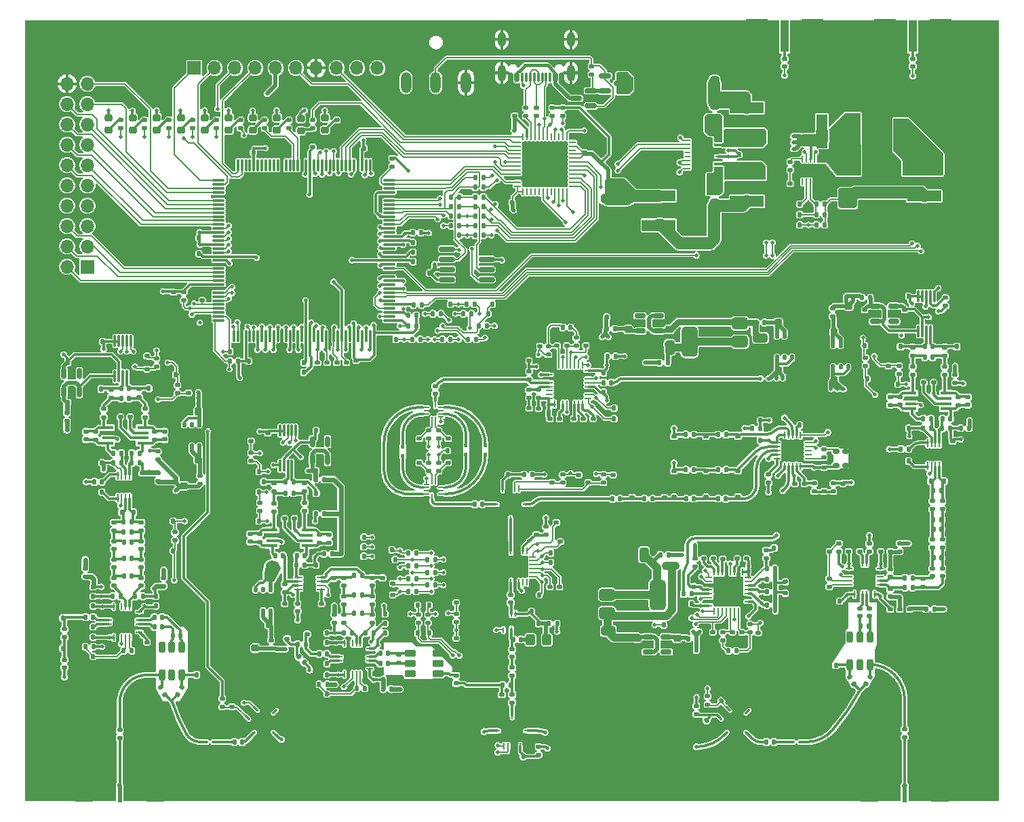
<source format=gbr>
%TF.GenerationSoftware,KiCad,Pcbnew,9.0.0*%
%TF.CreationDate,2025-02-25T23:04:32-05:00*%
%TF.ProjectId,VNA,564e412e-6b69-4636-9164-5f7063625858,rev?*%
%TF.SameCoordinates,PX535a28cPY8422900*%
%TF.FileFunction,Copper,L1,Top*%
%TF.FilePolarity,Positive*%
%FSLAX46Y46*%
G04 Gerber Fmt 4.6, Leading zero omitted, Abs format (unit mm)*
G04 Created by KiCad (PCBNEW 9.0.0) date 2025-02-25 23:04:32*
%MOMM*%
%LPD*%
G01*
G04 APERTURE LIST*
G04 Aperture macros list*
%AMRoundRect*
0 Rectangle with rounded corners*
0 $1 Rounding radius*
0 $2 $3 $4 $5 $6 $7 $8 $9 X,Y pos of 4 corners*
0 Add a 4 corners polygon primitive as box body*
4,1,4,$2,$3,$4,$5,$6,$7,$8,$9,$2,$3,0*
0 Add four circle primitives for the rounded corners*
1,1,$1+$1,$2,$3*
1,1,$1+$1,$4,$5*
1,1,$1+$1,$6,$7*
1,1,$1+$1,$8,$9*
0 Add four rect primitives between the rounded corners*
20,1,$1+$1,$2,$3,$4,$5,0*
20,1,$1+$1,$4,$5,$6,$7,0*
20,1,$1+$1,$6,$7,$8,$9,0*
20,1,$1+$1,$8,$9,$2,$3,0*%
%AMRotRect*
0 Rectangle, with rotation*
0 The origin of the aperture is its center*
0 $1 length*
0 $2 width*
0 $3 Rotation angle, in degrees counterclockwise*
0 Add horizontal line*
21,1,$1,$2,0,0,$3*%
G04 Aperture macros list end*
%TA.AperFunction,Conductor*%
%ADD10C,0.000000*%
%TD*%
%TA.AperFunction,SMDPad,CuDef*%
%ADD11RoundRect,0.140000X-0.140000X-0.170000X0.140000X-0.170000X0.140000X0.170000X-0.140000X0.170000X0*%
%TD*%
%TA.AperFunction,SMDPad,CuDef*%
%ADD12RoundRect,0.140000X0.170000X-0.140000X0.170000X0.140000X-0.170000X0.140000X-0.170000X-0.140000X0*%
%TD*%
%TA.AperFunction,SMDPad,CuDef*%
%ADD13RoundRect,0.140000X-0.170000X0.140000X-0.170000X-0.140000X0.170000X-0.140000X0.170000X0.140000X0*%
%TD*%
%TA.AperFunction,SMDPad,CuDef*%
%ADD14RoundRect,0.112500X-0.112500X0.202500X-0.112500X-0.202500X0.112500X-0.202500X0.112500X0.202500X0*%
%TD*%
%TA.AperFunction,SMDPad,CuDef*%
%ADD15R,1.050000X0.800000*%
%TD*%
%TA.AperFunction,SMDPad,CuDef*%
%ADD16RoundRect,0.135000X0.135000X0.185000X-0.135000X0.185000X-0.135000X-0.185000X0.135000X-0.185000X0*%
%TD*%
%TA.AperFunction,SMDPad,CuDef*%
%ADD17RoundRect,0.135000X-0.135000X-0.185000X0.135000X-0.185000X0.135000X0.185000X-0.135000X0.185000X0*%
%TD*%
%TA.AperFunction,SMDPad,CuDef*%
%ADD18RoundRect,0.135000X0.185000X-0.135000X0.185000X0.135000X-0.185000X0.135000X-0.185000X-0.135000X0*%
%TD*%
%TA.AperFunction,SMDPad,CuDef*%
%ADD19RoundRect,0.147500X-0.172500X0.147500X-0.172500X-0.147500X0.172500X-0.147500X0.172500X0.147500X0*%
%TD*%
%TA.AperFunction,SMDPad,CuDef*%
%ADD20RoundRect,0.140000X0.140000X0.170000X-0.140000X0.170000X-0.140000X-0.170000X0.140000X-0.170000X0*%
%TD*%
%TA.AperFunction,SMDPad,CuDef*%
%ADD21RoundRect,0.150000X-0.512500X-0.150000X0.512500X-0.150000X0.512500X0.150000X-0.512500X0.150000X0*%
%TD*%
%TA.AperFunction,SMDPad,CuDef*%
%ADD22RoundRect,0.250000X0.325000X0.650000X-0.325000X0.650000X-0.325000X-0.650000X0.325000X-0.650000X0*%
%TD*%
%TA.AperFunction,SMDPad,CuDef*%
%ADD23RoundRect,0.135000X-0.185000X0.135000X-0.185000X-0.135000X0.185000X-0.135000X0.185000X0.135000X0*%
%TD*%
%TA.AperFunction,SMDPad,CuDef*%
%ADD24RoundRect,0.225000X-0.225000X-0.250000X0.225000X-0.250000X0.225000X0.250000X-0.225000X0.250000X0*%
%TD*%
%TA.AperFunction,SMDPad,CuDef*%
%ADD25R,1.400000X4.200000*%
%TD*%
%TA.AperFunction,SMDPad,CuDef*%
%ADD26RoundRect,0.062500X0.350000X0.062500X-0.350000X0.062500X-0.350000X-0.062500X0.350000X-0.062500X0*%
%TD*%
%TA.AperFunction,SMDPad,CuDef*%
%ADD27RoundRect,0.062500X0.062500X0.350000X-0.062500X0.350000X-0.062500X-0.350000X0.062500X-0.350000X0*%
%TD*%
%TA.AperFunction,HeatsinkPad*%
%ADD28R,2.500000X2.500000*%
%TD*%
%TA.AperFunction,SMDPad,CuDef*%
%ADD29RoundRect,0.225000X0.225000X0.250000X-0.225000X0.250000X-0.225000X-0.250000X0.225000X-0.250000X0*%
%TD*%
%TA.AperFunction,SMDPad,CuDef*%
%ADD30RoundRect,0.147500X0.172500X-0.147500X0.172500X0.147500X-0.172500X0.147500X-0.172500X-0.147500X0*%
%TD*%
%TA.AperFunction,ComponentPad*%
%ADD31R,1.700000X1.700000*%
%TD*%
%TA.AperFunction,ComponentPad*%
%ADD32O,1.700000X1.700000*%
%TD*%
%TA.AperFunction,SMDPad,CuDef*%
%ADD33RoundRect,0.250000X0.325000X0.450000X-0.325000X0.450000X-0.325000X-0.450000X0.325000X-0.450000X0*%
%TD*%
%TA.AperFunction,SMDPad,CuDef*%
%ADD34RoundRect,0.200000X-0.500000X-0.200000X0.500000X-0.200000X0.500000X0.200000X-0.500000X0.200000X0*%
%TD*%
%TA.AperFunction,SMDPad,CuDef*%
%ADD35RoundRect,0.105975X0.105975X-0.179475X0.105975X0.179475X-0.105975X0.179475X-0.105975X-0.179475X0*%
%TD*%
%TA.AperFunction,SMDPad,CuDef*%
%ADD36RoundRect,0.218750X0.256250X-0.218750X0.256250X0.218750X-0.256250X0.218750X-0.256250X-0.218750X0*%
%TD*%
%TA.AperFunction,SMDPad,CuDef*%
%ADD37RoundRect,0.150000X0.150000X0.425000X-0.150000X0.425000X-0.150000X-0.425000X0.150000X-0.425000X0*%
%TD*%
%TA.AperFunction,SMDPad,CuDef*%
%ADD38RoundRect,0.075000X0.075000X0.500000X-0.075000X0.500000X-0.075000X-0.500000X0.075000X-0.500000X0*%
%TD*%
%TA.AperFunction,ComponentPad*%
%ADD39O,1.000000X2.100000*%
%TD*%
%TA.AperFunction,ComponentPad*%
%ADD40O,1.000000X1.800000*%
%TD*%
%TA.AperFunction,SMDPad,CuDef*%
%ADD41RoundRect,0.075000X0.075000X-0.662500X0.075000X0.662500X-0.075000X0.662500X-0.075000X-0.662500X0*%
%TD*%
%TA.AperFunction,SMDPad,CuDef*%
%ADD42RoundRect,0.075000X0.662500X-0.075000X0.662500X0.075000X-0.662500X0.075000X-0.662500X-0.075000X0*%
%TD*%
%TA.AperFunction,SMDPad,CuDef*%
%ADD43RoundRect,0.225000X-0.250000X0.225000X-0.250000X-0.225000X0.250000X-0.225000X0.250000X0.225000X0*%
%TD*%
%TA.AperFunction,SMDPad,CuDef*%
%ADD44RoundRect,0.250000X0.650000X-0.325000X0.650000X0.325000X-0.650000X0.325000X-0.650000X-0.325000X0*%
%TD*%
%TA.AperFunction,SMDPad,CuDef*%
%ADD45RoundRect,0.062500X0.412500X0.062500X-0.412500X0.062500X-0.412500X-0.062500X0.412500X-0.062500X0*%
%TD*%
%TA.AperFunction,HeatsinkPad*%
%ADD46R,1.450000X2.400000*%
%TD*%
%TA.AperFunction,SMDPad,CuDef*%
%ADD47R,1.450000X0.450000*%
%TD*%
%TA.AperFunction,SMDPad,CuDef*%
%ADD48RoundRect,0.147500X0.147500X0.172500X-0.147500X0.172500X-0.147500X-0.172500X0.147500X-0.172500X0*%
%TD*%
%TA.AperFunction,SMDPad,CuDef*%
%ADD49R,4.200000X1.400000*%
%TD*%
%TA.AperFunction,SMDPad,CuDef*%
%ADD50RoundRect,0.147500X-0.147500X-0.172500X0.147500X-0.172500X0.147500X0.172500X-0.147500X0.172500X0*%
%TD*%
%TA.AperFunction,SMDPad,CuDef*%
%ADD51RoundRect,0.140000X0.219203X0.021213X0.021213X0.219203X-0.219203X-0.021213X-0.021213X-0.219203X0*%
%TD*%
%TA.AperFunction,SMDPad,CuDef*%
%ADD52RoundRect,0.062500X0.062500X-0.375000X0.062500X0.375000X-0.062500X0.375000X-0.062500X-0.375000X0*%
%TD*%
%TA.AperFunction,SMDPad,CuDef*%
%ADD53RoundRect,0.062500X0.375000X-0.062500X0.375000X0.062500X-0.375000X0.062500X-0.375000X-0.062500X0*%
%TD*%
%TA.AperFunction,HeatsinkPad*%
%ADD54R,3.100000X3.100000*%
%TD*%
%TA.AperFunction,SMDPad,CuDef*%
%ADD55RoundRect,0.150000X0.587500X0.150000X-0.587500X0.150000X-0.587500X-0.150000X0.587500X-0.150000X0*%
%TD*%
%TA.AperFunction,SMDPad,CuDef*%
%ADD56RoundRect,0.225000X0.250000X-0.225000X0.250000X0.225000X-0.250000X0.225000X-0.250000X-0.225000X0*%
%TD*%
%TA.AperFunction,SMDPad,CuDef*%
%ADD57RoundRect,0.062500X-0.062500X0.350000X-0.062500X-0.350000X0.062500X-0.350000X0.062500X0.350000X0*%
%TD*%
%TA.AperFunction,SMDPad,CuDef*%
%ADD58RoundRect,0.062500X-0.350000X0.062500X-0.350000X-0.062500X0.350000X-0.062500X0.350000X0.062500X0*%
%TD*%
%TA.AperFunction,HeatsinkPad*%
%ADD59R,2.600000X2.600000*%
%TD*%
%TA.AperFunction,SMDPad,CuDef*%
%ADD60RoundRect,0.062500X0.062500X-0.412500X0.062500X0.412500X-0.062500X0.412500X-0.062500X-0.412500X0*%
%TD*%
%TA.AperFunction,HeatsinkPad*%
%ADD61R,2.400000X1.450000*%
%TD*%
%TA.AperFunction,SMDPad,CuDef*%
%ADD62RoundRect,0.135000X-0.092715X0.209413X-0.227715X-0.024413X0.092715X-0.209413X0.227715X0.024413X0*%
%TD*%
%TA.AperFunction,HeatsinkPad*%
%ADD63R,5.600000X5.600000*%
%TD*%
%TA.AperFunction,SMDPad,CuDef*%
%ADD64R,0.600000X2.100000*%
%TD*%
%TA.AperFunction,SMDPad,CuDef*%
%ADD65R,2.286000X5.080000*%
%TD*%
%TA.AperFunction,SMDPad,CuDef*%
%ADD66RoundRect,0.062500X-0.062500X0.375000X-0.062500X-0.375000X0.062500X-0.375000X0.062500X0.375000X0*%
%TD*%
%TA.AperFunction,SMDPad,CuDef*%
%ADD67RoundRect,0.062500X-0.375000X0.062500X-0.375000X-0.062500X0.375000X-0.062500X0.375000X0.062500X0*%
%TD*%
%TA.AperFunction,SMDPad,CuDef*%
%ADD68RoundRect,0.075000X0.075000X-0.650000X0.075000X0.650000X-0.075000X0.650000X-0.075000X-0.650000X0*%
%TD*%
%TA.AperFunction,SMDPad,CuDef*%
%ADD69RoundRect,0.140000X-0.021213X0.219203X-0.219203X0.021213X0.021213X-0.219203X0.219203X-0.021213X0*%
%TD*%
%TA.AperFunction,SMDPad,CuDef*%
%ADD70RoundRect,0.157500X0.255000X0.157500X-0.255000X0.157500X-0.255000X-0.157500X0.255000X-0.157500X0*%
%TD*%
%TA.AperFunction,SMDPad,CuDef*%
%ADD71RoundRect,0.062500X-0.350000X-0.062500X0.350000X-0.062500X0.350000X0.062500X-0.350000X0.062500X0*%
%TD*%
%TA.AperFunction,SMDPad,CuDef*%
%ADD72RoundRect,0.062500X-0.062500X-0.350000X0.062500X-0.350000X0.062500X0.350000X-0.062500X0.350000X0*%
%TD*%
%TA.AperFunction,SMDPad,CuDef*%
%ADD73RoundRect,0.150000X0.150000X-0.512500X0.150000X0.512500X-0.150000X0.512500X-0.150000X-0.512500X0*%
%TD*%
%TA.AperFunction,ComponentPad*%
%ADD74O,1.308000X2.616000*%
%TD*%
%TA.AperFunction,SMDPad,CuDef*%
%ADD75RoundRect,0.075000X0.225000X0.075000X-0.225000X0.075000X-0.225000X-0.075000X0.225000X-0.075000X0*%
%TD*%
%TA.AperFunction,SMDPad,CuDef*%
%ADD76RoundRect,0.087500X0.762500X0.087500X-0.762500X0.087500X-0.762500X-0.087500X0.762500X-0.087500X0*%
%TD*%
%TA.AperFunction,SMDPad,CuDef*%
%ADD77RoundRect,0.250000X-0.650000X0.325000X-0.650000X-0.325000X0.650000X-0.325000X0.650000X0.325000X0*%
%TD*%
%TA.AperFunction,SMDPad,CuDef*%
%ADD78RoundRect,0.150000X0.512500X0.150000X-0.512500X0.150000X-0.512500X-0.150000X0.512500X-0.150000X0*%
%TD*%
%TA.AperFunction,SMDPad,CuDef*%
%ADD79RoundRect,0.112500X0.112500X-0.202500X0.112500X0.202500X-0.112500X0.202500X-0.112500X-0.202500X0*%
%TD*%
%TA.AperFunction,SMDPad,CuDef*%
%ADD80RoundRect,0.075000X-0.075000X0.225000X-0.075000X-0.225000X0.075000X-0.225000X0.075000X0.225000X0*%
%TD*%
%TA.AperFunction,SMDPad,CuDef*%
%ADD81RoundRect,0.087500X-0.087500X0.762500X-0.087500X-0.762500X0.087500X-0.762500X0.087500X0.762500X0*%
%TD*%
%TA.AperFunction,SMDPad,CuDef*%
%ADD82RoundRect,0.135000X-0.227715X0.024413X-0.092715X-0.209413X0.227715X-0.024413X0.092715X0.209413X0*%
%TD*%
%TA.AperFunction,SMDPad,CuDef*%
%ADD83R,1.000000X4.000000*%
%TD*%
%TA.AperFunction,SMDPad,CuDef*%
%ADD84R,2.667000X4.191000*%
%TD*%
%TA.AperFunction,SMDPad,CuDef*%
%ADD85RoundRect,0.250000X0.900000X-1.000000X0.900000X1.000000X-0.900000X1.000000X-0.900000X-1.000000X0*%
%TD*%
%TA.AperFunction,SMDPad,CuDef*%
%ADD86RoundRect,0.100000X0.000010X-0.244000X0.000010X0.244000X-0.000010X0.244000X-0.000010X-0.244000X0*%
%TD*%
%TA.AperFunction,SMDPad,CuDef*%
%ADD87RoundRect,0.100000X0.244000X0.000010X-0.244000X0.000010X-0.244000X-0.000010X0.244000X-0.000010X0*%
%TD*%
%TA.AperFunction,SMDPad,CuDef*%
%ADD88R,0.760000X0.760000*%
%TD*%
%TA.AperFunction,SMDPad,CuDef*%
%ADD89RoundRect,0.375000X0.625000X0.375000X-0.625000X0.375000X-0.625000X-0.375000X0.625000X-0.375000X0*%
%TD*%
%TA.AperFunction,SMDPad,CuDef*%
%ADD90RoundRect,0.500000X0.500000X1.400000X-0.500000X1.400000X-0.500000X-1.400000X0.500000X-1.400000X0*%
%TD*%
%TA.AperFunction,SMDPad,CuDef*%
%ADD91RoundRect,0.150000X0.825000X0.150000X-0.825000X0.150000X-0.825000X-0.150000X0.825000X-0.150000X0*%
%TD*%
%TA.AperFunction,SMDPad,CuDef*%
%ADD92RoundRect,0.062500X-0.062500X0.300000X-0.062500X-0.300000X0.062500X-0.300000X0.062500X0.300000X0*%
%TD*%
%TA.AperFunction,HeatsinkPad*%
%ADD93R,1.600000X0.900000*%
%TD*%
%TA.AperFunction,SMDPad,CuDef*%
%ADD94RoundRect,0.100000X-0.000010X0.244000X-0.000010X-0.244000X0.000010X-0.244000X0.000010X0.244000X0*%
%TD*%
%TA.AperFunction,SMDPad,CuDef*%
%ADD95RoundRect,0.100000X-0.244000X-0.000010X0.244000X-0.000010X0.244000X0.000010X-0.244000X0.000010X0*%
%TD*%
%TA.AperFunction,SMDPad,CuDef*%
%ADD96RoundRect,0.200000X-0.200000X0.500000X-0.200000X-0.500000X0.200000X-0.500000X0.200000X0.500000X0*%
%TD*%
%TA.AperFunction,SMDPad,CuDef*%
%ADD97RoundRect,0.150000X-0.587500X-0.150000X0.587500X-0.150000X0.587500X0.150000X-0.587500X0.150000X0*%
%TD*%
%TA.AperFunction,SMDPad,CuDef*%
%ADD98RoundRect,0.062500X-0.203293X-0.291682X0.291682X0.203293X0.203293X0.291682X-0.291682X-0.203293X0*%
%TD*%
%TA.AperFunction,SMDPad,CuDef*%
%ADD99RoundRect,0.062500X0.203293X-0.291682X0.291682X-0.203293X-0.203293X0.291682X-0.291682X0.203293X0*%
%TD*%
%TA.AperFunction,HeatsinkPad*%
%ADD100RotRect,2.500000X2.500000X45.000000*%
%TD*%
%TA.AperFunction,SMDPad,CuDef*%
%ADD101R,0.700000X0.250000*%
%TD*%
%TA.AperFunction,SMDPad,CuDef*%
%ADD102R,2.440000X4.340000*%
%TD*%
%TA.AperFunction,SMDPad,CuDef*%
%ADD103RoundRect,0.062500X0.337500X0.062500X-0.337500X0.062500X-0.337500X-0.062500X0.337500X-0.062500X0*%
%TD*%
%TA.AperFunction,SMDPad,CuDef*%
%ADD104RoundRect,0.062500X0.062500X0.337500X-0.062500X0.337500X-0.062500X-0.337500X0.062500X-0.337500X0*%
%TD*%
%TA.AperFunction,HeatsinkPad*%
%ADD105R,2.700000X2.700000*%
%TD*%
%TA.AperFunction,SMDPad,CuDef*%
%ADD106RoundRect,0.140000X0.021213X-0.219203X0.219203X-0.021213X-0.021213X0.219203X-0.219203X0.021213X0*%
%TD*%
%TA.AperFunction,SMDPad,CuDef*%
%ADD107RoundRect,0.375000X-0.625000X-0.375000X0.625000X-0.375000X0.625000X0.375000X-0.625000X0.375000X0*%
%TD*%
%TA.AperFunction,SMDPad,CuDef*%
%ADD108RoundRect,0.500000X-0.500000X-1.400000X0.500000X-1.400000X0.500000X1.400000X-0.500000X1.400000X0*%
%TD*%
%TA.AperFunction,SMDPad,CuDef*%
%ADD109RoundRect,0.062500X0.062500X-0.362500X0.062500X0.362500X-0.062500X0.362500X-0.062500X-0.362500X0*%
%TD*%
%TA.AperFunction,HeatsinkPad*%
%ADD110R,2.500000X1.600000*%
%TD*%
%TA.AperFunction,ViaPad*%
%ADD111C,0.500000*%
%TD*%
%TA.AperFunction,ViaPad*%
%ADD112C,4.500000*%
%TD*%
%TA.AperFunction,ViaPad*%
%ADD113C,0.600000*%
%TD*%
%TA.AperFunction,Conductor*%
%ADD114C,0.200000*%
%TD*%
%TA.AperFunction,Conductor*%
%ADD115C,0.300000*%
%TD*%
%TA.AperFunction,Conductor*%
%ADD116C,0.180000*%
%TD*%
%TA.AperFunction,Conductor*%
%ADD117C,0.350000*%
%TD*%
%TA.AperFunction,Conductor*%
%ADD118C,0.500000*%
%TD*%
%TA.AperFunction,Conductor*%
%ADD119C,0.812800*%
%TD*%
%TA.AperFunction,Conductor*%
%ADD120C,1.500000*%
%TD*%
%TA.AperFunction,Conductor*%
%ADD121C,0.150000*%
%TD*%
%TA.AperFunction,Conductor*%
%ADD122C,0.600000*%
%TD*%
%TA.AperFunction,Conductor*%
%ADD123C,0.800000*%
%TD*%
%TA.AperFunction,Conductor*%
%ADD124C,1.000000*%
%TD*%
%TA.AperFunction,Conductor*%
%ADD125C,0.400000*%
%TD*%
%TA.AperFunction,Conductor*%
%ADD126C,0.250000*%
%TD*%
G04 APERTURE END LIST*
D10*
%TA.AperFunction,Conductor*%
G36*
X51150000Y35875000D02*
G01*
X50850000Y35875000D01*
X50900000Y36050000D01*
X51100000Y36050000D01*
X51150000Y35875000D01*
G37*
%TD.AperFunction*%
%TA.AperFunction,Conductor*%
G36*
X50075000Y46700000D02*
G01*
X50075000Y46500000D01*
X49775000Y46425000D01*
X49775000Y46750000D01*
X50075000Y46700000D01*
G37*
%TD.AperFunction*%
%TA.AperFunction,Conductor*%
G36*
X50025000Y37500000D02*
G01*
X50025000Y37300000D01*
X49700000Y37225000D01*
X49700000Y37575000D01*
X50025000Y37500000D01*
G37*
%TD.AperFunction*%
%TA.AperFunction,Conductor*%
G36*
X50025000Y36700000D02*
G01*
X50025000Y36500000D01*
X49800000Y36450000D01*
X49800000Y36775000D01*
X50025000Y36700000D01*
G37*
%TD.AperFunction*%
%TA.AperFunction,Conductor*%
G36*
X51500000Y47975000D02*
G01*
X51300000Y47975000D01*
X51250000Y48300000D01*
X51550000Y48300000D01*
X51500000Y47975000D01*
G37*
%TD.AperFunction*%
%TA.AperFunction,Conductor*%
G36*
X50050000Y47500000D02*
G01*
X50050000Y47300000D01*
X49775000Y47225000D01*
X49775000Y47550000D01*
X50050000Y47500000D01*
G37*
%TD.AperFunction*%
%TA.AperFunction,Conductor*%
G36*
X52750000Y36425000D02*
G01*
X52350000Y36500000D01*
X52350000Y36700000D01*
X52750000Y36775000D01*
X52750000Y36425000D01*
G37*
%TD.AperFunction*%
%TA.AperFunction,Conductor*%
G36*
X52550000Y46425000D02*
G01*
X52375000Y46500000D01*
X52375000Y46700000D01*
X52550000Y46750000D01*
X52550000Y46425000D01*
G37*
%TD.AperFunction*%
%TA.AperFunction,Conductor*%
G36*
X52575000Y47250000D02*
G01*
X52375000Y47300000D01*
X52375000Y47500000D01*
X52575000Y47550000D01*
X52575000Y47250000D01*
G37*
%TD.AperFunction*%
%TA.AperFunction,Conductor*%
G36*
X52700000Y37225000D02*
G01*
X52375000Y37300000D01*
X52375000Y37500000D01*
X52675000Y37550000D01*
X52700000Y37225000D01*
G37*
%TD.AperFunction*%
D11*
X16520000Y23800000D03*
X17480000Y23800000D03*
D12*
X64000000Y31520000D03*
X64000000Y32480000D03*
D13*
X85200000Y43780000D03*
X85200000Y42820000D03*
D14*
X95950000Y56340000D03*
X95000000Y56340000D03*
X94050000Y56340000D03*
X94050000Y53660000D03*
X95000000Y53660000D03*
X95950000Y53660000D03*
D15*
X95525000Y55400000D03*
X94475000Y55400000D03*
X95525000Y54600000D03*
X94475000Y54600000D03*
D16*
X87710000Y44000000D03*
X86690000Y44000000D03*
D17*
X41590000Y12300000D03*
X42610000Y12300000D03*
D18*
X51800000Y39490000D03*
X51800000Y40510000D03*
D19*
X44790000Y26115000D03*
X44790000Y25145000D03*
D20*
X50680000Y64200000D03*
X49720000Y64200000D03*
D21*
X106362500Y60050000D03*
X106362500Y59100000D03*
X106362500Y58150000D03*
X108637500Y58150000D03*
X108637500Y60050000D03*
D12*
X95700000Y74420000D03*
X95700000Y75380000D03*
D22*
X86275000Y72600000D03*
X83325000Y72600000D03*
D20*
X42230000Y21650000D03*
X41270000Y21650000D03*
D23*
X22300000Y61810000D03*
X22300000Y60790000D03*
D20*
X8680000Y23800000D03*
X7720000Y23800000D03*
D24*
X29125000Y26300000D03*
X30675000Y26300000D03*
D11*
X63420000Y21900000D03*
X64380000Y21900000D03*
D20*
X49180000Y22700000D03*
X48220000Y22700000D03*
D11*
X109520000Y42200000D03*
X110480000Y42200000D03*
X16520000Y22600000D03*
X17480000Y22600000D03*
D13*
X40300000Y52980000D03*
X40300000Y52020000D03*
D17*
X47990000Y26000000D03*
X49010000Y26000000D03*
D25*
X99650000Y81900000D03*
X103350000Y81900000D03*
D26*
X62937500Y6000000D03*
X62937500Y6500000D03*
X62937500Y7000000D03*
X62937500Y7500000D03*
X62937500Y8000000D03*
D27*
X62000000Y8937500D03*
X61500000Y8937500D03*
X61000000Y8937500D03*
X60500000Y8937500D03*
X60000000Y8937500D03*
D26*
X59062500Y8000000D03*
X59062500Y7500000D03*
X59062500Y7000000D03*
X59062500Y6500000D03*
X59062500Y6000000D03*
D27*
X60000000Y5062500D03*
X60500000Y5062500D03*
X61000000Y5062500D03*
X61500000Y5062500D03*
X62000000Y5062500D03*
D28*
X61000000Y7000000D03*
D11*
X5520000Y53000000D03*
X6480000Y53000000D03*
D18*
X54000000Y20590000D03*
X54000000Y21610000D03*
D29*
X102775000Y56800000D03*
X101225000Y56800000D03*
D11*
X48620000Y66800000D03*
X49580000Y66800000D03*
D16*
X4910000Y17300000D03*
X3890000Y17300000D03*
D20*
X83980000Y17100000D03*
X83020000Y17100000D03*
D16*
X8710000Y17500000D03*
X7690000Y17500000D03*
D12*
X66600000Y55120000D03*
X66600000Y56080000D03*
D20*
X49180000Y19200000D03*
X48220000Y19200000D03*
D22*
X109475000Y80000000D03*
X106525000Y80000000D03*
D23*
X84000000Y10110000D03*
X84000000Y9090000D03*
D16*
X35210000Y17800000D03*
X34190000Y17800000D03*
D13*
X15400000Y52180000D03*
X15400000Y51220000D03*
D12*
X5100000Y14920000D03*
X5100000Y15880000D03*
D30*
X40000000Y25115000D03*
X40000000Y26085000D03*
D23*
X64000000Y84810000D03*
X64000000Y83790000D03*
D16*
X87710000Y39600000D03*
X86690000Y39600000D03*
D31*
X21298900Y89803600D03*
D32*
X23838900Y89803600D03*
X26378900Y89803600D03*
X28918900Y89803600D03*
X31458900Y89803600D03*
X33998900Y89803600D03*
X36538900Y89803600D03*
X39078900Y89803600D03*
X41618900Y89803600D03*
X44158900Y89803600D03*
D12*
X46100000Y25420000D03*
X46100000Y26380000D03*
D13*
X73600000Y38980000D03*
X73600000Y38020000D03*
D12*
X61300000Y83820000D03*
X61300000Y84780000D03*
D13*
X64468900Y56023600D03*
X64468900Y55063600D03*
D23*
X22000000Y38910000D03*
X22000000Y37890000D03*
D22*
X86275000Y87900000D03*
X83325000Y87900000D03*
D16*
X101410000Y15200000D03*
X100390000Y15200000D03*
D12*
X96300000Y36920000D03*
X96300000Y37880000D03*
D11*
X105020000Y55100000D03*
X105980000Y55100000D03*
D33*
X65325000Y18400000D03*
X63275000Y18400000D03*
D23*
X15100000Y83310000D03*
X15100000Y82290000D03*
D13*
X54000000Y18580000D03*
X54000000Y17620000D03*
D12*
X104400000Y21320000D03*
X104400000Y22280000D03*
D11*
X8720000Y49700000D03*
X9680000Y49700000D03*
D17*
X92790000Y22700000D03*
X93810000Y22700000D03*
D16*
X115710000Y44800000D03*
X114690000Y44800000D03*
D20*
X64280000Y20400000D03*
X63320000Y20400000D03*
D18*
X16600000Y52490000D03*
X16600000Y53510000D03*
X72400000Y37990000D03*
X72400000Y39010000D03*
D11*
X112520000Y53700000D03*
X113480000Y53700000D03*
D17*
X44890000Y12200000D03*
X45910000Y12200000D03*
D20*
X42480000Y30000000D03*
X41520000Y30000000D03*
D13*
X65700000Y45980000D03*
X65700000Y45020000D03*
D34*
X48285000Y14150000D03*
X48285000Y15400000D03*
X48285000Y16650000D03*
X51715000Y16650000D03*
X51715000Y15400000D03*
X51715000Y14150000D03*
D12*
X11300000Y25120000D03*
X11300000Y26080000D03*
X110000000Y6220000D03*
X110000000Y7180000D03*
D11*
X15620000Y49800000D03*
X16580000Y49800000D03*
D12*
X54000000Y12920000D03*
X54000000Y13880000D03*
D17*
X50390000Y25200000D03*
X51410000Y25200000D03*
D13*
X60800000Y23980000D03*
X60800000Y23020000D03*
D16*
X114610000Y37000000D03*
X113590000Y37000000D03*
D13*
X92725000Y29530000D03*
X92725000Y28570000D03*
D20*
X73380000Y50500000D03*
X72420000Y50500000D03*
D13*
X110600000Y22180000D03*
X110600000Y21220000D03*
D23*
X31300000Y37910000D03*
X31300000Y36890000D03*
D35*
X47350000Y41300400D03*
X48050000Y41300400D03*
X48050000Y42499600D03*
X47350000Y42499600D03*
D36*
X10620000Y82032500D03*
X10620000Y83607500D03*
D18*
X9000000Y43390000D03*
X9000000Y44410000D03*
D16*
X53310000Y55900000D03*
X52290000Y55900000D03*
D18*
X50600000Y39490000D03*
X50600000Y40510000D03*
D20*
X28678900Y79283600D03*
X27718900Y79283600D03*
D37*
X67198900Y88623600D03*
X66398900Y88623600D03*
D38*
X65248900Y88623600D03*
X64248900Y88623600D03*
X63748900Y88623600D03*
X62748900Y88623600D03*
D37*
X61598900Y88623600D03*
X60798900Y88623600D03*
X60798900Y88623600D03*
X61598900Y88623600D03*
D38*
X62248900Y88623600D03*
X63248900Y88623600D03*
X64748900Y88623600D03*
X65748900Y88623600D03*
D37*
X66398900Y88623600D03*
X67198900Y88623600D03*
D39*
X68318900Y89198600D03*
D40*
X68318900Y93378600D03*
D39*
X59678900Y89198600D03*
D40*
X59678900Y93378600D03*
D41*
X26250000Y56337500D03*
X26750000Y56337500D03*
X27250000Y56337500D03*
X27750000Y56337500D03*
X28250000Y56337500D03*
X28750000Y56337500D03*
X29250000Y56337500D03*
X29750000Y56337500D03*
X30250000Y56337500D03*
X30750000Y56337500D03*
X31250000Y56337500D03*
X31750000Y56337500D03*
X32250000Y56337500D03*
X32750000Y56337500D03*
X33250000Y56337500D03*
X33750000Y56337500D03*
X34250000Y56337500D03*
X34750000Y56337500D03*
X35250000Y56337500D03*
X35750000Y56337500D03*
X36250000Y56337500D03*
X36750000Y56337500D03*
X37250000Y56337500D03*
X37750000Y56337500D03*
X38250000Y56337500D03*
X38750000Y56337500D03*
X39250000Y56337500D03*
X39750000Y56337500D03*
X40250000Y56337500D03*
X40750000Y56337500D03*
X41250000Y56337500D03*
X41750000Y56337500D03*
X42250000Y56337500D03*
X42750000Y56337500D03*
X43250000Y56337500D03*
X43750000Y56337500D03*
D42*
X45662500Y58250000D03*
X45662500Y58750000D03*
X45662500Y59250000D03*
X45662500Y59750000D03*
X45662500Y60250000D03*
X45662500Y60750000D03*
X45662500Y61250000D03*
X45662500Y61750000D03*
X45662500Y62250000D03*
X45662500Y62750000D03*
X45662500Y63250000D03*
X45662500Y63750000D03*
X45662500Y64250000D03*
X45662500Y64750000D03*
X45662500Y65250000D03*
X45662500Y65750000D03*
X45662500Y66250000D03*
X45662500Y66750000D03*
X45662500Y67250000D03*
X45662500Y67750000D03*
X45662500Y68250000D03*
X45662500Y68750000D03*
X45662500Y69250000D03*
X45662500Y69750000D03*
X45662500Y70250000D03*
X45662500Y70750000D03*
X45662500Y71250000D03*
X45662500Y71750000D03*
X45662500Y72250000D03*
X45662500Y72750000D03*
X45662500Y73250000D03*
X45662500Y73750000D03*
X45662500Y74250000D03*
X45662500Y74750000D03*
X45662500Y75250000D03*
X45662500Y75750000D03*
D41*
X43750000Y77662500D03*
X43250000Y77662500D03*
X42750000Y77662500D03*
X42250000Y77662500D03*
X41750000Y77662500D03*
X41250000Y77662500D03*
X40750000Y77662500D03*
X40250000Y77662500D03*
X39750000Y77662500D03*
X39250000Y77662500D03*
X38750000Y77662500D03*
X38250000Y77662500D03*
X37750000Y77662500D03*
X37250000Y77662500D03*
X36750000Y77662500D03*
X36250000Y77662500D03*
X35750000Y77662500D03*
X35250000Y77662500D03*
X34750000Y77662500D03*
X34250000Y77662500D03*
X33750000Y77662500D03*
X33250000Y77662500D03*
X32750000Y77662500D03*
X32250000Y77662500D03*
X31750000Y77662500D03*
X31250000Y77662500D03*
X30750000Y77662500D03*
X30250000Y77662500D03*
X29750000Y77662500D03*
X29250000Y77662500D03*
X28750000Y77662500D03*
X28250000Y77662500D03*
X27750000Y77662500D03*
X27250000Y77662500D03*
X26750000Y77662500D03*
X26250000Y77662500D03*
D42*
X24337500Y75750000D03*
X24337500Y75250000D03*
X24337500Y74750000D03*
X24337500Y74250000D03*
X24337500Y73750000D03*
X24337500Y73250000D03*
X24337500Y72750000D03*
X24337500Y72250000D03*
X24337500Y71750000D03*
X24337500Y71250000D03*
X24337500Y70750000D03*
X24337500Y70250000D03*
X24337500Y69750000D03*
X24337500Y69250000D03*
X24337500Y68750000D03*
X24337500Y68250000D03*
X24337500Y67750000D03*
X24337500Y67250000D03*
X24337500Y66750000D03*
X24337500Y66250000D03*
X24337500Y65750000D03*
X24337500Y65250000D03*
X24337500Y64750000D03*
X24337500Y64250000D03*
X24337500Y63750000D03*
X24337500Y63250000D03*
X24337500Y62750000D03*
X24337500Y62250000D03*
X24337500Y61750000D03*
X24337500Y61250000D03*
X24337500Y60750000D03*
X24337500Y60250000D03*
X24337500Y59750000D03*
X24337500Y59250000D03*
X24337500Y58750000D03*
X24337500Y58250000D03*
D11*
X95920000Y72800000D03*
X96880000Y72800000D03*
D20*
X60480000Y39000000D03*
X59520000Y39000000D03*
D30*
X40000000Y22815000D03*
X40000000Y23785000D03*
D20*
X45980000Y29600000D03*
X45020000Y29600000D03*
D43*
X20000000Y39175000D03*
X20000000Y37625000D03*
D20*
X42480000Y31200000D03*
X41520000Y31200000D03*
X12180000Y41700000D03*
X11220000Y41700000D03*
D12*
X104400000Y29420000D03*
X104400000Y30380000D03*
D20*
X109180000Y50300000D03*
X108220000Y50300000D03*
D11*
X52920000Y42000000D03*
X53880000Y42000000D03*
D20*
X99980000Y72800000D03*
X99020000Y72800000D03*
D23*
X61000000Y11510000D03*
X61000000Y10490000D03*
D18*
X116300000Y50490000D03*
X116300000Y51510000D03*
D16*
X91998900Y44813600D03*
X90978900Y44813600D03*
D11*
X44920000Y13400000D03*
X45880000Y13400000D03*
D44*
X108500000Y74225000D03*
X108500000Y77175000D03*
D45*
X37100000Y24650000D03*
X37100000Y25150000D03*
X37100000Y25650000D03*
X37100000Y26150000D03*
X34300000Y26150000D03*
X34300000Y25650000D03*
X34300000Y25150000D03*
X34300000Y24650000D03*
D46*
X35700000Y25400000D03*
D47*
X35400000Y30125000D03*
X35400000Y30775000D03*
X35400000Y31425000D03*
X35400000Y32075000D03*
X31000000Y32075000D03*
X31000000Y31425000D03*
X31000000Y30775000D03*
X31000000Y30125000D03*
D48*
X43685000Y19200000D03*
X42715000Y19200000D03*
D11*
X45120000Y19200000D03*
X46080000Y19200000D03*
D18*
X83800000Y27490000D03*
X83800000Y28510000D03*
X109400000Y29390000D03*
X109400000Y30410000D03*
D49*
X90300000Y81150000D03*
X90300000Y84850000D03*
D50*
X11115000Y23800000D03*
X12085000Y23800000D03*
D30*
X43500000Y25115000D03*
X43500000Y26085000D03*
D11*
X32720000Y38100000D03*
X33680000Y38100000D03*
D22*
X86275000Y83000000D03*
X83325000Y83000000D03*
D11*
X8820000Y36800000D03*
X9780000Y36800000D03*
D43*
X81600000Y18575000D03*
X81600000Y17025000D03*
D17*
X25790000Y53200000D03*
X26810000Y53200000D03*
D29*
X102775000Y50800000D03*
X101225000Y50800000D03*
D18*
X62700000Y83790000D03*
X62700000Y84810000D03*
D12*
X70200000Y55120000D03*
X70200000Y56080000D03*
D51*
X35039411Y15560589D03*
X34360589Y16239411D03*
D23*
X93000000Y39010000D03*
X93000000Y37990000D03*
D18*
X68700000Y44990000D03*
X68700000Y46010000D03*
D36*
X25620000Y82032500D03*
X25620000Y83607500D03*
D20*
X83380000Y22900000D03*
X82420000Y22900000D03*
D11*
X92720000Y5600000D03*
X93680000Y5600000D03*
D23*
X114700000Y35710000D03*
X114700000Y34690000D03*
D18*
X101800000Y29390000D03*
X101800000Y30410000D03*
D11*
X45120000Y20400000D03*
X46080000Y20400000D03*
D13*
X13300000Y47180000D03*
X13300000Y46220000D03*
D18*
X53000000Y43490000D03*
X53000000Y44510000D03*
D11*
X36920000Y11600000D03*
X37880000Y11600000D03*
D23*
X87300000Y29510000D03*
X87300000Y28490000D03*
D12*
X95100000Y25620000D03*
X95100000Y26580000D03*
D52*
X86250000Y21962500D03*
X86750000Y21962500D03*
X87250000Y21962500D03*
X87750000Y21962500D03*
X88250000Y21962500D03*
X88750000Y21962500D03*
X89250000Y21962500D03*
X89750000Y21962500D03*
D53*
X90437500Y22650000D03*
X90437500Y23150000D03*
X90437500Y23650000D03*
X90437500Y24150000D03*
X90437500Y24650000D03*
X90437500Y25150000D03*
X90437500Y25650000D03*
X90437500Y26150000D03*
D52*
X89750000Y26837500D03*
X89250000Y26837500D03*
X88750000Y26837500D03*
X88250000Y26837500D03*
X87750000Y26837500D03*
X87250000Y26837500D03*
X86750000Y26837500D03*
X86250000Y26837500D03*
D53*
X85562500Y26150000D03*
X85562500Y25650000D03*
X85562500Y25150000D03*
X85562500Y24650000D03*
X85562500Y24150000D03*
X85562500Y23650000D03*
X85562500Y23150000D03*
X85562500Y22650000D03*
D54*
X88000000Y24400000D03*
D55*
X70816400Y85063600D03*
X70816400Y86963600D03*
X68941400Y86013600D03*
D56*
X103000000Y58525000D03*
X103000000Y60075000D03*
D20*
X32380000Y28900000D03*
X31420000Y28900000D03*
D17*
X116990000Y44800000D03*
X118010000Y44800000D03*
X98990000Y71500000D03*
X100010000Y71500000D03*
D13*
X71100000Y45980000D03*
X71100000Y45020000D03*
D18*
X28400000Y40690000D03*
X28400000Y41710000D03*
D57*
X62850000Y29437500D03*
X62350000Y29437500D03*
X61850000Y29437500D03*
X61350000Y29437500D03*
X60850000Y29437500D03*
X60350000Y29437500D03*
D58*
X59662500Y28750000D03*
X59662500Y28250000D03*
X59662500Y27750000D03*
X59662500Y27250000D03*
X59662500Y26750000D03*
X59662500Y26250000D03*
D57*
X60350000Y25562500D03*
X60850000Y25562500D03*
X61350000Y25562500D03*
X61850000Y25562500D03*
X62350000Y25562500D03*
X62850000Y25562500D03*
D58*
X63537500Y26250000D03*
X63537500Y26750000D03*
X63537500Y27250000D03*
X63537500Y27750000D03*
X63537500Y28250000D03*
X63537500Y28750000D03*
D59*
X61600000Y27500000D03*
D30*
X114700000Y29915000D03*
X114700000Y30885000D03*
D12*
X89200000Y36220000D03*
X89200000Y37180000D03*
D23*
X50600000Y44510000D03*
X50600000Y43490000D03*
D13*
X69300000Y38980000D03*
X69300000Y38020000D03*
D60*
X112850000Y40100000D03*
X113350000Y40100000D03*
X113850000Y40100000D03*
X114350000Y40100000D03*
X114350000Y42900000D03*
X113850000Y42900000D03*
X113350000Y42900000D03*
X112850000Y42900000D03*
D61*
X113600000Y41500000D03*
D30*
X11300000Y27415000D03*
X11300000Y28385000D03*
D17*
X72890000Y53800000D03*
X73910000Y53800000D03*
D20*
X13480000Y26300000D03*
X12520000Y26300000D03*
D35*
X55250000Y41500400D03*
X55950000Y41500400D03*
X55950000Y42699600D03*
X55250000Y42699600D03*
D11*
X110020000Y26100000D03*
X110980000Y26100000D03*
X28120000Y53200000D03*
X29080000Y53200000D03*
D12*
X14800000Y38220000D03*
X14800000Y39180000D03*
D13*
X97500000Y37880000D03*
X97500000Y36920000D03*
D18*
X20000000Y60790000D03*
X20000000Y61810000D03*
D11*
X109520000Y61300000D03*
X110480000Y61300000D03*
D56*
X75500000Y57125000D03*
X75500000Y58675000D03*
D16*
X49510000Y55900000D03*
X48490000Y55900000D03*
D12*
X108200000Y29420000D03*
X108200000Y30380000D03*
D11*
X50620000Y22700000D03*
X51580000Y22700000D03*
D62*
X19755000Y12441673D03*
X19245000Y11558327D03*
D48*
X62085000Y18400000D03*
X61115000Y18400000D03*
D52*
X62350000Y74362500D03*
X62850000Y74362500D03*
X63350000Y74362500D03*
X63850000Y74362500D03*
X64350000Y74362500D03*
X64850000Y74362500D03*
X65350000Y74362500D03*
X65850000Y74362500D03*
X66350000Y74362500D03*
X66850000Y74362500D03*
X67350000Y74362500D03*
X67850000Y74362500D03*
D53*
X68537500Y75050000D03*
X68537500Y75550000D03*
X68537500Y76050000D03*
X68537500Y76550000D03*
X68537500Y77050000D03*
X68537500Y77550000D03*
X68537500Y78050000D03*
X68537500Y78550000D03*
X68537500Y79050000D03*
X68537500Y79550000D03*
X68537500Y80050000D03*
X68537500Y80550000D03*
D52*
X67850000Y81237500D03*
X67350000Y81237500D03*
X66850000Y81237500D03*
X66350000Y81237500D03*
X65850000Y81237500D03*
X65350000Y81237500D03*
X64850000Y81237500D03*
X64350000Y81237500D03*
X63850000Y81237500D03*
X63350000Y81237500D03*
X62850000Y81237500D03*
X62350000Y81237500D03*
D53*
X61662500Y80550000D03*
X61662500Y80050000D03*
X61662500Y79550000D03*
X61662500Y79050000D03*
X61662500Y78550000D03*
X61662500Y78050000D03*
X61662500Y77550000D03*
X61662500Y77050000D03*
X61662500Y76550000D03*
X61662500Y76050000D03*
X61662500Y75550000D03*
X61662500Y75050000D03*
D63*
X65100000Y77800000D03*
D16*
X14510000Y40500000D03*
X13490000Y40500000D03*
D12*
X12000000Y6120000D03*
X12000000Y7080000D03*
D18*
X108200000Y47690000D03*
X108200000Y48710000D03*
D17*
X48588900Y69253600D03*
X49608900Y69253600D03*
D13*
X46100000Y23980000D03*
X46100000Y23020000D03*
D64*
X12000000Y-900000D03*
D65*
X7580400Y665400D03*
X16419600Y665400D03*
D20*
X64380000Y24000000D03*
X63420000Y24000000D03*
D17*
X47990000Y58900000D03*
X49010000Y58900000D03*
D66*
X69800000Y52687500D03*
X69300000Y52687500D03*
X68800000Y52687500D03*
X68300000Y52687500D03*
X67800000Y52687500D03*
X67300000Y52687500D03*
X66800000Y52687500D03*
X66300000Y52687500D03*
D67*
X65612500Y52000000D03*
X65612500Y51500000D03*
X65612500Y51000000D03*
X65612500Y50500000D03*
X65612500Y50000000D03*
X65612500Y49500000D03*
X65612500Y49000000D03*
X65612500Y48500000D03*
D66*
X66300000Y47812500D03*
X66800000Y47812500D03*
X67300000Y47812500D03*
X67800000Y47812500D03*
X68300000Y47812500D03*
X68800000Y47812500D03*
X69300000Y47812500D03*
X69800000Y47812500D03*
D67*
X70487500Y48500000D03*
X70487500Y49000000D03*
X70487500Y49500000D03*
X70487500Y50000000D03*
X70487500Y50500000D03*
X70487500Y51000000D03*
X70487500Y51500000D03*
X70487500Y52000000D03*
D54*
X68050000Y50250000D03*
D16*
X54410000Y70100000D03*
X53390000Y70100000D03*
D24*
X29125000Y20300000D03*
X30675000Y20300000D03*
D13*
X64300000Y47280000D03*
X64300000Y46320000D03*
X109400000Y22180000D03*
X109400000Y21220000D03*
D12*
X112300000Y25020000D03*
X112300000Y25980000D03*
D23*
X36900000Y31510000D03*
X36900000Y30490000D03*
D16*
X49010000Y27600000D03*
X47990000Y27600000D03*
D12*
X70000000Y79220000D03*
X70000000Y80180000D03*
D20*
X29380000Y39400000D03*
X28420000Y39400000D03*
D18*
X101000000Y58790000D03*
X101000000Y59810000D03*
D23*
X111000000Y52510000D03*
X111000000Y51490000D03*
D16*
X57410000Y76100000D03*
X56390000Y76100000D03*
D68*
X32000000Y40100000D03*
X32500000Y40100000D03*
X33000000Y40100000D03*
X33500000Y40100000D03*
X34000000Y40100000D03*
X34000000Y44500000D03*
X33500000Y44500000D03*
X33000000Y44500000D03*
X32500000Y44500000D03*
X32000000Y44500000D03*
D69*
X85239411Y8280829D03*
X84560589Y7602007D03*
D23*
X115100000Y61110000D03*
X115100000Y60090000D03*
D16*
X56510000Y55900000D03*
X55490000Y55900000D03*
D14*
X102950000Y55140000D03*
X102000000Y55140000D03*
X101050000Y55140000D03*
X101050000Y52460000D03*
X102000000Y52460000D03*
X102950000Y52460000D03*
D15*
X102525000Y54200000D03*
X101475000Y54200000D03*
X102525000Y53400000D03*
X101475000Y53400000D03*
D20*
X8680000Y20000000D03*
X7720000Y20000000D03*
D16*
X63510000Y39000000D03*
X62490000Y39000000D03*
D11*
X88020000Y17000000D03*
X88980000Y17000000D03*
X8820000Y40500000D03*
X9780000Y40500000D03*
D12*
X37200000Y21920000D03*
X37200000Y22880000D03*
D17*
X112290000Y44800000D03*
X113310000Y44800000D03*
D12*
X32600000Y33520000D03*
X32600000Y34480000D03*
X99900000Y41195000D03*
X99900000Y42155000D03*
D11*
X42520000Y79800000D03*
X43480000Y79800000D03*
D12*
X32600000Y21920000D03*
X32600000Y22880000D03*
D70*
X102662500Y40115000D03*
X102662500Y41935000D03*
X101437500Y41935000D03*
X101437500Y40115000D03*
D11*
X72820000Y58700000D03*
X73780000Y58700000D03*
D17*
X112690000Y22200000D03*
X113710000Y22200000D03*
D23*
X76000000Y37210000D03*
X76000000Y36190000D03*
D11*
X36920000Y16600000D03*
X37880000Y16600000D03*
D16*
X37910000Y12800000D03*
X36890000Y12800000D03*
D20*
X18980000Y51500000D03*
X18020000Y51500000D03*
D12*
X7800000Y43420000D03*
X7800000Y44380000D03*
D11*
X72420000Y51700000D03*
X73380000Y51700000D03*
D13*
X17600000Y44380000D03*
X17600000Y43420000D03*
D23*
X24800000Y11010000D03*
X24800000Y9990000D03*
D13*
X117900000Y48680000D03*
X117900000Y47720000D03*
D71*
X58862500Y36300000D03*
X58862500Y35800000D03*
X58862500Y35300000D03*
X58862500Y34800000D03*
X58862500Y34300000D03*
D72*
X59800000Y33362500D03*
X60300000Y33362500D03*
X60800000Y33362500D03*
X61300000Y33362500D03*
X61800000Y33362500D03*
D71*
X62737500Y34300000D03*
X62737500Y34800000D03*
X62737500Y35300000D03*
X62737500Y35800000D03*
X62737500Y36300000D03*
D72*
X61800000Y37237500D03*
X61300000Y37237500D03*
X60800000Y37237500D03*
X60300000Y37237500D03*
X59800000Y37237500D03*
D28*
X60800000Y35300000D03*
D11*
X7720000Y21200000D03*
X8680000Y21200000D03*
X110020000Y24900000D03*
X110980000Y24900000D03*
D18*
X35400000Y19090000D03*
X35400000Y20110000D03*
D73*
X36050000Y40862500D03*
X37000000Y40862500D03*
X37950000Y40862500D03*
X37950000Y43137500D03*
X36050000Y43137500D03*
D11*
X8920000Y55600000D03*
X9880000Y55600000D03*
D17*
X82990000Y18500000D03*
X84010000Y18500000D03*
D47*
X115200000Y47225000D03*
X115200000Y47875000D03*
X115200000Y48525000D03*
X115200000Y49175000D03*
X110800000Y49175000D03*
X110800000Y48525000D03*
X110800000Y47875000D03*
X110800000Y47225000D03*
D23*
X14700000Y33010000D03*
X14700000Y31990000D03*
D30*
X43500000Y22815000D03*
X43500000Y23785000D03*
D12*
X112400000Y50520000D03*
X112400000Y51480000D03*
D23*
X100600000Y26010000D03*
X100600000Y24990000D03*
X109300000Y52610000D03*
X109300000Y51590000D03*
D22*
X80675000Y54900000D03*
X77725000Y54900000D03*
D12*
X84900000Y28520000D03*
X84900000Y29480000D03*
D16*
X49610000Y68000000D03*
X48590000Y68000000D03*
D30*
X14700000Y27415000D03*
X14700000Y28385000D03*
D18*
X80000000Y36190000D03*
X80000000Y37210000D03*
D16*
X13510000Y33100000D03*
X12490000Y33100000D03*
D11*
X5520000Y48000000D03*
X6480000Y48000000D03*
D74*
X47750000Y88000000D03*
X55250000Y88000000D03*
X51450000Y88000000D03*
D11*
X91038900Y45800000D03*
X91998900Y45800000D03*
D71*
X10562500Y21850000D03*
X10562500Y21350000D03*
X10562500Y20850000D03*
X10562500Y20350000D03*
X10562500Y19850000D03*
X10562500Y19350000D03*
D72*
X11250000Y18662500D03*
X11750000Y18662500D03*
X12250000Y18662500D03*
X12750000Y18662500D03*
X13250000Y18662500D03*
X13750000Y18662500D03*
D71*
X14437500Y19350000D03*
X14437500Y19850000D03*
X14437500Y20350000D03*
X14437500Y20850000D03*
X14437500Y21350000D03*
X14437500Y21850000D03*
D72*
X13750000Y22537500D03*
X13250000Y22537500D03*
X12750000Y22537500D03*
X12250000Y22537500D03*
X11750000Y22537500D03*
X11250000Y22537500D03*
D59*
X12500000Y20600000D03*
D11*
X105320000Y51000000D03*
X106280000Y51000000D03*
D16*
X4910000Y21100000D03*
X3890000Y21100000D03*
D20*
X37880000Y18000000D03*
X36920000Y18000000D03*
X105480000Y20100000D03*
X104520000Y20100000D03*
D16*
X97910000Y45200000D03*
X96890000Y45200000D03*
D22*
X77475000Y29000000D03*
X74525000Y29000000D03*
D48*
X113285000Y38200000D03*
X112315000Y38200000D03*
D18*
X50500000Y20490000D03*
X50500000Y21510000D03*
D20*
X37880000Y19200000D03*
X36920000Y19200000D03*
D17*
X98990000Y70200000D03*
X100010000Y70200000D03*
D19*
X108200000Y27185000D03*
X108200000Y26215000D03*
D17*
X113590000Y33400000D03*
X114610000Y33400000D03*
D18*
X64300000Y3990000D03*
X64300000Y5010000D03*
D23*
X35100000Y35510000D03*
X35100000Y34490000D03*
D75*
X23800000Y5600000D03*
X22700000Y5600000D03*
D76*
X23250000Y6300000D03*
D23*
X15200000Y47210000D03*
X15200000Y46190000D03*
D11*
X114720000Y46000000D03*
X115680000Y46000000D03*
D49*
X79300000Y70150000D03*
X79300000Y73850000D03*
D21*
X77962500Y18750000D03*
X77962500Y17800000D03*
X77962500Y16850000D03*
X80237500Y16850000D03*
X80237500Y18750000D03*
D23*
X27100000Y83310000D03*
X27100000Y82290000D03*
D20*
X62380000Y3800000D03*
X61420000Y3800000D03*
D11*
X65820000Y28000000D03*
X66780000Y28000000D03*
D17*
X79490000Y29000000D03*
X80510000Y29000000D03*
D23*
X14400000Y49710000D03*
X14400000Y48690000D03*
D77*
X75300000Y73475000D03*
X75300000Y70525000D03*
D23*
X19200000Y50210000D03*
X19200000Y49190000D03*
D20*
X114580000Y28600000D03*
X113620000Y28600000D03*
D17*
X59790000Y12700000D03*
X60810000Y12700000D03*
D23*
X29500000Y35510000D03*
X29500000Y34490000D03*
X10000000Y47210000D03*
X10000000Y46190000D03*
D11*
X73720000Y47300000D03*
X74680000Y47300000D03*
D18*
X17500000Y25090000D03*
X17500000Y26110000D03*
D16*
X54410000Y73700000D03*
X53390000Y73700000D03*
D23*
X24100000Y83310000D03*
X24100000Y82290000D03*
D36*
X31620000Y82032500D03*
X31620000Y83607500D03*
D13*
X89200000Y39480000D03*
X89200000Y38520000D03*
D24*
X20225000Y46900000D03*
X21775000Y46900000D03*
D12*
X66500000Y33020000D03*
X66500000Y33980000D03*
D18*
X85400000Y10290000D03*
X85400000Y11310000D03*
D20*
X13480000Y30600000D03*
X12520000Y30600000D03*
D23*
X16800000Y39210000D03*
X16800000Y38190000D03*
D18*
X46000000Y77490000D03*
X46000000Y78510000D03*
D23*
X11300000Y33010000D03*
X11300000Y31990000D03*
X5400000Y46710000D03*
X5400000Y45690000D03*
D11*
X65820000Y29200000D03*
X66780000Y29200000D03*
D18*
X7700000Y26290000D03*
X7700000Y27310000D03*
D16*
X49010000Y29200000D03*
X47990000Y29200000D03*
D11*
X112520000Y55000000D03*
X113480000Y55000000D03*
D36*
X19620000Y82032500D03*
X19620000Y83607500D03*
D57*
X106250000Y27937500D03*
X105750000Y27937500D03*
X105250000Y27937500D03*
X104750000Y27937500D03*
X104250000Y27937500D03*
X103750000Y27937500D03*
D58*
X103062500Y27250000D03*
X103062500Y26750000D03*
X103062500Y26250000D03*
X103062500Y25750000D03*
X103062500Y25250000D03*
X103062500Y24750000D03*
D57*
X103750000Y24062500D03*
X104250000Y24062500D03*
X104750000Y24062500D03*
X105250000Y24062500D03*
X105750000Y24062500D03*
X106250000Y24062500D03*
D58*
X106937500Y24750000D03*
X106937500Y25250000D03*
X106937500Y25750000D03*
X106937500Y26250000D03*
X106937500Y26750000D03*
X106937500Y27250000D03*
D59*
X105000000Y26000000D03*
D71*
X39362500Y17250000D03*
X39362500Y16750000D03*
X39362500Y16250000D03*
X39362500Y15750000D03*
X39362500Y15250000D03*
X39362500Y14750000D03*
D72*
X40050000Y14062500D03*
X40550000Y14062500D03*
X41050000Y14062500D03*
X41550000Y14062500D03*
X42050000Y14062500D03*
X42550000Y14062500D03*
D71*
X43237500Y14750000D03*
X43237500Y15250000D03*
X43237500Y15750000D03*
X43237500Y16250000D03*
X43237500Y16750000D03*
X43237500Y17250000D03*
D72*
X42550000Y17937500D03*
X42050000Y17937500D03*
X41550000Y17937500D03*
X41050000Y17937500D03*
X40550000Y17937500D03*
X40050000Y17937500D03*
D59*
X41300000Y16000000D03*
D12*
X90300000Y28520000D03*
X90300000Y29480000D03*
D36*
X37620000Y82032500D03*
X37620000Y83607500D03*
D11*
X91018900Y43263600D03*
X91978900Y43263600D03*
D20*
X18680000Y33200000D03*
X17720000Y33200000D03*
D13*
X37900000Y52980000D03*
X37900000Y52020000D03*
D75*
X97050000Y5600000D03*
X95950000Y5600000D03*
D76*
X96500000Y6300000D03*
D23*
X12100000Y83310000D03*
X12100000Y82290000D03*
D44*
X97500000Y80725000D03*
X97500000Y83675000D03*
D19*
X38700000Y26085000D03*
X38700000Y25115000D03*
D13*
X46800000Y16480000D03*
X46800000Y15520000D03*
D64*
X110000000Y-900000D03*
D65*
X105580400Y665400D03*
X114419600Y665400D03*
D29*
X95775000Y58000000D03*
X94225000Y58000000D03*
D44*
X106300000Y74225000D03*
X106300000Y77175000D03*
D17*
X92790000Y25925000D03*
X93810000Y25925000D03*
D11*
X7720000Y16300000D03*
X8680000Y16300000D03*
D17*
X92790000Y27275000D03*
X93810000Y27275000D03*
D16*
X35110000Y27700000D03*
X34090000Y27700000D03*
D20*
X101880000Y23200000D03*
X100920000Y23200000D03*
D13*
X113600000Y51480000D03*
X113600000Y50520000D03*
D11*
X29020000Y38100000D03*
X29980000Y38100000D03*
D16*
X57810000Y57600000D03*
X56790000Y57600000D03*
D20*
X37480000Y27700000D03*
X36520000Y27700000D03*
D16*
X57410000Y73700000D03*
X56390000Y73700000D03*
D11*
X67320000Y57400000D03*
X68280000Y57400000D03*
X73520000Y36000000D03*
X74480000Y36000000D03*
D20*
X17280000Y21200000D03*
X16320000Y21200000D03*
D17*
X12490000Y17000000D03*
X13510000Y17000000D03*
D78*
X79237500Y56950000D03*
X79237500Y57900000D03*
X79237500Y58850000D03*
X76962500Y58850000D03*
X76962500Y56950000D03*
D11*
X32720000Y36700000D03*
X33680000Y36700000D03*
D20*
X42240000Y26420000D03*
X41280000Y26420000D03*
D68*
X111700000Y56900000D03*
X112200000Y56900000D03*
X112700000Y56900000D03*
X113200000Y56900000D03*
X113700000Y56900000D03*
X113700000Y61300000D03*
X113200000Y61300000D03*
X112700000Y61300000D03*
X112200000Y61300000D03*
X111700000Y61300000D03*
D23*
X69000000Y56110000D03*
X69000000Y55090000D03*
D79*
X28950000Y21960000D03*
X29900000Y21960000D03*
X30850000Y21960000D03*
X30850000Y24640000D03*
X29900000Y24640000D03*
X28950000Y24640000D03*
D15*
X29375000Y22900000D03*
X30425000Y22900000D03*
X29375000Y23700000D03*
X30425000Y23700000D03*
D22*
X86275000Y85500000D03*
X83325000Y85500000D03*
D80*
X12000000Y10550000D03*
X12000000Y9450000D03*
D81*
X11300000Y10000000D03*
D23*
X10900000Y49610000D03*
X10900000Y48590000D03*
X30100000Y83310000D03*
X30100000Y82290000D03*
D13*
X69900000Y45980000D03*
X69900000Y45020000D03*
D12*
X103000000Y29420000D03*
X103000000Y30380000D03*
D11*
X34120000Y28900000D03*
X35080000Y28900000D03*
D16*
X51410000Y28400000D03*
X50390000Y28400000D03*
D13*
X51400000Y50080000D03*
X51400000Y49120000D03*
D20*
X34980000Y53000000D03*
X34020000Y53000000D03*
D16*
X105710000Y61100000D03*
X104690000Y61100000D03*
D13*
X33800000Y34480000D03*
X33800000Y33520000D03*
D43*
X76600000Y18575000D03*
X76600000Y17025000D03*
D16*
X83710000Y44000000D03*
X82690000Y44000000D03*
X49710000Y60200000D03*
X48690000Y60200000D03*
D23*
X33100000Y83310000D03*
X33100000Y82290000D03*
D77*
X73000000Y73475000D03*
X73000000Y70525000D03*
D82*
X103145000Y13741673D03*
X103655000Y12858327D03*
D13*
X111000000Y90980000D03*
X111000000Y90020000D03*
D12*
X95000000Y90020000D03*
X95000000Y90980000D03*
D20*
X46380000Y28400000D03*
X45420000Y28400000D03*
D11*
X50620000Y19200000D03*
X51580000Y19200000D03*
D17*
X95890000Y71500000D03*
X96910000Y71500000D03*
D30*
X113500000Y26315000D03*
X113500000Y27285000D03*
D11*
X36520000Y39500000D03*
X37480000Y39500000D03*
D16*
X52110000Y59100000D03*
X51090000Y59100000D03*
D20*
X17280000Y20000000D03*
X16320000Y20000000D03*
D16*
X26810000Y54400000D03*
X25790000Y54400000D03*
D30*
X113500000Y29915000D03*
X113500000Y30885000D03*
D16*
X73810000Y57200000D03*
X72790000Y57200000D03*
X94710000Y29850000D03*
X93690000Y29850000D03*
D18*
X67800000Y55090000D03*
X67800000Y56110000D03*
D11*
X45120000Y21600000D03*
X46080000Y21600000D03*
D83*
X95000000Y93784600D03*
D84*
X98494600Y93784600D03*
X91505400Y93784600D03*
D18*
X63100000Y50890000D03*
X63100000Y51910000D03*
D16*
X54410000Y71300000D03*
X53390000Y71300000D03*
D20*
X114580000Y32200000D03*
X113620000Y32200000D03*
D13*
X85200000Y39480000D03*
X85200000Y38520000D03*
D77*
X73000000Y19475000D03*
X73000000Y16525000D03*
D13*
X89200000Y43780000D03*
X89200000Y42820000D03*
D18*
X95700000Y77090000D03*
X95700000Y78110000D03*
D12*
X107000000Y29420000D03*
X107000000Y30380000D03*
X109400000Y47720000D03*
X109400000Y48680000D03*
D23*
X30900000Y18310000D03*
X30900000Y17290000D03*
D12*
X36100000Y79920000D03*
X36100000Y80880000D03*
D17*
X36490000Y34100000D03*
X37510000Y34100000D03*
D13*
X95100000Y24180000D03*
X95100000Y23220000D03*
D12*
X34200000Y21920000D03*
X34200000Y22880000D03*
X91738900Y18293600D03*
X91738900Y19253600D03*
D18*
X49400000Y43490000D03*
X49400000Y44510000D03*
D16*
X59010000Y59100000D03*
X57990000Y59100000D03*
D20*
X21880000Y68600000D03*
X20920000Y68600000D03*
D13*
X110000000Y59580000D03*
X110000000Y58620000D03*
D20*
X27280000Y5600000D03*
X26320000Y5600000D03*
D23*
X53000000Y40510000D03*
X53000000Y39490000D03*
D18*
X67300000Y37990000D03*
X67300000Y39010000D03*
D20*
X8680000Y18700000D03*
X7720000Y18700000D03*
D11*
X58520000Y60300000D03*
X59480000Y60300000D03*
D20*
X8680000Y22600000D03*
X7720000Y22600000D03*
D16*
X83710000Y39600000D03*
X82690000Y39600000D03*
D50*
X114915000Y38200000D03*
X115885000Y38200000D03*
D16*
X57410000Y68900000D03*
X56390000Y68900000D03*
D50*
X13715000Y34300000D03*
X14685000Y34300000D03*
D23*
X88500000Y19310000D03*
X88500000Y18290000D03*
D12*
X20600000Y49220000D03*
X20600000Y50180000D03*
D85*
X102900000Y73550000D03*
X102900000Y77850000D03*
D86*
X51000000Y45879400D03*
X51400000Y45879400D03*
D87*
X52120600Y46200000D03*
X52120600Y46600000D03*
X52120600Y47000000D03*
X52120600Y47400000D03*
D86*
X51400000Y47720600D03*
X51000000Y47720600D03*
D87*
X50279400Y47400000D03*
X50279400Y47000000D03*
X50279400Y46600000D03*
X50279400Y46200000D03*
D88*
X51200000Y46800000D03*
D20*
X60980000Y73000000D03*
X60020000Y73000000D03*
D16*
X57410000Y71300000D03*
X56390000Y71300000D03*
D11*
X56320000Y35300000D03*
X57280000Y35300000D03*
D12*
X99898900Y38943600D03*
X99898900Y39903600D03*
D89*
X89450000Y53300000D03*
X89450000Y55600000D03*
D90*
X83150000Y55600000D03*
D89*
X89450000Y57900000D03*
D18*
X101100000Y36890000D03*
X101100000Y37910000D03*
D12*
X28400000Y43220000D03*
X28400000Y44180000D03*
X63100000Y48620000D03*
X63100000Y49580000D03*
D80*
X110000000Y10550000D03*
X110000000Y9450000D03*
D81*
X109300000Y10000000D03*
D35*
X57650000Y42700000D03*
X58350000Y42700000D03*
X58350000Y41500800D03*
X57650000Y41500800D03*
D18*
X32600000Y24290000D03*
X32600000Y25310000D03*
D30*
X11300000Y29715000D03*
X11300000Y30685000D03*
D11*
X36520000Y44500000D03*
X37480000Y44500000D03*
D73*
X5050000Y49362500D03*
X6000000Y49362500D03*
X6950000Y49362500D03*
X6950000Y51637500D03*
X5050000Y51637500D03*
D29*
X95775000Y52000000D03*
X94225000Y52000000D03*
D18*
X36100000Y82290000D03*
X36100000Y83310000D03*
D20*
X18680000Y29500000D03*
X17720000Y29500000D03*
D13*
X108200000Y22180000D03*
X108200000Y21220000D03*
D23*
X65200000Y32510000D03*
X65200000Y31490000D03*
D13*
X66900000Y24980000D03*
X66900000Y24020000D03*
D16*
X37510000Y38400000D03*
X36490000Y38400000D03*
D20*
X21880000Y66600000D03*
X20920000Y66600000D03*
D22*
X86275000Y70200000D03*
X83325000Y70200000D03*
D48*
X12285000Y34300000D03*
X11315000Y34300000D03*
D23*
X51800000Y44510000D03*
X51800000Y43490000D03*
D11*
X108520000Y55000000D03*
X109480000Y55000000D03*
D22*
X109475000Y82300000D03*
X106525000Y82300000D03*
D11*
X79920000Y20200000D03*
X80880000Y20200000D03*
D16*
X51410000Y26800000D03*
X50390000Y26800000D03*
X66610000Y20400000D03*
X65590000Y20400000D03*
X80410000Y53000000D03*
X79390000Y53000000D03*
D12*
X70500000Y38020000D03*
X70500000Y38980000D03*
D23*
X98700000Y37910000D03*
X98700000Y36890000D03*
D13*
X102300000Y37880000D03*
X102300000Y36920000D03*
D16*
X55910000Y59100000D03*
X54890000Y59100000D03*
D62*
X105655000Y13741673D03*
X105145000Y12858327D03*
D36*
X22620000Y82032500D03*
X22620000Y83607500D03*
D83*
X111000000Y93784600D03*
D84*
X114494600Y93784600D03*
X107505400Y93784600D03*
D13*
X18700000Y61780000D03*
X18700000Y60820000D03*
D16*
X54410000Y72500000D03*
X53390000Y72500000D03*
D18*
X67300000Y83790000D03*
X67300000Y84810000D03*
D79*
X20050000Y42560000D03*
X21000000Y42560000D03*
X21950000Y42560000D03*
X21950000Y45240000D03*
X21000000Y45240000D03*
X20050000Y45240000D03*
D15*
X20475000Y43500000D03*
X21525000Y43500000D03*
X20475000Y44300000D03*
X21525000Y44300000D03*
D13*
X89700000Y19280000D03*
X89700000Y18320000D03*
D12*
X12100000Y46220000D03*
X12100000Y47180000D03*
D20*
X8680000Y25000000D03*
X7720000Y25000000D03*
D18*
X49300000Y20490000D03*
X49300000Y21510000D03*
D13*
X41500000Y53280000D03*
X41500000Y52320000D03*
D56*
X80600000Y57125000D03*
X80600000Y58675000D03*
D20*
X42230000Y23950000D03*
X41270000Y23950000D03*
D13*
X100600000Y30380000D03*
X100600000Y29420000D03*
D50*
X40015000Y19200000D03*
X40985000Y19200000D03*
D13*
X105600000Y30380000D03*
X105600000Y29420000D03*
D20*
X19580000Y18900000D03*
X18620000Y18900000D03*
D60*
X11750000Y36100000D03*
X12250000Y36100000D03*
X12750000Y36100000D03*
X13250000Y36100000D03*
X13250000Y38900000D03*
X12750000Y38900000D03*
X12250000Y38900000D03*
X11750000Y38900000D03*
D61*
X12500000Y37500000D03*
D13*
X36700000Y52980000D03*
X36700000Y52020000D03*
D12*
X40000000Y20520000D03*
X40000000Y21480000D03*
D23*
X70900000Y90010000D03*
X70900000Y88990000D03*
D20*
X90280000Y79000000D03*
X89320000Y79000000D03*
D30*
X114700000Y26315000D03*
X114700000Y27285000D03*
D12*
X116000000Y42220000D03*
X116000000Y43180000D03*
D20*
X113280000Y46000000D03*
X112320000Y46000000D03*
D12*
X15400000Y53820000D03*
X15400000Y54780000D03*
D18*
X18900000Y30790000D03*
X18900000Y31810000D03*
D11*
X36520000Y36700000D03*
X37480000Y36700000D03*
D20*
X45480000Y15400000D03*
X44520000Y15400000D03*
D11*
X48620000Y65600000D03*
X49580000Y65600000D03*
D12*
X26000000Y10020000D03*
X26000000Y10980000D03*
D11*
X116520000Y55000000D03*
X117480000Y55000000D03*
D23*
X115000000Y54910000D03*
X115000000Y53890000D03*
D47*
X14900000Y42925000D03*
X14900000Y43575000D03*
X14900000Y44225000D03*
X14900000Y44875000D03*
X10500000Y44875000D03*
X10500000Y44225000D03*
X10500000Y43575000D03*
X10500000Y42925000D03*
D17*
X92790000Y24350000D03*
X93810000Y24350000D03*
D24*
X20225000Y40900000D03*
X21775000Y40900000D03*
D16*
X57410000Y74900000D03*
X56390000Y74900000D03*
D18*
X87300000Y18290000D03*
X87300000Y19310000D03*
D12*
X14700000Y25120000D03*
X14700000Y26080000D03*
D13*
X105000000Y59580000D03*
X105000000Y58620000D03*
D23*
X61000000Y14910000D03*
X61000000Y13890000D03*
D17*
X12490000Y31800000D03*
X13510000Y31800000D03*
D48*
X83685000Y36000000D03*
X82715000Y36000000D03*
D16*
X54410000Y68900000D03*
X53390000Y68900000D03*
D17*
X11190000Y40500000D03*
X12210000Y40500000D03*
D30*
X108200000Y23765000D03*
X108200000Y24735000D03*
D36*
X13620000Y82032500D03*
X13620000Y83607500D03*
D16*
X57410000Y70100000D03*
X56390000Y70100000D03*
D11*
X73720000Y46000000D03*
X74680000Y46000000D03*
D49*
X112450000Y73800000D03*
X112450000Y77500000D03*
D17*
X95890000Y70200000D03*
X96910000Y70200000D03*
D23*
X16400000Y44410000D03*
X16400000Y43390000D03*
D11*
X12170000Y49800000D03*
X13130000Y49800000D03*
D91*
X57810000Y63360000D03*
X57810000Y64630000D03*
X57810000Y65900000D03*
X57810000Y67170000D03*
X52860000Y67170000D03*
X52860000Y65900000D03*
X52860000Y64630000D03*
X52860000Y63360000D03*
D13*
X81200000Y39480000D03*
X81200000Y38520000D03*
D23*
X115000000Y52510000D03*
X115000000Y51490000D03*
D12*
X28300000Y30620000D03*
X28300000Y31580000D03*
D92*
X61400000Y21612500D03*
X60900000Y21612500D03*
X60400000Y21612500D03*
X59900000Y21612500D03*
X59900000Y19587500D03*
X60400000Y19587500D03*
X60900000Y19587500D03*
X61400000Y19587500D03*
D93*
X60650000Y20600000D03*
D13*
X39100000Y52980000D03*
X39100000Y52020000D03*
D12*
X89100000Y28520000D03*
X89100000Y29480000D03*
D94*
X51400000Y38120600D03*
X51000000Y38120600D03*
D95*
X50279400Y37800000D03*
X50279400Y37400000D03*
X50279400Y37000000D03*
X50279400Y36600000D03*
D94*
X51000000Y36279400D03*
X51400000Y36279400D03*
D95*
X52120600Y36600000D03*
X52120600Y37000000D03*
X52120600Y37400000D03*
X52120600Y37800000D03*
D88*
X51200000Y37200000D03*
D82*
X17145000Y12441673D03*
X17655000Y11558327D03*
D16*
X78510000Y36000000D03*
X77490000Y36000000D03*
D18*
X29500000Y30590000D03*
X29500000Y31610000D03*
D13*
X108000000Y52580000D03*
X108000000Y51620000D03*
D36*
X16620000Y82032500D03*
X16620000Y83607500D03*
D96*
X17250000Y17415000D03*
X18500000Y17415000D03*
X19750000Y17415000D03*
X19750000Y13985000D03*
X18500000Y13985000D03*
X17250000Y13985000D03*
D12*
X105600000Y21320000D03*
X105600000Y22280000D03*
X66000000Y38020000D03*
X66000000Y38980000D03*
D23*
X35100000Y37910000D03*
X35100000Y36890000D03*
D12*
X63100000Y53220000D03*
X63100000Y54180000D03*
D13*
X38100000Y31480000D03*
X38100000Y30520000D03*
D23*
X39100000Y83310000D03*
X39100000Y82290000D03*
D97*
X72581400Y88833600D03*
X72581400Y86933600D03*
X74456400Y87883600D03*
D23*
X111000000Y54910000D03*
X111000000Y53890000D03*
D18*
X59700000Y10490000D03*
X59700000Y11510000D03*
D20*
X29380000Y33200000D03*
X28420000Y33200000D03*
D23*
X21100000Y83310000D03*
X21100000Y82290000D03*
D98*
X27922874Y7337087D03*
X28276427Y6983534D03*
X28629981Y6629981D03*
X28983534Y6276427D03*
X29337087Y5922874D03*
D99*
X30662913Y5922874D03*
X31016466Y6276427D03*
X31370019Y6629981D03*
X31723573Y6983534D03*
X32077126Y7337087D03*
D98*
X32077126Y8662913D03*
X31723573Y9016466D03*
X31370019Y9370019D03*
X31016466Y9723573D03*
X30662913Y10077126D03*
D99*
X29337087Y10077126D03*
X28983534Y9723573D03*
X28629981Y9370019D03*
X28276427Y9016466D03*
X27922874Y8662913D03*
D100*
X30000000Y8000000D03*
D23*
X116700000Y48710000D03*
X116700000Y47690000D03*
X18100000Y83310000D03*
X18100000Y82290000D03*
D101*
X86700000Y77250000D03*
X86700000Y77750000D03*
X86700000Y78250000D03*
X86700000Y78750000D03*
X86700000Y79250000D03*
X86700000Y79750000D03*
X86700000Y80250000D03*
X86700000Y80750000D03*
X82900000Y80750000D03*
X82900000Y80250000D03*
X82900000Y79750000D03*
X82900000Y79250000D03*
X82900000Y78750000D03*
X82900000Y78250000D03*
X82900000Y77750000D03*
X82900000Y77250000D03*
D102*
X84800000Y79000000D03*
D20*
X13480000Y28500000D03*
X12520000Y28500000D03*
X53280000Y60300000D03*
X52320000Y60300000D03*
D11*
X82420000Y24100000D03*
X83380000Y24100000D03*
D20*
X45480000Y16700000D03*
X44520000Y16700000D03*
D13*
X81200000Y43780000D03*
X81200000Y42820000D03*
D12*
X30500000Y43220000D03*
X30500000Y44180000D03*
D18*
X86060000Y18300000D03*
X86060000Y19320000D03*
D16*
X57410000Y72500000D03*
X56390000Y72500000D03*
D20*
X34980000Y51800000D03*
X34020000Y51800000D03*
D11*
X109520000Y40703600D03*
X110480000Y40703600D03*
D48*
X14885000Y23800000D03*
X13915000Y23800000D03*
D30*
X14700000Y29715000D03*
X14700000Y30685000D03*
D48*
X87685000Y36000000D03*
X86715000Y36000000D03*
D18*
X105100000Y52590000D03*
X105100000Y53610000D03*
D12*
X43500000Y20520000D03*
X43500000Y21480000D03*
D13*
X66900000Y45980000D03*
X66900000Y45020000D03*
D98*
X86922874Y7337087D03*
X87276427Y6983534D03*
X87629981Y6629981D03*
X87983534Y6276427D03*
X88337087Y5922874D03*
D99*
X89662913Y5922874D03*
X90016466Y6276427D03*
X90370019Y6629981D03*
X90723573Y6983534D03*
X91077126Y7337087D03*
D98*
X91077126Y8662913D03*
X90723573Y9016466D03*
X90370019Y9370019D03*
X90016466Y9723573D03*
X89662913Y10077126D03*
D99*
X88337087Y10077126D03*
X87983534Y9723573D03*
X87629981Y9370019D03*
X87276427Y9016466D03*
X86922874Y8662913D03*
D100*
X89000000Y8000000D03*
D11*
X12170000Y48500000D03*
X13130000Y48500000D03*
D12*
X86100000Y28520000D03*
X86100000Y29480000D03*
D18*
X90718900Y19283600D03*
X90718900Y20303600D03*
D17*
X37490000Y29100000D03*
X38510000Y29100000D03*
D20*
X46480000Y55900000D03*
X45520000Y55900000D03*
X37880000Y14000000D03*
X36920000Y14000000D03*
D12*
X54000000Y23020000D03*
X54000000Y23980000D03*
D77*
X92000000Y56075000D03*
X92000000Y53125000D03*
D11*
X72420000Y49300000D03*
X73380000Y49300000D03*
D23*
X5100000Y19710000D03*
X5100000Y18690000D03*
D49*
X90300000Y76850000D03*
X90300000Y73150000D03*
D17*
X47990000Y57600000D03*
X49010000Y57600000D03*
D13*
X65700000Y24980000D03*
X65700000Y24020000D03*
D18*
X66000000Y83790000D03*
X66000000Y84810000D03*
D23*
X65508900Y55033600D03*
X65508900Y54013600D03*
D31*
X7973900Y64978600D03*
D32*
X5433900Y64978600D03*
X7973900Y67518600D03*
X5433900Y67518600D03*
X7973900Y70058600D03*
X5433900Y70058600D03*
X7973900Y72598600D03*
X5433900Y72598600D03*
X7973900Y75138600D03*
X5433900Y75138600D03*
X7973900Y77678600D03*
X5433900Y77678600D03*
X7973900Y80218600D03*
X5433900Y80218600D03*
X7973900Y82758600D03*
X5433900Y82758600D03*
X7973900Y85298600D03*
X5433900Y85298600D03*
X7973900Y87838600D03*
X5433900Y87838600D03*
D23*
X49400000Y40510000D03*
X49400000Y39490000D03*
D12*
X67000000Y30620000D03*
X67000000Y31580000D03*
D103*
X97950000Y41000000D03*
X97950000Y41500000D03*
X97950000Y42000000D03*
X97950000Y42500000D03*
X97950000Y43000000D03*
D104*
X97000000Y43950000D03*
X96500000Y43950000D03*
X96000000Y43950000D03*
X95500000Y43950000D03*
X95000000Y43950000D03*
D103*
X94050000Y43000000D03*
X94050000Y42500000D03*
X94050000Y42000000D03*
X94050000Y41500000D03*
X94050000Y41000000D03*
D104*
X95000000Y40050000D03*
X95500000Y40050000D03*
X96000000Y40050000D03*
X96500000Y40050000D03*
X97000000Y40050000D03*
D105*
X96000000Y42000000D03*
D36*
X34620000Y81932500D03*
X34620000Y83507500D03*
D23*
X31300000Y35410000D03*
X31300000Y34390000D03*
D12*
X83698900Y25023600D03*
X83698900Y25983600D03*
D11*
X8820000Y38100000D03*
X9780000Y38100000D03*
D68*
X11400000Y51300000D03*
X11900000Y51300000D03*
X12400000Y51300000D03*
X12900000Y51300000D03*
X13400000Y51300000D03*
X13400000Y55700000D03*
X12900000Y55700000D03*
X12400000Y55700000D03*
X11900000Y55700000D03*
X11400000Y55700000D03*
D13*
X61000000Y17180000D03*
X61000000Y16220000D03*
D20*
X37880000Y15400000D03*
X36920000Y15400000D03*
D18*
X32900000Y18490000D03*
X32900000Y19510000D03*
X63100000Y46290000D03*
X63100000Y47310000D03*
D13*
X15400000Y18080000D03*
X15400000Y17120000D03*
D16*
X92510000Y58000000D03*
X91490000Y58000000D03*
D106*
X87102007Y10719167D03*
X87780829Y11397989D03*
D96*
X103150000Y18715000D03*
X104400000Y18715000D03*
X105650000Y18715000D03*
X105650000Y15285000D03*
X104400000Y15285000D03*
X103150000Y15285000D03*
D22*
X86275000Y75000000D03*
X83325000Y75000000D03*
D107*
X72850000Y26300000D03*
X72850000Y24000000D03*
D108*
X79150000Y24000000D03*
D107*
X72850000Y21700000D03*
D23*
X16800000Y41910000D03*
X16800000Y40890000D03*
X64300000Y49610000D03*
X64300000Y48590000D03*
D43*
X28900000Y18875000D03*
X28900000Y17325000D03*
D20*
X42480000Y28800000D03*
X41520000Y28800000D03*
X29380000Y36800000D03*
X28420000Y36800000D03*
D36*
X28620000Y82032500D03*
X28620000Y83607500D03*
D16*
X56310000Y60300000D03*
X55290000Y60300000D03*
D17*
X47990000Y24400000D03*
X49010000Y24400000D03*
D18*
X38800000Y20490000D03*
X38800000Y21510000D03*
D17*
X21590000Y14000000D03*
X22610000Y14000000D03*
D12*
X85200000Y36220000D03*
X85200000Y37180000D03*
D11*
X109520000Y44800000D03*
X110480000Y44800000D03*
X13520000Y41700000D03*
X14480000Y41700000D03*
D12*
X81200000Y36220000D03*
X81200000Y37180000D03*
X99900000Y36920000D03*
X99900000Y37880000D03*
D23*
X113500000Y35710000D03*
X113500000Y34690000D03*
D109*
X97250000Y75575000D03*
X97750000Y75575000D03*
X98250000Y75575000D03*
X98750000Y75575000D03*
X99250000Y75575000D03*
X99750000Y75575000D03*
X99750000Y78425000D03*
X99250000Y78425000D03*
X98750000Y78425000D03*
X98250000Y78425000D03*
X97750000Y78425000D03*
X97250000Y78425000D03*
D110*
X98500000Y77000000D03*
D111*
X121000000Y15000000D03*
D112*
X2500000Y28500000D03*
D111*
X121000000Y86000000D03*
X2000000Y12000000D03*
X95000000Y33000000D03*
X94550000Y30750000D03*
X56000000Y25000000D03*
X94000000Y61000000D03*
X58000000Y95000000D03*
X101000000Y0D03*
X53000000Y10000000D03*
X44750000Y45825000D03*
X68050000Y51450000D03*
X59000000Y0D03*
X99000000Y48000000D03*
X121000000Y6000000D03*
X94700000Y22050000D03*
X108000000Y39000000D03*
X21800000Y43400000D03*
X95000000Y42000000D03*
X37000000Y0D03*
X1000000Y34000000D03*
X63100000Y55200000D03*
X110900000Y8000000D03*
X98000000Y4750000D03*
X84000000Y95000000D03*
X25000000Y32000000D03*
X10000000Y95000000D03*
X1000000Y53000000D03*
X11000000Y95000000D03*
X8000000Y94000000D03*
X41000000Y44000000D03*
X26000000Y42000000D03*
X24000000Y-1000000D03*
X66900000Y7000000D03*
X38600000Y44800000D03*
X27000000Y95000000D03*
X109000000Y5700000D03*
X53000000Y53000000D03*
X64300000Y6100000D03*
X61600000Y28400000D03*
X25000000Y95000000D03*
X70000000Y20000000D03*
X99000000Y54000000D03*
X34100000Y19975000D03*
X17000000Y94000000D03*
X36000000Y48000000D03*
X75000000Y2000000D03*
X89000000Y95000000D03*
X24000000Y47000000D03*
X2000000Y84000000D03*
X74400000Y49300000D03*
X120000000Y34000000D03*
X16000000Y30000000D03*
X120000000Y15000000D03*
X1000000Y6000000D03*
X70000000Y61000000D03*
X78000000Y43000000D03*
X2000000Y73000000D03*
X47000000Y10000000D03*
X64000000Y59000000D03*
X2000000Y36000000D03*
X89200000Y24400000D03*
X75000000Y13000000D03*
X9050000Y5225000D03*
X2000000Y61000000D03*
X61000000Y47000000D03*
X77000000Y62000000D03*
D112*
X32500000Y13500000D03*
D111*
X57000000Y53000000D03*
X100975000Y64000000D03*
X120000000Y32000000D03*
X120000000Y72000000D03*
X30968900Y60193600D03*
X25000000Y38000000D03*
X26000000Y12000000D03*
X99000000Y53000000D03*
X1000000Y61000000D03*
X22000000Y4800000D03*
X100000000Y46000000D03*
X79000000Y62000000D03*
X26000000Y-1000000D03*
X79100000Y54900000D03*
X110700000Y12000000D03*
X74000000Y-1000000D03*
X42418900Y60233600D03*
X78000000Y41000000D03*
X54000000Y53000000D03*
X57000000Y9000000D03*
D112*
X97500000Y62500000D03*
D111*
X120000000Y88000000D03*
X7900000Y55600000D03*
X110800000Y4000000D03*
X9000000Y35500000D03*
X97000000Y60000000D03*
X43800000Y5800000D03*
X2000000Y63000000D03*
X105000000Y26900000D03*
X55925000Y39000000D03*
X55650000Y45525000D03*
X26300000Y6600000D03*
X2000000Y42000000D03*
X46700000Y37950000D03*
X64000000Y41000000D03*
X85000000Y48000000D03*
X78000000Y44000000D03*
X102000000Y-1000000D03*
X98000000Y24000000D03*
X121000000Y72000000D03*
X104700000Y57600000D03*
X72000000Y62000000D03*
X16700000Y51100000D03*
X75000000Y41000000D03*
X98000000Y-1000000D03*
X91000000Y0D03*
X114500000Y41000000D03*
X73000000Y15200000D03*
X80000000Y48000000D03*
X90600000Y13400000D03*
X43000000Y36000000D03*
X14000000Y59000000D03*
X12800000Y8700000D03*
X63000000Y94000000D03*
X62700000Y77800000D03*
X97300000Y7050000D03*
X119000000Y18000000D03*
X104000000Y95000000D03*
X120000000Y79000000D03*
X108200000Y20200000D03*
X16000000Y28000000D03*
X85400000Y6100000D03*
X61600000Y32000000D03*
X110800000Y11000000D03*
D112*
X95500000Y12500000D03*
D111*
X23000000Y52000000D03*
X8000000Y35500000D03*
X12100000Y13200000D03*
X40500000Y28800000D03*
X109200000Y4000000D03*
X51300000Y60300000D03*
X14200000Y47300000D03*
X86800000Y23200000D03*
X100000000Y1000000D03*
X26000000Y25000000D03*
X108125000Y41350000D03*
X20000000Y95000000D03*
X71000000Y0D03*
X28000000Y4700000D03*
D112*
X119500000Y93500000D03*
D111*
X67000000Y95000000D03*
X97000000Y2000000D03*
X46000000Y52000000D03*
X93000000Y4550000D03*
X2000000Y52000000D03*
X62000000Y95000000D03*
X37000000Y94000000D03*
X25000000Y22000000D03*
X85000000Y49000000D03*
X33000000Y0D03*
X47000000Y53000000D03*
X76000000Y8000000D03*
X120000000Y87000000D03*
X74000000Y62000000D03*
X107000000Y65000000D03*
X41700000Y76600000D03*
X64300000Y45300000D03*
X67225000Y4050000D03*
X75000000Y62000000D03*
X36000000Y95000000D03*
X42000000Y46000000D03*
X2000000Y81000000D03*
X110800000Y1000000D03*
X54700000Y6100000D03*
X2000000Y38000000D03*
X116000000Y1000000D03*
X69000000Y27000000D03*
X29246018Y52246018D03*
X1000000Y90000000D03*
X93000000Y2000000D03*
X7900000Y38925000D03*
X43600000Y80800000D03*
X63900000Y77800000D03*
X26900000Y80800000D03*
X102200000Y35900000D03*
X103900000Y57200000D03*
X24700000Y6400000D03*
X107975000Y43025000D03*
X2000000Y44000000D03*
X63000000Y0D03*
X67500000Y75400000D03*
X47100000Y19400000D03*
X96000000Y49000000D03*
X93000000Y62000000D03*
X36800000Y5800000D03*
X105000000Y33000000D03*
X2000000Y15000000D03*
X94100000Y49000000D03*
X116000000Y2000000D03*
X73000000Y34000000D03*
X1000000Y50000000D03*
X66300000Y76600000D03*
X61700000Y6200000D03*
X57700000Y2400000D03*
X22000000Y17000000D03*
X76000000Y59800000D03*
X33000000Y94000000D03*
X9000000Y7200000D03*
X46300000Y44100000D03*
X37800000Y5800000D03*
X27000000Y7500000D03*
X92000000Y51900000D03*
X89000000Y94000000D03*
X69000000Y41000000D03*
X39000000Y95000000D03*
X38700000Y36700000D03*
X96000000Y43000000D03*
X90000000Y46543600D03*
X91000000Y48000000D03*
X39000000Y48000000D03*
X29000000Y8000000D03*
X44000000Y42000000D03*
X1000000Y18000000D03*
X95000000Y10000000D03*
X20200000Y44400000D03*
X105000000Y41000000D03*
X50000000Y94000000D03*
X64000000Y1000000D03*
X97000000Y42000000D03*
X59000000Y21000000D03*
X33000000Y53000000D03*
X97000000Y21000000D03*
X120000000Y76000000D03*
X108225000Y31050000D03*
X24000000Y49000000D03*
X57000000Y25000000D03*
X22500000Y12900000D03*
X66000000Y2200000D03*
X118000000Y24000000D03*
X47000000Y32000000D03*
X85000000Y0D03*
X44000000Y8000000D03*
X47850000Y48100000D03*
X55000000Y54000000D03*
X98000000Y13000000D03*
X71100000Y44000000D03*
X103000000Y33000000D03*
X44000000Y51000000D03*
X35800000Y4200000D03*
X61000000Y94000000D03*
X56000000Y95000000D03*
X58000000Y1000000D03*
X72100000Y4200000D03*
X47000000Y94000000D03*
X120000000Y39000000D03*
X54000000Y15500000D03*
X10500000Y9300000D03*
X42700000Y49600000D03*
X103000000Y0D03*
X85700000Y80600000D03*
X41000000Y43000000D03*
X121000000Y30000000D03*
X78000000Y12000000D03*
X41000000Y41000000D03*
X96000000Y34000000D03*
X73100000Y29800000D03*
X110000000Y38000000D03*
X46625000Y40325000D03*
X2000000Y6000000D03*
X24000000Y4800000D03*
X28200000Y34200000D03*
X57000000Y16000000D03*
X56000000Y8000000D03*
X90500000Y5350000D03*
X22000000Y1000000D03*
X62000000Y60000000D03*
X84000000Y-1000000D03*
X65000000Y95000000D03*
X60000000Y31000000D03*
X89600000Y12300000D03*
X28000000Y1000000D03*
X121000000Y71000000D03*
X17900000Y9900000D03*
X81100000Y4200000D03*
X94000000Y-1000000D03*
X63000000Y58000000D03*
X89000000Y0D03*
X3000000Y4000000D03*
X27618900Y69843600D03*
X43000000Y51500000D03*
X42100000Y36000000D03*
X98000000Y31000000D03*
X108800000Y78500000D03*
X2000000Y43000000D03*
X48150000Y39575000D03*
X116500000Y41200000D03*
X6200000Y7800000D03*
X59000000Y16000000D03*
X99000000Y0D03*
X13000000Y11400000D03*
X92250000Y25100000D03*
X93000000Y11000000D03*
X37700000Y20800000D03*
X56000000Y9000000D03*
X85700000Y79800000D03*
X5000000Y30000000D03*
X107050000Y31075000D03*
X40000000Y94000000D03*
X12800000Y10600000D03*
X44000000Y41000000D03*
X102500000Y21000000D03*
X121000000Y59000000D03*
X19000000Y94000000D03*
X120000000Y7000000D03*
X92000000Y11000000D03*
X47000000Y2000000D03*
X11600000Y12400000D03*
X59000000Y54000000D03*
X76000000Y41000000D03*
X52988900Y15833600D03*
X32500000Y20800000D03*
X51800000Y5800000D03*
X36000000Y47000000D03*
X60000000Y54000000D03*
X48000000Y31800000D03*
X42000000Y43000000D03*
X43900000Y34000000D03*
X53425000Y35950000D03*
X69000000Y14000000D03*
X103000000Y31400000D03*
X61000000Y58000000D03*
X76000000Y10000000D03*
X60100000Y36000000D03*
X107900000Y80200000D03*
X48000000Y94000000D03*
X106000000Y38000000D03*
X69000000Y23000000D03*
X75000000Y14000000D03*
X82148900Y22043600D03*
X73000000Y14000000D03*
X15000000Y37000000D03*
X105688900Y69433600D03*
X106700000Y14250000D03*
X12500000Y20600000D03*
X100650000Y31100000D03*
X56000000Y17000000D03*
X92000000Y33000000D03*
X96000000Y33000000D03*
X85000000Y33000000D03*
X24000000Y46000000D03*
X83000000Y13000000D03*
X62218900Y70503600D03*
X65500000Y34500000D03*
X89000000Y34000000D03*
X120000000Y57000000D03*
X14000000Y5800000D03*
X44800000Y34900000D03*
X97600000Y77500000D03*
X98000000Y29000000D03*
X93000000Y0D03*
X38000000Y1000000D03*
X78000000Y11000000D03*
X52000000Y12000000D03*
X70000000Y26000000D03*
X14000000Y95000000D03*
X86000000Y49000000D03*
X36000000Y8000000D03*
X71000000Y13000000D03*
X39000000Y0D03*
X117000000Y-1000000D03*
X95000000Y43000000D03*
X65138900Y70503600D03*
X34700000Y40200000D03*
X103000000Y95000000D03*
X98200000Y82400000D03*
X61000000Y53000000D03*
X74000000Y9000000D03*
X26000000Y17000000D03*
X112000000Y48700000D03*
X39000000Y9000000D03*
X69000000Y26000000D03*
X121000000Y25000000D03*
X120000000Y36000000D03*
X59000000Y15000000D03*
X102900000Y38750000D03*
X32200000Y31600000D03*
X76100000Y4200000D03*
X83000000Y34000000D03*
X120000000Y29000000D03*
X106000000Y64000000D03*
X21800000Y44400000D03*
X121000000Y49000000D03*
X66000000Y-1000000D03*
X59000000Y23000000D03*
X55000000Y11000000D03*
X80000000Y95000000D03*
X98000000Y6400000D03*
X83000000Y14000000D03*
X49350000Y38225000D03*
X6000000Y58000000D03*
X98000000Y11000000D03*
X28000000Y95000000D03*
X73000000Y61000000D03*
X28000000Y26300000D03*
X94800000Y72800000D03*
X52400000Y68900000D03*
X42000000Y37000000D03*
X43000000Y34000000D03*
X41000000Y95000000D03*
X48525000Y38775000D03*
X111000000Y28000000D03*
X110000000Y65000000D03*
X65100000Y77800000D03*
X58000000Y11000000D03*
X52000000Y1000000D03*
X55825000Y36425000D03*
X11000000Y7000000D03*
X1000000Y3000000D03*
X27000000Y2000000D03*
X105000000Y34000000D03*
X81000000Y11000000D03*
X33800000Y4200000D03*
X98000000Y55000000D03*
X90000000Y45643600D03*
X56200000Y2900000D03*
X70000000Y94000000D03*
X110000000Y89000000D03*
D112*
X119500000Y21500000D03*
D111*
X27000000Y14000000D03*
X62000000Y58000000D03*
X41000000Y42000000D03*
X5000000Y3000000D03*
X34000000Y11000000D03*
X71000000Y80300000D03*
X112500000Y23600000D03*
X102000000Y14200000D03*
X98000000Y14000000D03*
X120000000Y68000000D03*
X73800000Y69200000D03*
X26000000Y31000000D03*
X99000000Y49000000D03*
X104000000Y33000000D03*
X27000000Y16000000D03*
X61000000Y45000000D03*
X65000000Y2000000D03*
X61000000Y0D03*
X74000000Y41000000D03*
X2000000Y7000000D03*
X41000000Y45000000D03*
X82000000Y48000000D03*
X89200000Y25600000D03*
X93028900Y44763600D03*
X20000000Y4800000D03*
X121000000Y54000000D03*
X97000000Y34000000D03*
X111200000Y37800000D03*
X60000000Y95000000D03*
X88000000Y13000000D03*
X2000000Y8000000D03*
X82000000Y1000000D03*
X36000000Y1000000D03*
X54600000Y4000000D03*
X75000000Y33000000D03*
X68300000Y38000000D03*
X109000000Y33000000D03*
X108500000Y11000000D03*
X16000000Y35000000D03*
X102025000Y64975000D03*
X70000000Y23000000D03*
X50000000Y53000000D03*
X2000000Y22000000D03*
X73000000Y42000000D03*
X81000000Y14000000D03*
X84700000Y74000000D03*
X82000000Y87300000D03*
X121000000Y85000000D03*
X53500000Y34000000D03*
X121000000Y13000000D03*
X121000000Y75000000D03*
X92450000Y19000000D03*
X1000000Y88000000D03*
X53000000Y9000000D03*
X25000000Y39000000D03*
X97000000Y22000000D03*
X48000000Y-1000000D03*
X99000000Y57000000D03*
X94250000Y47900000D03*
X90600000Y15600000D03*
X1000000Y36000000D03*
X62700000Y76600000D03*
X104000000Y64000000D03*
X12000000Y59000000D03*
X29000000Y22800000D03*
X29000000Y23800000D03*
X58000000Y53000000D03*
X16000000Y31000000D03*
X2000000Y19000000D03*
X26000000Y39000000D03*
X53800000Y5900000D03*
X81000000Y94000000D03*
X53000000Y11500000D03*
X8000000Y48000000D03*
X2000000Y90000000D03*
X97000000Y0D03*
X11200000Y8000000D03*
X41668900Y62323600D03*
X25000000Y17000000D03*
X90000000Y15000000D03*
X95900000Y60300000D03*
X94000000Y19000000D03*
X45300000Y36500000D03*
X92100000Y14900000D03*
X99000000Y58000000D03*
X56050000Y40750000D03*
X44000000Y94000000D03*
X93000000Y12000000D03*
X1000000Y65000000D03*
X22000000Y54000000D03*
X103650000Y37125000D03*
X25000000Y44000000D03*
X121000000Y42000000D03*
X108000000Y15500000D03*
X95000000Y4750000D03*
X117000000Y3000000D03*
X43000000Y9000000D03*
X35800000Y5800000D03*
X102900000Y8250000D03*
X65000000Y60000000D03*
X98000000Y16000000D03*
X56000000Y-1000000D03*
X105000000Y36000000D03*
X96000000Y48000000D03*
X96000000Y1000000D03*
X97000000Y15000000D03*
X46000000Y53000000D03*
X56675000Y37100000D03*
X18000000Y95000000D03*
X8400000Y53000000D03*
X82000000Y11000000D03*
X121000000Y60000000D03*
X83000000Y0D03*
X31000000Y2000000D03*
X94000000Y4550000D03*
X51000000Y95000000D03*
X83000000Y49000000D03*
X120000000Y56000000D03*
X64000000Y61000000D03*
X83000000Y94000000D03*
X79000000Y13000000D03*
X55675000Y47575000D03*
X14200000Y51700000D03*
X44800000Y5800000D03*
X80000000Y59800000D03*
X54275000Y41250000D03*
X108500000Y45200000D03*
X94525000Y37825000D03*
X51000000Y32000000D03*
X2000000Y40000000D03*
X1000000Y8000000D03*
X82000000Y88600000D03*
X77000000Y33000000D03*
X46400000Y35800000D03*
X41000000Y0D03*
X53675000Y45500000D03*
X89000000Y15000000D03*
X14100000Y12800000D03*
X79500000Y5800000D03*
X78000000Y94000000D03*
X45925000Y38675000D03*
X60700000Y27500000D03*
X16400000Y4200000D03*
X1000000Y80000000D03*
X1000000Y89000000D03*
X41100000Y49500000D03*
X1000000Y17000000D03*
X59625000Y3675000D03*
X86000000Y17300000D03*
X34000000Y5900000D03*
X70000000Y13000000D03*
X26000000Y37000000D03*
X67500000Y77800000D03*
X63000000Y2000000D03*
X121000000Y5000000D03*
X67800000Y2700000D03*
X68700000Y3200000D03*
X55325000Y38125000D03*
X113600000Y52500000D03*
X63100000Y45300000D03*
X88000000Y95000000D03*
X61250000Y20600000D03*
X21000000Y2000000D03*
X69000000Y61000000D03*
X73100000Y4200000D03*
X1000000Y49000000D03*
X82000000Y95000000D03*
X1000000Y54000000D03*
X96000000Y32000000D03*
X112000000Y28000000D03*
X73000000Y0D03*
X24000000Y1000000D03*
X44000000Y10000000D03*
X2000000Y45000000D03*
X89018900Y42083600D03*
X82000000Y62000000D03*
X49700000Y35500000D03*
X120000000Y4000000D03*
X57875000Y6150000D03*
X89978900Y43243600D03*
X95000000Y15000000D03*
X1000000Y87000000D03*
X64950000Y22900000D03*
X2000000Y80000000D03*
X19900000Y66600000D03*
X11448900Y61313600D03*
X51000000Y31000000D03*
X86000000Y33000000D03*
X41300000Y15100000D03*
X86000000Y-1000000D03*
X34800000Y4200000D03*
X50800000Y4200000D03*
X74000000Y10000000D03*
X26000000Y41000000D03*
X86000000Y4500000D03*
X121000000Y82000000D03*
X42000000Y50400000D03*
X1000000Y16000000D03*
X1000000Y4000000D03*
X74000000Y33000000D03*
X86000000Y1000000D03*
X37000000Y48000000D03*
X61000000Y54000000D03*
X72000000Y61000000D03*
X57000000Y0D03*
X30000000Y14000000D03*
X63000000Y60000000D03*
X12500000Y21500000D03*
X30000000Y8000000D03*
X12800000Y4000000D03*
X1000000Y12000000D03*
X114400000Y56900000D03*
X98000000Y25000000D03*
X110800000Y3000000D03*
X105000000Y45000000D03*
X94000000Y18000000D03*
X119000000Y4000000D03*
X58000000Y94000000D03*
X41038900Y60603600D03*
X121000000Y18000000D03*
X116000000Y0D03*
X61000000Y95000000D03*
X109500000Y14400000D03*
X85700000Y79000000D03*
X121000000Y26000000D03*
X9000000Y94000000D03*
X54000000Y9000000D03*
X57000000Y2000000D03*
X52600000Y22700000D03*
X81000000Y12000000D03*
X67600000Y32700000D03*
X1000000Y64000000D03*
X65000000Y94000000D03*
X72500000Y5800000D03*
X82100000Y4200000D03*
X44500000Y49900000D03*
X41000000Y47000000D03*
X52900000Y5800000D03*
X97500000Y36325000D03*
X48700000Y42500000D03*
X11200000Y4000000D03*
X55500000Y34000000D03*
X79100000Y4200000D03*
X80000000Y9000000D03*
X54000000Y10000000D03*
X55900000Y5000000D03*
X104100000Y9950000D03*
X32000000Y94000000D03*
X20200000Y43400000D03*
D112*
X107500000Y35500000D03*
D111*
X115700000Y41200000D03*
X1000000Y78000000D03*
X74000000Y34000000D03*
X89000000Y8000000D03*
X71100000Y4200000D03*
X103000000Y94000000D03*
X79000000Y44000000D03*
X120000000Y16000000D03*
X121000000Y87000000D03*
X112000000Y89000000D03*
X78000000Y47000000D03*
X62000000Y59000000D03*
X49300000Y32800000D03*
X40000000Y-1000000D03*
X94000000Y15000000D03*
X63900000Y76600000D03*
X89000000Y49000000D03*
X2000000Y51000000D03*
X121000000Y35000000D03*
D112*
X78000000Y500000D03*
D111*
X120000000Y47000000D03*
X80450000Y44900000D03*
X57600000Y36700000D03*
X36800000Y4200000D03*
X21000000Y56000000D03*
X94000000Y21000000D03*
X75000000Y9000000D03*
X65200000Y5900000D03*
X104148900Y51623600D03*
X121000000Y44000000D03*
X69000000Y0D03*
X84800000Y78200000D03*
X107500000Y13950000D03*
X20000000Y54000000D03*
X112000000Y64000000D03*
X62058900Y73003600D03*
X12800000Y2000000D03*
X21000000Y21000000D03*
X69500000Y5900000D03*
X98500000Y77000000D03*
X54975000Y46225000D03*
X104000000Y-1000000D03*
X98000000Y18000000D03*
X78000000Y45000000D03*
X120000000Y44000000D03*
X56000000Y53000000D03*
X121000000Y74000000D03*
X18000000Y49300000D03*
X121000000Y8000000D03*
X60100000Y34600000D03*
X82200000Y37400000D03*
X10500000Y10700000D03*
X112000000Y30000000D03*
X2000000Y88000000D03*
X28000000Y50000000D03*
X70000000Y-1000000D03*
X103898900Y46803600D03*
X8400000Y7800000D03*
X120000000Y83000000D03*
X98000000Y30000000D03*
X73000000Y12000000D03*
X47350000Y46125000D03*
X101000000Y2000000D03*
X107900000Y79400000D03*
X32000000Y95000000D03*
X1000000Y85000000D03*
X60000000Y2200000D03*
X6600000Y22600000D03*
X78000000Y62000000D03*
X100000000Y33000000D03*
X39900000Y84600000D03*
X95000000Y49000000D03*
X40000000Y9000000D03*
X65000000Y62000000D03*
X90000000Y33000000D03*
X51200000Y46800000D03*
X87000000Y15000000D03*
X25000000Y94000000D03*
X34000000Y10000000D03*
X23000000Y51000000D03*
X38900000Y24000000D03*
X9825000Y4800000D03*
X57000000Y21000000D03*
X109700000Y57600000D03*
X85000000Y61000000D03*
X26000000Y18000000D03*
X104100000Y25100000D03*
X23000000Y31000000D03*
X6600000Y25000000D03*
X42200000Y16000000D03*
X100900000Y8300000D03*
X120000000Y81000000D03*
X66300000Y75400000D03*
X2000000Y9000000D03*
X88000000Y33000000D03*
X1000000Y15000000D03*
X1000000Y62000000D03*
X9000000Y59000000D03*
X100900000Y5950000D03*
X2000000Y16000000D03*
X99000000Y45500000D03*
X2000000Y48000000D03*
X52600000Y20100000D03*
X45000000Y53000000D03*
X64000000Y95000000D03*
X53675000Y38525000D03*
X98000000Y20000000D03*
X120000000Y46000000D03*
X79000000Y34000000D03*
X1000000Y19000000D03*
X79000000Y9000000D03*
X30000000Y8900000D03*
X10000000Y28000000D03*
X37000000Y2000000D03*
X44225000Y44700000D03*
X120000000Y45000000D03*
X97000000Y41000000D03*
X1000000Y75000000D03*
X15000000Y59000000D03*
X120000000Y55000000D03*
X63350000Y22900000D03*
X75100000Y4200000D03*
X26000000Y26000000D03*
D112*
X26500000Y48000000D03*
D111*
X120000000Y30000000D03*
X66850000Y50250000D03*
X99000000Y60000000D03*
X105000000Y35000000D03*
X116000000Y33000000D03*
X89848900Y17543600D03*
X26000000Y43000000D03*
X18300000Y9000000D03*
X86000000Y48000000D03*
X53000000Y2000000D03*
X108000000Y65000000D03*
X99000000Y4950000D03*
X23000000Y95000000D03*
X78000000Y14000000D03*
X98000000Y12000000D03*
X99000000Y55000000D03*
X117000000Y95000000D03*
X121000000Y16000000D03*
X42000000Y48700000D03*
X121000000Y52000000D03*
X102000000Y1000000D03*
X70000000Y16000000D03*
X116000000Y35000000D03*
X76500000Y5800000D03*
X105000000Y47000000D03*
X101000000Y94000000D03*
X69000000Y17000000D03*
X84000000Y48000000D03*
X73000000Y41000000D03*
X68050000Y50250000D03*
X41000000Y39000000D03*
X85700000Y78200000D03*
X75000000Y59800000D03*
X104000000Y45000000D03*
X1000000Y41000000D03*
X74000000Y1000000D03*
X20000000Y1000000D03*
X81000000Y8000000D03*
X45000000Y95000000D03*
X33800000Y35500000D03*
X41000000Y2000000D03*
X121000000Y4000000D03*
X44800000Y23900000D03*
X45725000Y41000000D03*
X27288900Y72353600D03*
X21500000Y20000000D03*
X6600000Y9600000D03*
X35200000Y24500000D03*
X99800000Y23200000D03*
X73000000Y2000000D03*
X56000000Y10000000D03*
X19000000Y47000000D03*
X3600000Y22100000D03*
X95000000Y2000000D03*
X6000000Y2000000D03*
X11000000Y58000000D03*
X74400000Y51700000D03*
X94000000Y7900000D03*
X2000000Y17000000D03*
X102000000Y95000000D03*
X89000000Y2000000D03*
X89000000Y48000000D03*
X69250000Y50250000D03*
X50000000Y32000000D03*
X83900000Y79800000D03*
X106000000Y39600000D03*
X107400000Y55400000D03*
X121000000Y90000000D03*
X10000000Y58000000D03*
X96000000Y16000000D03*
X37000000Y95000000D03*
X67000000Y61000000D03*
X121000000Y39000000D03*
X39000000Y10000000D03*
X90200000Y37400000D03*
X109000000Y7500000D03*
X65000000Y7600000D03*
X8300000Y5700000D03*
X28000000Y-1000000D03*
X19000000Y4800000D03*
X99000000Y56000000D03*
X38000000Y10000000D03*
X49875000Y48325000D03*
X49000000Y53000000D03*
X100000000Y14200000D03*
X120000000Y33000000D03*
X1000000Y69000000D03*
X107100000Y15900000D03*
X55000000Y8000000D03*
X83000000Y33000000D03*
X39000000Y47000000D03*
X68000000Y41000000D03*
X1000000Y73000000D03*
X88200000Y38300000D03*
X1000000Y67000000D03*
X116000000Y30000000D03*
X18000000Y50100000D03*
X44000000Y40000000D03*
X13500000Y4200000D03*
X70200000Y57100000D03*
X83100000Y4200000D03*
X85000000Y34000000D03*
X121000000Y69000000D03*
X100000000Y65000000D03*
X90000000Y62000000D03*
X105000000Y44000000D03*
X117000000Y37800000D03*
X107900000Y81800000D03*
X98000000Y33000000D03*
X83000000Y62000000D03*
X121000000Y29000000D03*
X97000000Y33000000D03*
X36200000Y26300000D03*
X50000000Y95000000D03*
X44500000Y37500000D03*
X59000000Y22000000D03*
X2000000Y11000000D03*
X6000000Y1000000D03*
X117000000Y20000000D03*
X121000000Y70000000D03*
X110600000Y20200000D03*
X61000000Y7000000D03*
X47000000Y33400000D03*
X6000000Y95000000D03*
X40400000Y16000000D03*
X30000000Y1000000D03*
X106000000Y46000000D03*
X1000000Y32000000D03*
X90000000Y49000000D03*
X46000000Y9000000D03*
X100000000Y48000000D03*
X121000000Y32000000D03*
X54700000Y48025000D03*
X2000000Y46000000D03*
X106000000Y33000000D03*
X49000000Y31000000D03*
X11200000Y1000000D03*
X19000000Y56000000D03*
X52400000Y30300000D03*
X41000000Y9000000D03*
X107400000Y18000000D03*
X95900000Y55500000D03*
X80000000Y94000000D03*
X120000000Y13000000D03*
X89500000Y14500000D03*
X6600000Y16300000D03*
X23000000Y94000000D03*
X38000000Y47000000D03*
X108500000Y10000000D03*
X5000000Y2000000D03*
X91000000Y34000000D03*
X108000000Y17000000D03*
X1000000Y10000000D03*
X74400000Y44900000D03*
X121000000Y34000000D03*
X66000000Y61000000D03*
X26000000Y40000000D03*
X99000000Y34000000D03*
X99000000Y47000000D03*
X102750000Y42575000D03*
X121000000Y53000000D03*
X42000000Y39000000D03*
X60000000Y47000000D03*
X24000000Y51000000D03*
X88200000Y37400000D03*
X88500000Y13500000D03*
X36000000Y-1000000D03*
X2000000Y10000000D03*
X41000000Y46000000D03*
X37000000Y10000000D03*
X83700000Y5800000D03*
X94800000Y71500000D03*
X100000000Y16300000D03*
X110000000Y64000000D03*
X25000000Y42000000D03*
X89000000Y33000000D03*
X71000000Y94000000D03*
X1000000Y83000000D03*
X104000000Y46000000D03*
X83900000Y77400000D03*
X69000000Y15000000D03*
X98000000Y21000000D03*
X110000000Y35000000D03*
X35000000Y0D03*
X48100000Y30800000D03*
X57000000Y54000000D03*
X121000000Y51000000D03*
X38000000Y80800000D03*
X77000000Y34000000D03*
X102300000Y7450000D03*
X95000000Y55000000D03*
X88100000Y8000000D03*
X80000000Y10000000D03*
X105000000Y37000000D03*
X94000000Y89000000D03*
X96300000Y36325000D03*
X23000000Y54000000D03*
X121000000Y12000000D03*
X26000000Y33000000D03*
X88000000Y94000000D03*
X36000000Y9000000D03*
X87000000Y94000000D03*
X12000000Y94000000D03*
X81000000Y61000000D03*
X84000000Y62000000D03*
X95125000Y27375000D03*
X33000000Y2000000D03*
X66200000Y57000000D03*
X1000000Y38000000D03*
X120000000Y60000000D03*
X44100000Y38700000D03*
X104100000Y26000000D03*
X11600000Y21500000D03*
X54325000Y40300000D03*
X26000000Y94000000D03*
X97000000Y49000000D03*
X95300000Y29350000D03*
X55000000Y0D03*
X121000000Y36000000D03*
X47500000Y35500000D03*
X16000000Y13100000D03*
X55000000Y95000000D03*
X88000000Y-1000000D03*
X2000000Y47000000D03*
X2000000Y39000000D03*
X12800000Y9700000D03*
X54150000Y39325000D03*
X83000000Y5800000D03*
X105100000Y11650000D03*
X28000000Y94000000D03*
X102800000Y12300000D03*
X65700000Y44000000D03*
X62000000Y1000000D03*
X120000000Y31000000D03*
X95000000Y48000000D03*
X31000000Y0D03*
X95025000Y32000000D03*
X56000000Y26000000D03*
X113600000Y41500000D03*
X109200000Y5000000D03*
X19000000Y23000000D03*
X101000000Y14200000D03*
X60300000Y6200000D03*
X53800000Y4200000D03*
X69000000Y95000000D03*
X38800000Y5800000D03*
X30000000Y94000000D03*
X20300000Y8500000D03*
X72000000Y42000000D03*
X91100000Y13900000D03*
X77000000Y12000000D03*
X74000000Y95000000D03*
X11600000Y20600000D03*
X60050000Y20600000D03*
X21000000Y55000000D03*
X34000000Y95000000D03*
X101000000Y47000000D03*
X53000000Y0D03*
X36250000Y13975000D03*
X107400000Y19000000D03*
X95700000Y7050000D03*
X61000000Y57000000D03*
X7000000Y47000000D03*
X99400000Y76500000D03*
X60000000Y57000000D03*
X27000000Y84900000D03*
X33000000Y95000000D03*
X40400000Y16900000D03*
X78000000Y8000000D03*
X21000000Y53000000D03*
X121000000Y68000000D03*
X20000000Y21500000D03*
X91000000Y33000000D03*
X47500000Y11000000D03*
X121000000Y61000000D03*
X56000000Y11000000D03*
X105900000Y25100000D03*
X69900000Y44000000D03*
X79000000Y33000000D03*
X1000000Y48000000D03*
X78000000Y42000000D03*
X1000000Y11000000D03*
X121000000Y48000000D03*
X34800000Y5800000D03*
X112400000Y52500000D03*
X102900000Y54300000D03*
X19000000Y24000000D03*
X104000000Y94000000D03*
X60700000Y28400000D03*
X2000000Y69000000D03*
X90000000Y1000000D03*
X120000000Y11000000D03*
X2000000Y87000000D03*
X121000000Y46000000D03*
X69000000Y25000000D03*
X52000000Y54000000D03*
X1000000Y66000000D03*
X14500000Y4200000D03*
X32800000Y4200000D03*
X100300000Y7600000D03*
X94000000Y17000000D03*
X15000000Y13100000D03*
X103175000Y63975000D03*
X32600000Y6600000D03*
X25000000Y50000000D03*
X83900000Y79000000D03*
X77000000Y14000000D03*
X23000000Y53000000D03*
X1000000Y20000000D03*
X54225000Y44725000D03*
X118000000Y19000000D03*
X121000000Y17000000D03*
X2000000Y25000000D03*
X42000000Y94000000D03*
X74000000Y42000000D03*
X68000000Y95000000D03*
X24050000Y7050000D03*
X106000000Y42000000D03*
X40500000Y86400000D03*
X64000000Y94000000D03*
X25000000Y34000000D03*
X116000000Y26000000D03*
X99000000Y33000000D03*
X81000000Y49000000D03*
X88000000Y1000000D03*
X113000000Y64000000D03*
X57000000Y23000000D03*
X42000000Y9000000D03*
X57100000Y5800000D03*
X91600000Y14400000D03*
X120000000Y51000000D03*
X16000000Y94000000D03*
X97000000Y29000000D03*
X2000000Y74000000D03*
X29000000Y94000000D03*
X69000000Y13000000D03*
X7000000Y59000000D03*
X42000000Y44000000D03*
X6600000Y20000000D03*
X54000000Y95000000D03*
X64300000Y33600000D03*
X57500000Y34000000D03*
X70000000Y29000000D03*
X1000000Y91000000D03*
X102000000Y94000000D03*
X73000000Y10000000D03*
X70300000Y4100000D03*
X76000000Y9000000D03*
X73000000Y94000000D03*
X16100000Y12100000D03*
X19000000Y7300000D03*
X73500000Y5800000D03*
X57000000Y22000000D03*
X98000000Y58900000D03*
X83900000Y78200000D03*
X45675000Y43050000D03*
X2000000Y70000000D03*
X49000000Y54000000D03*
X91100000Y4850000D03*
X10000000Y34000000D03*
X68000000Y62000000D03*
X73100000Y29000000D03*
X39000000Y49000000D03*
X86000000Y61000000D03*
X49000000Y32000000D03*
X43000000Y8000000D03*
X80000000Y62000000D03*
X120000000Y35000000D03*
X20000000Y57000000D03*
X68600000Y6100000D03*
X48000000Y1000000D03*
X46475000Y41475000D03*
X29025000Y4675000D03*
X44700000Y73700000D03*
D112*
X2500000Y57500000D03*
D111*
X28000000Y38100000D03*
X59000000Y95000000D03*
X13000000Y94000000D03*
X66150000Y3725000D03*
X40500000Y30000000D03*
X88000000Y48000000D03*
X72000000Y41000000D03*
X2000000Y35000000D03*
X76000000Y13000000D03*
X57000000Y11000000D03*
X88200000Y29650000D03*
X121000000Y76000000D03*
X102000000Y34000000D03*
X70000000Y42000000D03*
X29500000Y43300000D03*
X7800000Y40500000D03*
X42000000Y10000000D03*
X108848900Y69303600D03*
X1000000Y76000000D03*
X79000000Y42000000D03*
X97000000Y30000000D03*
X25000000Y18000000D03*
X120000000Y49000000D03*
X120000000Y27000000D03*
X41000000Y83000000D03*
X104000000Y1000000D03*
X98000000Y19000000D03*
X31800000Y4200000D03*
X87000000Y14000000D03*
X41000000Y40000000D03*
X57650000Y45500000D03*
X58000000Y54000000D03*
X56700000Y4500000D03*
X25000000Y4800000D03*
X109200000Y3000000D03*
X104248900Y70793600D03*
X102000000Y20000000D03*
X25000000Y20000000D03*
X38000000Y49000000D03*
X86600000Y38300000D03*
X81825000Y41000000D03*
X56000000Y21000000D03*
X37000000Y49000000D03*
X46475000Y42625000D03*
X107700000Y61300000D03*
X100950000Y65000000D03*
X74000000Y8000000D03*
X43600000Y48800000D03*
X98000000Y56000000D03*
X51000000Y2000000D03*
X97000000Y28000000D03*
X29000000Y95000000D03*
X48000000Y53000000D03*
X114500000Y42000000D03*
X25000000Y16000000D03*
X40400000Y15100000D03*
X36800000Y8000000D03*
X79000000Y61000000D03*
X91000000Y51900000D03*
X92000000Y62000000D03*
X116000000Y28000000D03*
X121000000Y7000000D03*
X100000000Y-1000000D03*
X93000000Y61000000D03*
X76000000Y34000000D03*
X50600000Y65600000D03*
X33300000Y20800000D03*
X75500000Y16500000D03*
X13400000Y20600000D03*
X16000000Y32000000D03*
X49000000Y2000000D03*
X46700000Y45100000D03*
X76000000Y42000000D03*
X100000000Y34000000D03*
X71000000Y42000000D03*
X27400000Y39400000D03*
X62000000Y-1000000D03*
X82000000Y82500000D03*
X51000000Y12500000D03*
X69500000Y3700000D03*
X22000000Y27000000D03*
X82700000Y19700000D03*
X2000000Y66000000D03*
X100500000Y38850000D03*
X120000000Y38000000D03*
X25000000Y15000000D03*
X59700000Y67200000D03*
X81900000Y6900000D03*
X26000000Y38000000D03*
X16000000Y33000000D03*
X16000000Y34000000D03*
X82000000Y83600000D03*
X112700000Y42000000D03*
X60000000Y55000000D03*
X59000000Y53000000D03*
X96000000Y4750000D03*
X95000000Y0D03*
X109100000Y11650000D03*
X50000000Y-1000000D03*
X54000000Y1000000D03*
X108700000Y15100000D03*
X41800000Y4200000D03*
X39800000Y4200000D03*
X93000000Y51900000D03*
X104000000Y65000000D03*
X92000000Y12000000D03*
X12000000Y58000000D03*
X2000000Y67000000D03*
X120000000Y12000000D03*
X92000000Y4650000D03*
X2000000Y65000000D03*
X55000000Y2000000D03*
X67000000Y62000000D03*
X101600000Y6650000D03*
X106000000Y65000000D03*
X70000000Y22000000D03*
X64000000Y7800000D03*
D112*
X2500000Y93500000D03*
D111*
X66118900Y71153600D03*
X80000000Y46000000D03*
X55400000Y3500000D03*
X69250000Y49050000D03*
X45000000Y51000000D03*
X120000000Y53000000D03*
X68000000Y42000000D03*
X93000000Y14000000D03*
X26000000Y4600000D03*
X79000000Y14000000D03*
X15000000Y95000000D03*
X41000000Y38000000D03*
X45800000Y5800000D03*
X60000000Y-1000000D03*
X33000000Y11000000D03*
X50600000Y66800000D03*
X77000000Y8000000D03*
X120000000Y9000000D03*
X19500000Y6400000D03*
X20700000Y7600000D03*
X71000000Y14000000D03*
X27000000Y65000000D03*
X57000000Y26000000D03*
X9750000Y6525000D03*
X2000000Y49000000D03*
X87000000Y48000000D03*
X110800000Y10000000D03*
X32200000Y76700000D03*
X1000000Y52000000D03*
X110000000Y28000000D03*
X34000000Y94000000D03*
X17400000Y60700000D03*
X37000000Y47000000D03*
X90100000Y12900000D03*
X82500000Y7500000D03*
X44418900Y64283600D03*
X112000000Y31000000D03*
X77000000Y94000000D03*
X72000000Y1000000D03*
X66000000Y60000000D03*
X92420950Y23647957D03*
X12800000Y1000000D03*
X107200000Y78500000D03*
X75000000Y10000000D03*
X67125000Y5100000D03*
X35000000Y10000000D03*
X102000000Y53800000D03*
X30000000Y15000000D03*
X26000000Y14000000D03*
X76000000Y61000000D03*
X97000000Y43000000D03*
X116000000Y29000000D03*
X108000000Y38000000D03*
X20000000Y94000000D03*
X81000000Y9000000D03*
X36000000Y10000000D03*
X96000000Y10000000D03*
X100000000Y5350000D03*
X29500000Y42500000D03*
X1000000Y43000000D03*
X22450000Y7050000D03*
X82800000Y16100000D03*
X83900000Y6600000D03*
X10000000Y94000000D03*
X86200000Y6600000D03*
X120000000Y73000000D03*
X41000000Y48000000D03*
X108850000Y40725000D03*
X1000000Y55000000D03*
X86000000Y94000000D03*
X47100000Y21600000D03*
X75000000Y61000000D03*
X20000000Y55000000D03*
X32600000Y35500000D03*
X47000000Y52000000D03*
X78000000Y46000000D03*
X98900000Y6600000D03*
X11000000Y94000000D03*
X11600000Y37000000D03*
X107850000Y54625000D03*
X85700000Y77400000D03*
X101700000Y21400000D03*
X87000000Y2000000D03*
X13400000Y21500000D03*
X40800000Y4200000D03*
X48000000Y8000000D03*
X107000000Y50000000D03*
X120000000Y75000000D03*
X66850000Y49050000D03*
X46800000Y5800000D03*
X70000000Y25000000D03*
X86000000Y34000000D03*
X28000000Y14000000D03*
X77000000Y10000000D03*
X84000000Y34000000D03*
X111488900Y70923600D03*
X1000000Y81000000D03*
X60000000Y46000000D03*
X48000000Y54000000D03*
X46000000Y10000000D03*
X45800000Y4200000D03*
X23000000Y2000000D03*
X48700000Y41400000D03*
X57000000Y95000000D03*
X83000000Y95000000D03*
X61700000Y7800000D03*
X1000000Y37000000D03*
X43400000Y37000000D03*
X42000000Y8000000D03*
X96000000Y42000000D03*
X23250000Y7050000D03*
X121000000Y84000000D03*
X68650000Y49650000D03*
X4000000Y26000000D03*
X61600000Y27500000D03*
X121000000Y66000000D03*
X71000000Y95000000D03*
X81200000Y6375000D03*
X60500000Y85000000D03*
X82000000Y34000000D03*
X88000000Y61000000D03*
X38000000Y95000000D03*
X89000000Y8900000D03*
X105000000Y64000000D03*
X112000000Y35000000D03*
X88000000Y15000000D03*
X69000000Y21000000D03*
X105500000Y32275000D03*
X80000000Y12000000D03*
X75000000Y42000000D03*
X1000000Y22000000D03*
X92000000Y-1000000D03*
X87400000Y5300000D03*
X49000000Y95000000D03*
X94000000Y6650000D03*
X84000000Y94000000D03*
X68000000Y1000000D03*
X99400000Y77500000D03*
X61500000Y36000000D03*
X105000000Y65000000D03*
X68050000Y49050000D03*
X80000000Y11000000D03*
X92000000Y6550000D03*
X82000000Y15000000D03*
X79000000Y95000000D03*
X62000000Y56000000D03*
X36000000Y94000000D03*
X55000000Y15000000D03*
X1000000Y26000000D03*
X1000000Y70000000D03*
X72000000Y13000000D03*
X29000000Y14000000D03*
X54000000Y11000000D03*
X94000000Y10000000D03*
X98000000Y57000000D03*
X53000000Y94000000D03*
X77000000Y43000000D03*
X2000000Y23000000D03*
X72000000Y94000000D03*
X102500000Y10500000D03*
X93000000Y6650000D03*
X69000000Y2000000D03*
D112*
X119500000Y63500000D03*
D111*
X57000000Y27000000D03*
X46000000Y94000000D03*
X47000000Y8000000D03*
X120000000Y52000000D03*
X83300000Y37400000D03*
X58000000Y-1000000D03*
X26000000Y20000000D03*
X2000000Y32000000D03*
X5000000Y-1000000D03*
X68000000Y-1000000D03*
X53000000Y54000000D03*
X92700000Y15500000D03*
X82000000Y33000000D03*
X2000000Y37000000D03*
X59000000Y55000000D03*
X12500000Y19700000D03*
X10000000Y31000000D03*
X33300000Y6200000D03*
X64428900Y56993600D03*
X66900000Y44000000D03*
X36000000Y50000000D03*
X74500000Y5800000D03*
X31000000Y94000000D03*
X65000000Y0D03*
X58100000Y44625000D03*
X48800000Y48275000D03*
X40000000Y1000000D03*
X25000000Y41000000D03*
X46000000Y27400000D03*
X96000000Y-1000000D03*
X56900000Y7700000D03*
X106400000Y13050000D03*
X26000000Y21000000D03*
X52058900Y94093600D03*
X18000000Y1000000D03*
X11200000Y2000000D03*
X47000000Y95000000D03*
X98000000Y47000000D03*
X27508900Y58083600D03*
X47100000Y20400000D03*
X98000000Y32000000D03*
X67000000Y94000000D03*
X90000000Y-1000000D03*
X14200000Y50900000D03*
X7000000Y95000000D03*
X40000000Y95000000D03*
X61000000Y46000000D03*
X22000000Y52000000D03*
X96000000Y15000000D03*
X11300000Y11500000D03*
X88000000Y49000000D03*
X94000000Y63000000D03*
X75000000Y12000000D03*
X99700000Y7000000D03*
X2000000Y14000000D03*
X11138900Y69243600D03*
X36200000Y24500000D03*
X34000000Y1000000D03*
X121000000Y57000000D03*
X76000000Y94000000D03*
X96800000Y82400000D03*
X83000000Y15000000D03*
X3000000Y32000000D03*
X18000000Y4800000D03*
X120000000Y89000000D03*
X87000000Y49000000D03*
X120000000Y37000000D03*
X41000000Y8000000D03*
X13000000Y58000000D03*
X91848900Y17413600D03*
X30800000Y22800000D03*
X13400000Y38000000D03*
X120000000Y90000000D03*
X21000000Y94000000D03*
D112*
X2500000Y500000D03*
D111*
X121000000Y83000000D03*
X41800000Y5800000D03*
X52825000Y38200000D03*
X83000000Y2000000D03*
X121000000Y88000000D03*
X81000000Y59800000D03*
X25000000Y51000000D03*
X42000000Y95000000D03*
X11600000Y38000000D03*
X97000000Y17000000D03*
X120000000Y6000000D03*
X70000000Y15000000D03*
X94000000Y1000000D03*
X81438900Y41933600D03*
X106000000Y39000000D03*
X46000000Y95000000D03*
X51000000Y53000000D03*
X82000000Y10000000D03*
X82000000Y13000000D03*
X66000000Y7300000D03*
X25500000Y73700000D03*
X84800000Y80600000D03*
X118000000Y3000000D03*
X24000000Y94000000D03*
X79000000Y43000000D03*
X2000000Y77000000D03*
X103000000Y35000000D03*
X48125000Y40450000D03*
X120000000Y14000000D03*
X81000000Y0D03*
X98848200Y44751800D03*
X71000000Y41000000D03*
X29000000Y48000000D03*
X47800000Y4200000D03*
X26000000Y45000000D03*
X25000000Y36000000D03*
X15875000Y5925000D03*
X76000000Y14000000D03*
X45900000Y34100000D03*
X86000000Y14000000D03*
X13000000Y95000000D03*
X35000000Y9000000D03*
X121000000Y43000000D03*
X121000000Y38000000D03*
X39000000Y8000000D03*
X97000000Y24000000D03*
X79100000Y54100000D03*
D112*
X44000000Y500000D03*
D111*
X108500000Y44400000D03*
X44000000Y35900000D03*
X45100000Y32600000D03*
X105900000Y12150000D03*
X97000000Y20000000D03*
X6000000Y94000000D03*
X13658900Y60813600D03*
X45000000Y34000000D03*
X35000000Y95000000D03*
X26000000Y44000000D03*
X42000000Y45000000D03*
X57800000Y7800000D03*
X118500000Y55600000D03*
X92000000Y13000000D03*
X61600000Y31000000D03*
X120000000Y25000000D03*
X42000000Y42000000D03*
X120000000Y86000000D03*
X25000000Y43000000D03*
X1000000Y79000000D03*
X21000000Y4800000D03*
X95900000Y54500000D03*
X1000000Y39000000D03*
X75500000Y5800000D03*
X13000000Y7000000D03*
X76000000Y33000000D03*
X106425000Y31500000D03*
X109000000Y64000000D03*
X68200000Y4625000D03*
X95225000Y22450000D03*
X120000000Y5000000D03*
X35000000Y94000000D03*
X38000000Y57800000D03*
X10000000Y29000000D03*
X25000000Y40000000D03*
X112000000Y29000000D03*
X24000000Y26000000D03*
X56000000Y14500000D03*
X18578900Y65603600D03*
X42200000Y15100000D03*
X120000000Y42000000D03*
X60800000Y35300000D03*
X41000000Y94000000D03*
X24000000Y53000000D03*
X52800000Y4200000D03*
X1000000Y77000000D03*
X55000000Y94000000D03*
X79000000Y47000000D03*
X95000000Y6550000D03*
X2000000Y53000000D03*
X80000000Y13000000D03*
X2000000Y75000000D03*
X82000000Y94000000D03*
X51800000Y4200000D03*
X82000000Y9000000D03*
X7600000Y6400000D03*
X116000000Y27000000D03*
X84800000Y79800000D03*
X26000000Y35000000D03*
X40000000Y8000000D03*
X121000000Y10000000D03*
X1000000Y72000000D03*
X97000000Y25000000D03*
X10500000Y10000000D03*
X68650000Y50850000D03*
X74000000Y13000000D03*
X43000000Y10000000D03*
X112000000Y34000000D03*
X121000000Y27000000D03*
X23000000Y4800000D03*
X63900000Y80200000D03*
X117000000Y23000000D03*
X54500000Y34000000D03*
X121000000Y79000000D03*
X86000000Y15000000D03*
X81600000Y15900000D03*
X6200000Y10300000D03*
X56300000Y39850000D03*
X93000000Y33000000D03*
X55400000Y6600000D03*
X57850000Y38750000D03*
X25000000Y45000000D03*
X66300000Y77800000D03*
X56750000Y41600000D03*
X72000000Y-1000000D03*
X106000000Y45000000D03*
X75500000Y17300000D03*
X93000000Y48525000D03*
X62700000Y79000000D03*
X12800000Y3000000D03*
X1000000Y14000000D03*
X23000000Y26000000D03*
X97000000Y16000000D03*
X42800000Y5800000D03*
X61000000Y2000000D03*
X1000000Y82000000D03*
X54725000Y36100000D03*
X20000000Y56000000D03*
X121000000Y73000000D03*
X79100000Y55700000D03*
X65100000Y76600000D03*
X29000000Y2000000D03*
X62000000Y2200000D03*
X97000000Y10000000D03*
X27000000Y13000000D03*
X29000000Y13000000D03*
X15000000Y94000000D03*
X104100000Y26900000D03*
X2000000Y50000000D03*
X71000000Y2000000D03*
X10000000Y27000000D03*
X26000000Y16000000D03*
X82000000Y8000000D03*
X38000000Y94000000D03*
X84700000Y69200000D03*
X11700000Y44300000D03*
X65100000Y80200000D03*
X66300000Y80200000D03*
X84700000Y75600000D03*
X21600000Y33900000D03*
X105900000Y26900000D03*
X54350000Y43625000D03*
X14000000Y94000000D03*
X69000000Y42000000D03*
X64000000Y2200000D03*
X75000000Y34000000D03*
X2000000Y34000000D03*
X65100000Y79000000D03*
X82000000Y14000000D03*
X73800000Y15200000D03*
X47400000Y66900000D03*
X67500000Y76600000D03*
X105375000Y57525000D03*
X102000000Y33000000D03*
X44000000Y35000000D03*
X112000000Y37000000D03*
X56000000Y22000000D03*
X65000000Y41000000D03*
X10000000Y35000000D03*
X26000000Y24000000D03*
X103900000Y56400000D03*
X48725000Y45500000D03*
X18000000Y94000000D03*
X54000000Y54000000D03*
X120000000Y58000000D03*
X45000000Y9000000D03*
X97000000Y31000000D03*
X103000000Y34000000D03*
X82000000Y-1000000D03*
X12800000Y13900000D03*
X39000000Y2000000D03*
X27000000Y0D03*
X4500000Y59500000D03*
X25000000Y2000000D03*
X17500000Y6400000D03*
X31000000Y95000000D03*
X71000000Y62000000D03*
X94000000Y34000000D03*
X110000000Y34000000D03*
X108348900Y71643600D03*
X85000000Y95000000D03*
X67450000Y50850000D03*
X74000000Y11000000D03*
X35000000Y48000000D03*
X94800000Y70200000D03*
X85000000Y62000000D03*
X50500000Y34500000D03*
X56000000Y20000000D03*
X79000000Y10000000D03*
X15500000Y4200000D03*
X36000000Y21500000D03*
X121000000Y28000000D03*
X59000000Y17000000D03*
X39800000Y5800000D03*
X83900000Y80600000D03*
X78000000Y61000000D03*
X69250000Y51450000D03*
X19500000Y10300000D03*
X38500000Y28000000D03*
X88000000Y23200000D03*
X85198900Y41993600D03*
X1000000Y23000000D03*
D112*
X61500000Y42500000D03*
D111*
X46000000Y8000000D03*
X108800000Y12550000D03*
X121000000Y31000000D03*
X121000000Y9000000D03*
X63100000Y5000000D03*
X88600000Y23800000D03*
X45700000Y42050000D03*
X4550000Y10125000D03*
X1000000Y21000000D03*
X105900000Y26000000D03*
X64148900Y72133600D03*
X120000000Y50000000D03*
X24000000Y95000000D03*
X96500000Y7050000D03*
X25000000Y0D03*
X28200000Y35800000D03*
X105000000Y42000000D03*
X82000000Y12000000D03*
X52000000Y95000000D03*
X1000000Y45000000D03*
X88000000Y14000000D03*
X114700000Y24300000D03*
X84000000Y1000000D03*
X120000000Y10000000D03*
X73000000Y8000000D03*
X16000000Y26000000D03*
X60625000Y3675000D03*
X120000000Y48000000D03*
X120000000Y59000000D03*
X97000000Y23000000D03*
X60000000Y45000000D03*
X60000000Y1000000D03*
X114000000Y65000000D03*
X77000000Y9000000D03*
X77000000Y11000000D03*
X53000000Y32000000D03*
X8000000Y95000000D03*
X6600000Y18700000D03*
X80375000Y5975000D03*
X6000000Y0D03*
X1000000Y47000000D03*
X8000000Y58000000D03*
X92000000Y61000000D03*
X97000000Y4750000D03*
X110500000Y57600000D03*
X78000000Y34000000D03*
X82000000Y61000000D03*
X80100000Y4200000D03*
X67450000Y49650000D03*
X25000000Y37000000D03*
X2000000Y83000000D03*
X7000000Y94000000D03*
X4200000Y14000000D03*
X94050000Y36700000D03*
X70500000Y5800000D03*
X102300000Y13200000D03*
X16500000Y6400000D03*
X22000000Y94000000D03*
X91000000Y61000000D03*
X18500000Y6400000D03*
X52000000Y53000000D03*
X16000000Y29000000D03*
X77000000Y13000000D03*
X6000000Y14000000D03*
X67700000Y6500000D03*
X11000000Y59000000D03*
X50000000Y1000000D03*
X27000000Y4600000D03*
X15500000Y14800000D03*
X1000000Y68000000D03*
X10000000Y59000000D03*
X73000000Y95000000D03*
X2000000Y54000000D03*
X42200000Y16900000D03*
X60100000Y72000000D03*
X69000000Y30000000D03*
X70000000Y17000000D03*
X103068900Y45963600D03*
X48800000Y5800000D03*
X55000000Y53000000D03*
X107000000Y64000000D03*
X66000000Y1000000D03*
X63900000Y79000000D03*
X51000000Y0D03*
X81000000Y62000000D03*
X74125000Y37375000D03*
X70000000Y27000000D03*
X2000000Y62000000D03*
X13000000Y59000000D03*
X63178900Y71493600D03*
X11175000Y5825000D03*
X28000000Y13000000D03*
X99000000Y2000000D03*
X50000000Y31000000D03*
X75000000Y0D03*
X1000000Y60000000D03*
X66000000Y95000000D03*
X41300000Y16000000D03*
X2000000Y64000000D03*
X93400000Y16200000D03*
X91000000Y62000000D03*
X87000000Y61000000D03*
X120000000Y80000000D03*
X49000000Y94000000D03*
X52000000Y31000000D03*
X16000000Y27000000D03*
X112700000Y41000000D03*
X14500000Y14700000D03*
X120000000Y18000000D03*
X22000000Y-1000000D03*
X10000000Y30000000D03*
X5500000Y8500000D03*
X46600000Y47525000D03*
X18600000Y8200000D03*
X54150000Y42775000D03*
X1000000Y63000000D03*
X121000000Y55000000D03*
X24000000Y31000000D03*
X81000000Y47000000D03*
X39300000Y80800000D03*
X119000000Y25000000D03*
X44000000Y43000000D03*
X73000000Y13000000D03*
X120000000Y26000000D03*
X101000000Y34000000D03*
X26000000Y36000000D03*
X1000000Y33000000D03*
X110000000Y13700000D03*
X83000000Y61000000D03*
X57000000Y17000000D03*
X56850000Y43425000D03*
X57000000Y14500000D03*
X120000000Y8000000D03*
X46100000Y31900000D03*
X76000000Y95000000D03*
X31000000Y8000000D03*
X75000000Y95000000D03*
X60650000Y20600000D03*
X49800000Y5800000D03*
X38000000Y-1000000D03*
X45000000Y52000000D03*
X121000000Y41000000D03*
X88000000Y24400000D03*
X94100000Y54500000D03*
X99000000Y59000000D03*
X1000000Y31000000D03*
X70000000Y95000000D03*
X56100000Y7100000D03*
X42000000Y47000000D03*
X56100000Y44725000D03*
X120000000Y78000000D03*
X121000000Y45000000D03*
X105000000Y46000000D03*
X117000000Y38700000D03*
X2000000Y13000000D03*
X50000000Y54000000D03*
X49800000Y4200000D03*
X46000000Y33000000D03*
X43800000Y4200000D03*
X112000000Y32000000D03*
X87000000Y62000000D03*
X40800000Y5800000D03*
X30800000Y23800000D03*
X44000000Y52000000D03*
X120000000Y40000000D03*
X66850000Y51450000D03*
X108500000Y61300000D03*
X52300000Y48325000D03*
X109000000Y65000000D03*
X103175000Y65000000D03*
X52000000Y-1000000D03*
X82200000Y38300000D03*
X101100000Y54300000D03*
X57125000Y46275000D03*
X60700000Y26600000D03*
X63000000Y59000000D03*
X3600000Y20100000D03*
X86800000Y24400000D03*
X109000000Y16800000D03*
X101000000Y95000000D03*
X2000000Y89000000D03*
X5000000Y95000000D03*
X63000000Y61000000D03*
X1000000Y25000000D03*
X72200000Y69200000D03*
X51500000Y34000000D03*
X2000000Y86000000D03*
X10000000Y26000000D03*
X98000000Y22000000D03*
X43000000Y38000000D03*
X68000000Y61000000D03*
X107400000Y20000000D03*
X56075000Y43675000D03*
X79000000Y11000000D03*
X98000000Y53000000D03*
X16600000Y11300000D03*
X18000000Y-1000000D03*
X56475000Y46950000D03*
X31008900Y73733600D03*
X61500000Y34600000D03*
X2000000Y4000000D03*
X77000000Y61000000D03*
X77500000Y5800000D03*
X1000000Y40000000D03*
X47000000Y13400000D03*
X69000000Y16000000D03*
X35200000Y26300000D03*
X2000000Y68000000D03*
X88000000Y25600000D03*
X56500000Y5400000D03*
X76000000Y62000000D03*
X106400000Y78500000D03*
X106000000Y47000000D03*
X90000000Y34000000D03*
X2000000Y20000000D03*
X84000000Y15000000D03*
X84000000Y33000000D03*
X62000000Y57000000D03*
X28400000Y45200000D03*
X116000000Y32000000D03*
X121000000Y50000000D03*
X107900000Y81000000D03*
X29998900Y7067600D03*
X94000000Y20000000D03*
X1000000Y44000000D03*
X27200000Y6600000D03*
X83100000Y8100000D03*
X62700000Y80200000D03*
X16000000Y95000000D03*
X110800000Y9000000D03*
X84000000Y61000000D03*
X35700000Y25400000D03*
X26000000Y15000000D03*
X24000000Y52000000D03*
X44500000Y55900000D03*
X13400000Y19700000D03*
X38500000Y39500000D03*
X29900000Y4400000D03*
X37000000Y9000000D03*
X2000000Y78000000D03*
X13000000Y6000000D03*
X89900000Y8000000D03*
X110800000Y5000000D03*
X107000000Y38000000D03*
D112*
X24000000Y28500000D03*
D111*
X90200000Y38200000D03*
X120000000Y54000000D03*
X10575000Y4450000D03*
X103500000Y9050000D03*
X22000000Y53000000D03*
X98000000Y58000000D03*
X107900000Y82600000D03*
X7800000Y8400000D03*
X99000000Y52000000D03*
X78000000Y13000000D03*
X80000000Y61000000D03*
X1000000Y5000000D03*
X25500000Y6500000D03*
D112*
X70500000Y32500000D03*
D111*
X57325000Y37875000D03*
X39000000Y94000000D03*
X30800000Y4200000D03*
X45900000Y51100000D03*
X91000000Y12000000D03*
X1000000Y42000000D03*
X104000000Y34000000D03*
X65000000Y61000000D03*
X25668900Y63173600D03*
X87000000Y34000000D03*
X101500000Y9000000D03*
X87400000Y23800000D03*
X106000000Y44000000D03*
X121000000Y40000000D03*
X98000000Y17000000D03*
X26000000Y95000000D03*
X2000000Y24000000D03*
X51000000Y54000000D03*
X57000000Y94000000D03*
X62000000Y55000000D03*
X60300000Y7800000D03*
X116000000Y37000000D03*
X23000000Y0D03*
X115000000Y65000000D03*
X2000000Y72000000D03*
X94800000Y74200000D03*
X63000000Y95000000D03*
X69000000Y62000000D03*
X59000000Y41500000D03*
X1000000Y7000000D03*
X44800000Y4200000D03*
X61000000Y59000000D03*
X84000000Y14000000D03*
X56000000Y54000000D03*
X78000000Y9000000D03*
X84700000Y72400000D03*
X107000000Y39000000D03*
X96000000Y89000000D03*
X42800000Y4200000D03*
X81000000Y15000000D03*
X116000000Y36000000D03*
X112000000Y36000000D03*
X108000000Y33000000D03*
X98000000Y52000000D03*
X40000000Y49000000D03*
X58000000Y14500000D03*
X19000000Y0D03*
X97500000Y82400000D03*
X74000000Y12000000D03*
X85400000Y6900000D03*
X74600000Y69200000D03*
X38000000Y8000000D03*
X64000000Y-1000000D03*
X105000000Y95000000D03*
X53800000Y48275000D03*
X94225000Y45875000D03*
X1000000Y35000000D03*
X73000000Y9000000D03*
X113000000Y65000000D03*
X14000000Y58000000D03*
X38800000Y4200000D03*
X5900000Y12000000D03*
X108200000Y13350000D03*
X45525000Y46750000D03*
X45000000Y8000000D03*
X64150000Y22900000D03*
X29000000Y49000000D03*
X103328900Y51623600D03*
X56500000Y34000000D03*
X92000000Y34000000D03*
X12000000Y95000000D03*
X88000000Y62000000D03*
X56000000Y23000000D03*
X111000000Y6000000D03*
X32000000Y1000000D03*
X61500000Y26600000D03*
X81000000Y2000000D03*
X103000000Y11300000D03*
X53000000Y95000000D03*
X80000000Y8000000D03*
X105000000Y94000000D03*
X70000000Y1000000D03*
X29000000Y47000000D03*
X112000000Y65000000D03*
X69000000Y28000000D03*
X44000000Y95000000D03*
X56000000Y94000000D03*
X97000000Y18000000D03*
X2000000Y71000000D03*
X2000000Y18000000D03*
X108000000Y64000000D03*
X121000000Y11000000D03*
X1000000Y71000000D03*
X54000000Y94000000D03*
X69000000Y20000000D03*
X20000000Y-1000000D03*
X106000000Y43000000D03*
X79000000Y12000000D03*
X38000000Y48000000D03*
X75000000Y11000000D03*
X93025000Y47575000D03*
X49000000Y0D03*
X118500000Y54500000D03*
X1000000Y9000000D03*
X58425000Y40550000D03*
X2000000Y41000000D03*
X75000000Y94000000D03*
X24000000Y50000000D03*
X21800000Y6500000D03*
X93000000Y13000000D03*
X2000000Y85000000D03*
X48800000Y4200000D03*
X64000000Y60000000D03*
X22000000Y19000000D03*
X52000000Y32000000D03*
X88600000Y25000000D03*
X91500000Y79000000D03*
X21000000Y0D03*
X94100000Y55500000D03*
X67000000Y41000000D03*
X73000000Y11000000D03*
X79000000Y45000000D03*
X105000000Y26000000D03*
X22000000Y18000000D03*
X56000000Y27000000D03*
X97000000Y32000000D03*
X120000000Y28000000D03*
X43000000Y94000000D03*
X57000000Y20000000D03*
X35000000Y49000000D03*
X97600000Y76500000D03*
X102025000Y63975000D03*
X62700000Y75400000D03*
X74000000Y14000000D03*
X38000000Y9000000D03*
X11200000Y3000000D03*
X121000000Y89000000D03*
X110400000Y12900000D03*
X13400000Y37000000D03*
X80000000Y14000000D03*
X102000000Y9700000D03*
X66000000Y42000000D03*
X57475000Y4000000D03*
X30000000Y95000000D03*
X70000000Y41000000D03*
X121000000Y67000000D03*
X92000000Y1000000D03*
X40000000Y46000000D03*
X19900000Y9400000D03*
X38738900Y59773600D03*
X116200000Y64500000D03*
X21100000Y6900000D03*
X42700000Y35000000D03*
X45000000Y10000000D03*
X54000000Y-1000000D03*
X76200000Y69200000D03*
X10000000Y33000000D03*
X98000000Y49000000D03*
X98000000Y1000000D03*
D112*
X119500000Y500000D03*
D111*
X69000000Y29000000D03*
X25000000Y19000000D03*
X89000000Y7100000D03*
X121000000Y78000000D03*
X60000000Y56000000D03*
X65025000Y3650000D03*
X69000000Y22000000D03*
X75000000Y8000000D03*
X29000000Y0D03*
X44100000Y43900000D03*
X1000000Y84000000D03*
X121000000Y77000000D03*
X11600000Y19700000D03*
X71500000Y5800000D03*
X87000000Y33000000D03*
X28038900Y74063600D03*
X8500000Y48700000D03*
X104000000Y36000000D03*
X74000000Y94000000D03*
X56000000Y16000000D03*
X48000000Y95000000D03*
X10000000Y32000000D03*
X98000000Y15000000D03*
X5900000Y13000000D03*
X84300000Y38300000D03*
X107000000Y33000000D03*
X98000000Y48000000D03*
X56825000Y42400000D03*
X86000000Y95000000D03*
X42000000Y38000000D03*
X62500000Y27500000D03*
X48000000Y33000000D03*
X86600000Y37400000D03*
X91000000Y2000000D03*
X66000000Y62000000D03*
X89000000Y14000000D03*
X120000000Y84000000D03*
X87000000Y95000000D03*
X109200000Y2000000D03*
X120000000Y69000000D03*
X42000000Y41000000D03*
X48000000Y43825000D03*
X46800000Y4200000D03*
X112000000Y33000000D03*
X75400000Y69200000D03*
X6950000Y38200000D03*
X87400000Y25000000D03*
X67000000Y2000000D03*
X58375000Y43675000D03*
X76000000Y11000000D03*
X79000000Y46000000D03*
X19000000Y95000000D03*
X60000000Y53000000D03*
X30000000Y-1000000D03*
X74100000Y4200000D03*
X82000000Y86100000D03*
X66000000Y5600000D03*
X7600000Y53000000D03*
X38800000Y43800000D03*
X78000000Y10000000D03*
X77100000Y4200000D03*
X79000000Y8000000D03*
X84100000Y4200000D03*
X105000000Y43000000D03*
X100000000Y47000000D03*
X76725000Y37500000D03*
X56875000Y40725000D03*
X120000000Y43000000D03*
X6900000Y7100000D03*
X110800000Y2000000D03*
X108000000Y78500000D03*
X113600000Y23800000D03*
X98000000Y28000000D03*
X115000000Y64000000D03*
X115600000Y25000000D03*
X121000000Y47000000D03*
X13400000Y12200000D03*
X53000000Y8000000D03*
X43000000Y83000000D03*
X121000000Y80000000D03*
X4975000Y9350000D03*
X28000000Y15000000D03*
X17100000Y10500000D03*
X105000000Y38600000D03*
X15000000Y5800000D03*
X78100000Y4200000D03*
X44000000Y33000000D03*
X65000000Y42000000D03*
X21000000Y15500000D03*
X67000000Y0D03*
X85000000Y94000000D03*
X90000000Y48000000D03*
X86000000Y62000000D03*
X98000000Y60000000D03*
X89200000Y23200000D03*
X37800000Y4200000D03*
X76000000Y12000000D03*
X87000000Y0D03*
X66300000Y79000000D03*
X98000000Y23000000D03*
X45000000Y94000000D03*
X24000000Y48000000D03*
X94000000Y62000000D03*
X114000000Y64000000D03*
D112*
X50000000Y10000000D03*
D111*
X47200000Y31200000D03*
X111000000Y65000000D03*
X50000000Y13000000D03*
X42000000Y40000000D03*
X120000000Y67000000D03*
X47000000Y9000000D03*
X91300000Y29650000D03*
X95000000Y41000000D03*
X101000000Y33000000D03*
X79000000Y48000000D03*
X10600000Y8500000D03*
X67500000Y79000000D03*
X21000000Y95000000D03*
X68700000Y44000000D03*
X2000000Y82000000D03*
X121000000Y58000000D03*
X117000000Y2000000D03*
X67500000Y80200000D03*
X35000000Y2000000D03*
X120000000Y70000000D03*
X6600000Y23800000D03*
X22000000Y15500000D03*
X1000000Y51000000D03*
X41300000Y16900000D03*
X11150000Y47150000D03*
X109200000Y1000000D03*
X56000000Y1000000D03*
X2000000Y5000000D03*
X3600000Y18300000D03*
X78500000Y5800000D03*
X61000000Y56000000D03*
X61000000Y55000000D03*
X25000000Y26000000D03*
X35000000Y11000000D03*
X39000000Y50000000D03*
X121000000Y56000000D03*
X29000000Y27600000D03*
X42900000Y47700000D03*
X40000000Y48000000D03*
X109100000Y8300000D03*
X19000000Y46000000D03*
X25000000Y25000000D03*
X120000000Y82000000D03*
X58225000Y39625000D03*
X79000000Y94000000D03*
X2000000Y21000000D03*
X50800000Y5800000D03*
X48000000Y52000000D03*
X116000000Y31000000D03*
X27000000Y94000000D03*
X105000000Y25100000D03*
X48350000Y44925000D03*
X92000000Y49000000D03*
X58450000Y3725000D03*
X102750000Y39450000D03*
X84700000Y70800000D03*
X47725000Y37325000D03*
X97000000Y48000000D03*
X110000000Y36000000D03*
X73000000Y69200000D03*
X111000000Y64000000D03*
X98000000Y34000000D03*
X96000000Y41000000D03*
X3000000Y25000000D03*
X109000000Y6600000D03*
X17000000Y95000000D03*
X109400000Y20200000D03*
X78000000Y95000000D03*
X2000000Y79000000D03*
X27000000Y15000000D03*
X108500000Y9000000D03*
X5000000Y27000000D03*
X19900000Y68600000D03*
X37000000Y50000000D03*
X99000000Y32000000D03*
X30000000Y13000000D03*
X62000000Y94000000D03*
X3600000Y16300000D03*
X111000000Y7000000D03*
X47000000Y0D03*
X14600000Y54300000D03*
X89000000Y61000000D03*
X101100000Y53300000D03*
X121000000Y91000000D03*
X65100000Y75400000D03*
X1000000Y46000000D03*
X26000000Y1000000D03*
X77000000Y42000000D03*
X17100000Y4700000D03*
X4000000Y3000000D03*
X120000000Y74000000D03*
X9000000Y95000000D03*
X84500000Y5800000D03*
X47800000Y5800000D03*
X88000000Y34000000D03*
X59000000Y2000000D03*
X81000000Y10000000D03*
X121000000Y81000000D03*
X82000000Y85000000D03*
X120000000Y17000000D03*
X19000000Y22000000D03*
X120000000Y85000000D03*
X29000000Y15000000D03*
X51200000Y37200000D03*
X71800000Y80000000D03*
X81000000Y13000000D03*
X62500000Y28400000D03*
X54000000Y8000000D03*
X84800000Y77400000D03*
D112*
X55500000Y30500000D03*
D111*
X32000000Y-1000000D03*
X44000000Y9000000D03*
X55000000Y10000000D03*
X102900000Y53300000D03*
X120000000Y71000000D03*
X81900000Y19700000D03*
X52000000Y8000000D03*
X85100000Y4300000D03*
X47000000Y54000000D03*
X110000000Y33000000D03*
X22000000Y30000000D03*
X4000000Y31000000D03*
X16868900Y69003600D03*
X4300000Y12000000D03*
X72000000Y95000000D03*
X72000000Y14000000D03*
X63500000Y33600000D03*
X34000000Y-1000000D03*
X4325000Y11125000D03*
X40500000Y31200000D03*
X70000000Y62000000D03*
X13600000Y14400000D03*
X10425000Y6125000D03*
X26000000Y19000000D03*
X1000000Y74000000D03*
X45700000Y39900000D03*
X70000000Y21000000D03*
X1000000Y86000000D03*
X105600000Y78500000D03*
X78000000Y33000000D03*
X40000000Y10000000D03*
X52500000Y34000000D03*
X40000000Y47000000D03*
X43000000Y95000000D03*
X98000000Y54000000D03*
X93000000Y34000000D03*
X60000000Y32000000D03*
X2000000Y33000000D03*
X86700000Y4900000D03*
X121000000Y33000000D03*
X72200000Y15200000D03*
X77000000Y41000000D03*
X70000000Y28000000D03*
X36000000Y49000000D03*
X116000000Y34000000D03*
X121000000Y14000000D03*
D112*
X70500000Y10000000D03*
D111*
X41000000Y10000000D03*
X1000000Y24000000D03*
X46700000Y39000000D03*
X5950000Y11150000D03*
X109000000Y38000000D03*
X4300000Y13000000D03*
X21600000Y50600000D03*
X35000000Y50000000D03*
X7200000Y9000000D03*
X110000000Y37000000D03*
X81000000Y95000000D03*
X120000000Y41000000D03*
X1000000Y13000000D03*
X19000000Y55000000D03*
X50898900Y94073600D03*
X70000000Y14000000D03*
X71000000Y61000000D03*
X2000000Y76000000D03*
X85000000Y2000000D03*
X77000000Y95000000D03*
X120000000Y77000000D03*
X12900000Y7900000D03*
X55000000Y9000000D03*
X86800000Y25600000D03*
X48600000Y35500000D03*
X66000000Y94000000D03*
X13168900Y65733600D03*
X73100000Y28200000D03*
X12500000Y37500000D03*
X84800000Y79000000D03*
X121000000Y37000000D03*
X63900000Y75400000D03*
X97000000Y19000000D03*
X104700000Y10850000D03*
X25000000Y21000000D03*
X104000000Y35000000D03*
X22000000Y95000000D03*
X95000000Y46100000D03*
X92000000Y51000000D03*
X94800000Y37025000D03*
X94000000Y31400000D03*
X22000000Y58000000D03*
X31700000Y27300000D03*
X21800000Y48600000D03*
X94000000Y51000000D03*
X113500000Y79000000D03*
X30700000Y27300000D03*
X111400000Y80100000D03*
X93000000Y51000000D03*
X101600000Y49700000D03*
X21800000Y49300000D03*
X102400000Y49700000D03*
X112500000Y79000000D03*
X31100000Y27900000D03*
X111400000Y81200000D03*
X94800000Y51000000D03*
X21800000Y47900000D03*
X100800000Y49700000D03*
X112500000Y80100000D03*
X111400000Y79000000D03*
X84000000Y11200000D03*
X17400000Y61900000D03*
X30400000Y86600000D03*
X65400000Y4800000D03*
X61200000Y82000000D03*
X73000000Y74800000D03*
X44498900Y66513600D03*
X73000000Y75600000D03*
X37600000Y84500000D03*
X50600000Y69200000D03*
X65000000Y39000000D03*
X41200000Y57900000D03*
X73800000Y75600000D03*
X35100000Y84500000D03*
X44558900Y60823600D03*
X22000000Y67700000D03*
X13600000Y84500000D03*
X29500000Y44400000D03*
X23000000Y44400000D03*
X34698900Y57443600D03*
X30200000Y79800000D03*
X27000000Y51100000D03*
X37268900Y76513600D03*
X25700000Y65400000D03*
X31600000Y84500000D03*
X61200000Y72000000D03*
X19600000Y84500000D03*
X22600000Y84500000D03*
X110900000Y60400000D03*
X48000000Y77000000D03*
X59700000Y65800000D03*
X21960000Y69303600D03*
X10600000Y84500000D03*
X66600000Y19400000D03*
X10000000Y54700000D03*
X93100000Y45800000D03*
X98700000Y39900000D03*
X65200000Y33600000D03*
X74600000Y74800000D03*
X83800000Y30200000D03*
X35148900Y76543600D03*
X73800000Y74800000D03*
X75300000Y75100000D03*
X25600000Y84500000D03*
X16600000Y84500000D03*
X35891250Y57991250D03*
X74600000Y75600000D03*
X28600000Y84500000D03*
X42400000Y80800000D03*
X43700000Y57700000D03*
X44512650Y71287350D03*
X51300000Y65300000D03*
X75000000Y53800000D03*
X58400000Y68900000D03*
X74200000Y77000000D03*
X67300000Y82900000D03*
X92700000Y68000000D03*
X70000000Y76400000D03*
X92700000Y66400000D03*
X98900000Y42300000D03*
X65700000Y82700000D03*
X98900000Y43200000D03*
X93500000Y66400000D03*
X93500000Y68000000D03*
X74200000Y77800000D03*
X7800000Y38100000D03*
X81200000Y44800000D03*
X103300000Y38000000D03*
X108100000Y42200000D03*
X34200000Y20800000D03*
X81200000Y40500000D03*
X5400000Y44600000D03*
X19000000Y38000000D03*
X17500000Y27100000D03*
X7700000Y28400000D03*
X9800000Y17500000D03*
X19000000Y37000000D03*
X114900000Y22200000D03*
X109600000Y56400000D03*
X102700000Y61300000D03*
X110500000Y30400000D03*
X118100000Y45800000D03*
X102200000Y27500000D03*
X116300000Y52600000D03*
X103600000Y61300000D03*
X38900000Y12800000D03*
X38700000Y38400000D03*
X47000000Y12200000D03*
X32700000Y17200000D03*
X32000000Y17200000D03*
X39600000Y29100000D03*
X38800000Y22600000D03*
X52300000Y57600000D03*
X39200000Y54600000D03*
X50100000Y59100000D03*
X41848900Y57403600D03*
X53900000Y59100000D03*
X40628900Y57403600D03*
X40200000Y54600000D03*
X51700000Y57000000D03*
X42758900Y57363600D03*
X54300000Y60300000D03*
X47500000Y55900000D03*
X43200000Y54600000D03*
X42200000Y54600000D03*
X51300000Y55900000D03*
D113*
X83361400Y58073600D03*
D111*
X81400000Y27600000D03*
X80200000Y27600000D03*
X80800000Y27600000D03*
D113*
X82546400Y58073600D03*
X81731400Y58073600D03*
D111*
X34300000Y54600000D03*
X71500000Y39100000D03*
X33708900Y57413600D03*
X47000000Y29500000D03*
X48500000Y28400000D03*
X33200000Y54600000D03*
X43500000Y31200000D03*
X32748900Y57403600D03*
X47000000Y27400000D03*
X43500000Y30000000D03*
X48500000Y26800000D03*
X31768900Y57393600D03*
X31200000Y54600000D03*
X47000000Y26000000D03*
X43500000Y28800000D03*
X48500000Y25200000D03*
X30728900Y57403600D03*
X30200000Y54600000D03*
X47000000Y24400000D03*
X29750000Y57482500D03*
X53000000Y21700000D03*
X5100000Y13700000D03*
X92100000Y22950000D03*
X105600000Y31400000D03*
X91775000Y25750000D03*
X47400000Y62225000D03*
X83900000Y20300000D03*
X84800000Y21900000D03*
X44498900Y63483600D03*
X47400000Y63200000D03*
X84100000Y21500000D03*
X44498900Y62573600D03*
X83400000Y21100000D03*
X44568900Y67283600D03*
X84600000Y26263600D03*
X47400000Y67700000D03*
X85100000Y27000000D03*
X44568900Y65143600D03*
X84500000Y23500000D03*
X35700000Y14600000D03*
X91900000Y24375000D03*
X92000000Y20500000D03*
X88200000Y27900000D03*
X10000000Y39600000D03*
X15700000Y39400000D03*
X34000000Y43277818D03*
X27968900Y57473600D03*
X25998900Y61703600D03*
X12900000Y54400000D03*
X26208900Y57473600D03*
X32398900Y43033600D03*
X9800000Y22534600D03*
X9700000Y25000000D03*
X14892300Y18892300D03*
X15050000Y22600000D03*
X10700000Y18665400D03*
X9700000Y23800000D03*
X16300000Y24800000D03*
X5000000Y54000000D03*
X110600000Y43800000D03*
X117000000Y43400000D03*
X102775000Y23925000D03*
X107000000Y27900000D03*
X111600000Y22300000D03*
X106975000Y23825000D03*
X103065400Y27900000D03*
X109400000Y23700000D03*
X108200000Y28300000D03*
X33203556Y42996443D03*
X26698900Y58043600D03*
X113000000Y58700000D03*
X43700000Y13400000D03*
X39300000Y14000000D03*
X45000000Y22600000D03*
X39011090Y17988909D03*
X44200000Y17700000D03*
X89300000Y86400000D03*
X38700000Y63100000D03*
X41000000Y65800000D03*
X35700000Y74000000D03*
X88400000Y86400000D03*
X82000000Y81100000D03*
X87500000Y86400000D03*
X90200000Y86400000D03*
X29100000Y66100000D03*
X87500000Y85500000D03*
X35200000Y60800000D03*
X43400000Y18150000D03*
X38900000Y19200000D03*
X35500000Y39500000D03*
X31200000Y40200000D03*
X42618900Y76443600D03*
X67350000Y73283600D03*
X40878900Y76523600D03*
X66128900Y73033600D03*
X66788900Y72613600D03*
X43378900Y76623600D03*
X26028900Y62453600D03*
X12100000Y54400000D03*
X25600000Y61000000D03*
X13700000Y54400000D03*
X112048900Y66933600D03*
X112600000Y60000000D03*
X114200000Y62300000D03*
X110900000Y67900000D03*
X37700000Y54600000D03*
X50600000Y42500000D03*
X38798900Y57403600D03*
X51800000Y42500000D03*
X34600000Y41200000D03*
X51800000Y41500000D03*
X37368900Y57383600D03*
X36700000Y54600000D03*
X50600000Y41500000D03*
X33600000Y24000000D03*
X36400000Y28700000D03*
X29500000Y41700000D03*
X24900000Y54400000D03*
X30300000Y36800000D03*
X25700000Y52200000D03*
X16600000Y54500000D03*
X21300000Y60400000D03*
X20800000Y59800000D03*
X18000000Y53000000D03*
X44498900Y68200000D03*
X106200000Y53800000D03*
X104800000Y56100000D03*
X47600000Y69100000D03*
X12100000Y35150000D03*
X13900000Y52500000D03*
X11700000Y43400000D03*
X16800000Y48400000D03*
X12200000Y17850000D03*
X102000000Y26500000D03*
X106300000Y49000000D03*
X110200000Y50300000D03*
X112000000Y47700000D03*
X113100000Y39100000D03*
X40000000Y12500000D03*
X30400000Y33200000D03*
X38000000Y24000000D03*
X32200000Y30600000D03*
X30500000Y39400000D03*
X51400000Y21600000D03*
X28728900Y57383600D03*
X48300000Y21600000D03*
X29200000Y54600000D03*
X21000000Y59000000D03*
X20100000Y33200000D03*
X78800000Y20200000D03*
X44508900Y61700000D03*
X85400000Y12300000D03*
X68300000Y39200000D03*
X36518900Y57573600D03*
X58900000Y80000000D03*
X52000000Y72750000D03*
X58900000Y72800000D03*
X47400000Y59700000D03*
X67700000Y70500000D03*
X67200000Y82100000D03*
X59100000Y75800000D03*
X96100000Y80500000D03*
X96100000Y81300000D03*
X86900000Y81650000D03*
X81900000Y78000000D03*
X88000000Y78750000D03*
X88000000Y79500000D03*
X96100000Y79700000D03*
X74400000Y86900000D03*
X75200000Y88900000D03*
X87000000Y76350000D03*
X75700000Y88300000D03*
X75700000Y87500000D03*
X85700000Y81650000D03*
X74400000Y88900000D03*
X86300000Y76350000D03*
X75200000Y86900000D03*
X86338900Y81433600D03*
X85600000Y76350000D03*
X65507650Y73592350D03*
X65000000Y83500000D03*
X58900000Y78100000D03*
X58371443Y72171443D03*
X52400000Y71400000D03*
X47000000Y57600000D03*
X72100000Y74900000D03*
X66400000Y82100000D03*
X58500000Y76400000D03*
X62400000Y87600000D03*
X64400000Y82700000D03*
X60100000Y78100000D03*
X58471443Y70871443D03*
X51700000Y70900000D03*
X59100000Y69500000D03*
X44500000Y69100000D03*
X68600000Y71800000D03*
X52000000Y73500000D03*
X20000000Y81000000D03*
X24200000Y84700000D03*
X25600000Y69300000D03*
X25600000Y70100000D03*
X25600000Y68500000D03*
X25600000Y66900000D03*
X25600000Y67700000D03*
X57500000Y6900000D03*
X32200000Y5900000D03*
X54400000Y67100000D03*
X55400000Y71300000D03*
X55400000Y68900000D03*
X44498900Y69903600D03*
X52400000Y70100000D03*
X44500000Y58800000D03*
X55400000Y70100000D03*
X56000000Y67200000D03*
X114200000Y59400000D03*
X111600000Y67600000D03*
X93000000Y36800000D03*
X84000000Y66400000D03*
X36400000Y76600000D03*
X27500000Y81400000D03*
X36986250Y79286250D03*
X24100000Y81200000D03*
X21100000Y81200000D03*
X37800000Y79400000D03*
X38200000Y76700000D03*
X18100000Y81200000D03*
X15100000Y81200000D03*
X38700000Y79400000D03*
X39300000Y76700000D03*
X12100000Y81200000D03*
X98000000Y70200000D03*
X98898900Y79300000D03*
X97500000Y79300000D03*
X70000000Y82000000D03*
X81900000Y76800000D03*
X87600000Y72600000D03*
X50900000Y29200000D03*
X64100000Y30300000D03*
X52400000Y28400000D03*
X64200000Y29500000D03*
X64700000Y28800000D03*
X50900000Y27600000D03*
X52400000Y26800000D03*
X64800000Y28000000D03*
X64700000Y25600000D03*
X50900000Y24400000D03*
X64800000Y26400000D03*
X52400000Y25200000D03*
X64800000Y27200000D03*
X50900000Y26000000D03*
X36400000Y33200000D03*
X34000000Y32000000D03*
X13500000Y44500000D03*
X15800000Y42000000D03*
X113600000Y49200000D03*
X117300000Y50400000D03*
X63100000Y30700000D03*
X62200000Y24500000D03*
X53578900Y16413600D03*
X59190246Y4309640D03*
X59200000Y5200000D03*
X54400000Y16400000D03*
X59000000Y19600000D03*
X54000000Y19600000D03*
X84000000Y5000000D03*
X65100000Y6800000D03*
X111000000Y88800000D03*
X100400000Y44300000D03*
X90018900Y44823600D03*
X93100000Y43300000D03*
X96200000Y38900000D03*
X93000000Y41000000D03*
X94200000Y38900000D03*
X95000000Y88900000D03*
X18800000Y25800000D03*
X27500000Y10500000D03*
X72800000Y52700000D03*
X72800000Y48300000D03*
X78400000Y53000000D03*
X65562700Y47700000D03*
X77600000Y53000000D03*
X64000000Y52500000D03*
X65562700Y47000000D03*
X67800000Y46800000D03*
X64300000Y54000000D03*
X84500000Y24900000D03*
X84500000Y22650000D03*
X81500000Y29000000D03*
X93860000Y21900000D03*
X90487300Y27600000D03*
X82200000Y29000000D03*
X90487300Y26900000D03*
X88750000Y20900000D03*
X84400000Y19400000D03*
X83600000Y19400000D03*
X90500000Y21300000D03*
X58800000Y57600000D03*
X68338900Y54303600D03*
X71500000Y48600000D03*
X56900000Y59100000D03*
X50500000Y55900000D03*
X71000000Y47500000D03*
X70200000Y53700000D03*
X55700000Y57300000D03*
X57600000Y56100000D03*
X68900000Y53700000D03*
X71500000Y51100000D03*
X54300000Y55900000D03*
X53100000Y58300000D03*
X70500000Y52700000D03*
X73000000Y56200000D03*
X67300000Y53700000D03*
X50300000Y38500000D03*
X72200000Y56200000D03*
X52100000Y45600000D03*
X64600000Y51500000D03*
D114*
X98250000Y73400000D02*
X98250000Y75575000D01*
X98250000Y75575000D02*
X98275000Y75600000D01*
X98850000Y72800000D02*
X98250000Y73400000D01*
X97750000Y73500000D02*
X97750000Y75575000D01*
X97050000Y72800000D02*
X97750000Y73500000D01*
X98750000Y79151100D02*
X98750000Y78425000D01*
X98898900Y79300000D02*
X98750000Y79151100D01*
D115*
X98275000Y80025000D02*
X97500000Y80800000D01*
X98275000Y78450000D02*
X98275000Y80025000D01*
X98250000Y78425000D02*
X98275000Y78450000D01*
D114*
X97224400Y78450600D02*
X97250000Y78425000D01*
X95900600Y78450600D02*
X97224400Y78450600D01*
X95700000Y78160000D02*
X95900600Y78360600D01*
X95900600Y78360600D02*
X95900600Y78450600D01*
X97750000Y79050000D02*
X97750000Y78425000D01*
X97500000Y79300000D02*
X97750000Y79050000D01*
X14437500Y19850000D02*
X14862500Y19850000D01*
D116*
X50600000Y46200000D02*
X51200000Y46800000D01*
D114*
X11450000Y21350000D02*
X11600000Y21500000D01*
X13750000Y22537500D02*
X13750000Y21850000D01*
X10562500Y21350000D02*
X11450000Y21350000D01*
X13550000Y21350000D02*
X13400000Y21500000D01*
X42550000Y17937500D02*
X42550000Y17250000D01*
X14437500Y21350000D02*
X15015300Y21350000D01*
X60400000Y20850000D02*
X60650000Y20600000D01*
X90437500Y23650000D02*
X89650000Y23650000D01*
X51400000Y37000000D02*
X51200000Y37200000D01*
X61400000Y19312500D02*
X61678900Y19033600D01*
X104250000Y24062500D02*
X104250000Y23514700D01*
X105750000Y24062500D02*
X105750000Y23532500D01*
X105750000Y24950000D02*
X105900000Y25100000D01*
X60400000Y21612500D02*
X60400000Y20850000D01*
X25668900Y62863600D02*
X25668900Y63173600D01*
X13750000Y21850000D02*
X13400000Y21500000D01*
X43237500Y16750000D02*
X42350000Y16750000D01*
X104250000Y23514700D02*
X103988900Y23253600D01*
X42350000Y15250000D02*
X42200000Y15100000D01*
X89650000Y23650000D02*
X89200000Y23200000D01*
X106937500Y24750000D02*
X106250000Y24750000D01*
X52120600Y37000000D02*
X51400000Y37000000D01*
X104250000Y24062500D02*
X104250000Y24950000D01*
X60400000Y20250000D02*
X60050000Y20600000D01*
X51000000Y47000000D02*
X51200000Y46800000D01*
X51400000Y47000000D02*
X51200000Y46800000D01*
X42350000Y16750000D02*
X42200000Y16900000D01*
X60400000Y19587500D02*
X60400000Y20250000D01*
X106250000Y24750000D02*
X105900000Y25100000D01*
X104250000Y24950000D02*
X104100000Y25100000D01*
X14437500Y19850000D02*
X13550000Y19850000D01*
X24337500Y62250000D02*
X25055300Y62250000D01*
X50279400Y46200000D02*
X50279400Y45853100D01*
X15015300Y21350000D02*
X15318900Y21653600D01*
X14862500Y19850000D02*
X15068900Y19643600D01*
X14437500Y21350000D02*
X13550000Y21350000D01*
X51000000Y47720600D02*
X51000000Y47000000D01*
X61400000Y19587500D02*
X61400000Y20450000D01*
X51400000Y36279400D02*
X51400000Y37000000D01*
X105750000Y27050000D02*
X105900000Y26900000D01*
X105750000Y24062500D02*
X105750000Y24950000D01*
X40250000Y16750000D02*
X40400000Y16900000D01*
X43237500Y15250000D02*
X42350000Y15250000D01*
X52120600Y37800000D02*
X51800000Y37800000D01*
X50279400Y47000000D02*
X51000000Y47000000D01*
X50279400Y37000000D02*
X51000000Y37000000D01*
X61400000Y19587500D02*
X61400000Y19312500D01*
X61400000Y20450000D02*
X61250000Y20600000D01*
X25055300Y62250000D02*
X25668900Y62863600D01*
X105750000Y27937500D02*
X105750000Y27050000D01*
X13550000Y19850000D02*
X13400000Y19700000D01*
X60400000Y19104700D02*
X60098900Y18803600D01*
X51000000Y37000000D02*
X51200000Y37200000D01*
X39362500Y16750000D02*
X40250000Y16750000D01*
X52120600Y37800000D02*
X52120600Y38045300D01*
X105750000Y23532500D02*
X105988900Y23293600D01*
X52120600Y47000000D02*
X51400000Y47000000D01*
X42550000Y17250000D02*
X42200000Y16900000D01*
X50279400Y46200000D02*
X50600000Y46200000D01*
X60400000Y19587500D02*
X60400000Y19104700D01*
D116*
X51800000Y37800000D02*
X51200000Y37200000D01*
D114*
X50279400Y45853100D02*
X50288900Y45843600D01*
X52120600Y38045300D02*
X52208900Y38133600D01*
D117*
X96000000Y44522800D02*
X96000000Y43945600D01*
X73705000Y50500000D02*
X73460000Y50500000D01*
X95000000Y46100000D02*
X95591857Y45508143D01*
X74199999Y50750001D02*
X74123241Y50673242D01*
X74803553Y51000000D02*
X92000000Y51000000D01*
X74803553Y51000000D02*
G75*
G03*
X74199984Y50750016I-53J-853500D01*
G01*
X74123241Y50673242D02*
G75*
G02*
X73705000Y50500006I-418241J418258D01*
G01*
X95591857Y45508143D02*
G75*
G02*
X95999995Y44522800I-985357J-985343D01*
G01*
X95150000Y37375000D02*
X94800000Y37025000D01*
X93825000Y31225000D02*
X94000000Y31400000D01*
X82418900Y26821089D02*
X82418900Y24101100D01*
X82875000Y30111092D02*
X82875000Y27922212D01*
X93402512Y31050000D02*
X83813908Y31050000D01*
X95500000Y38219975D02*
X95500000Y40054400D01*
X83150000Y30775000D02*
G75*
G03*
X82875004Y30111092I663900J-663900D01*
G01*
X82646950Y27371650D02*
G75*
G03*
X82418905Y26821089I550550J-550550D01*
G01*
X95500000Y38219975D02*
G75*
G02*
X95149993Y37375007I-1195000J25D01*
G01*
X93825000Y31225000D02*
G75*
G02*
X93402512Y31049995I-422500J422500D01*
G01*
X82875000Y27922212D02*
G75*
G02*
X82646953Y27371647I-778600J-12D01*
G01*
X83813908Y31050000D02*
G75*
G03*
X83149997Y30775003I-8J-938900D01*
G01*
D115*
X94054400Y40204400D02*
X93000000Y39150000D01*
X93000000Y39150000D02*
X93000000Y39060000D01*
X94054400Y41000000D02*
X94054400Y40204400D01*
D114*
X95700000Y75460000D02*
X95700000Y77040000D01*
D118*
X102400000Y49700000D02*
X102250000Y49700000D01*
D115*
X95950000Y53565400D02*
X95950000Y53450000D01*
X29875000Y25500000D02*
X30675000Y26300000D01*
X102950000Y52365400D02*
X102950000Y52150000D01*
D118*
X94050000Y52800000D02*
X94050000Y52100000D01*
D115*
X95950000Y53450000D02*
X95300000Y52800000D01*
D118*
X21950000Y46800000D02*
X21950000Y46100000D01*
X94800000Y51350000D02*
X94800000Y51000000D01*
D115*
X28950000Y24950000D02*
X29500000Y25500000D01*
D114*
X112450000Y77450000D02*
X112450000Y78950000D01*
D115*
X20050000Y45550000D02*
X20600000Y46100000D01*
X28950000Y24734600D02*
X28950000Y24950000D01*
D118*
X21850000Y49250000D02*
X21800000Y49300000D01*
X94050000Y53565400D02*
X94050000Y52800000D01*
X21850000Y47850000D02*
X21800000Y47900000D01*
D115*
X102400000Y51600000D02*
X101150000Y51600000D01*
D118*
X94000000Y51850000D02*
X94000000Y51000000D01*
X94150000Y52000000D02*
X94000000Y51850000D01*
D115*
X20600000Y46100000D02*
X21950000Y46100000D01*
D118*
X100800000Y50650000D02*
X101050000Y50900000D01*
D115*
X20050000Y45334600D02*
X20050000Y45550000D01*
X29500000Y25500000D02*
X29875000Y25500000D01*
D118*
X21850000Y48550000D02*
X21800000Y48600000D01*
X101050000Y51700000D02*
X101050000Y50900000D01*
X30850000Y25500000D02*
X30850000Y26200000D01*
X93150000Y51000000D02*
X93000000Y51000000D01*
X21850000Y46900000D02*
X21850000Y47850000D01*
D115*
X101150000Y51600000D02*
X101050000Y51700000D01*
D118*
X101050000Y52365400D02*
X101050000Y51700000D01*
X101600000Y49700000D02*
X101150000Y50150000D01*
X94150000Y52000000D02*
X94800000Y51350000D01*
X21950000Y46100000D02*
X21950000Y45334600D01*
D115*
X102950000Y52150000D02*
X102400000Y51600000D01*
D118*
X21850000Y46900000D02*
X21850000Y48550000D01*
X101150000Y50150000D02*
X101150000Y50800000D01*
X94150000Y52000000D02*
X93150000Y51000000D01*
X30850000Y24734600D02*
X30850000Y25500000D01*
X102250000Y49700000D02*
X101150000Y50800000D01*
X21850000Y46900000D02*
X21850000Y49250000D01*
D115*
X95300000Y52800000D02*
X94050000Y52800000D01*
D118*
X100800000Y49700000D02*
X100800000Y50650000D01*
D114*
X112450000Y78950000D02*
X112500000Y79000000D01*
D115*
X41250000Y53610000D02*
X41500000Y53360000D01*
X101437500Y40115000D02*
X101272500Y39950000D01*
X46000000Y78560000D02*
X46440000Y78560000D01*
X44000000Y74000000D02*
X44250000Y74250000D01*
X44762500Y66250000D02*
X47750000Y66250000D01*
X48300000Y66800000D02*
X48540000Y66800000D01*
X44558900Y60823600D02*
X44632500Y60750000D01*
X28040000Y53200000D02*
X27950000Y53200000D01*
D119*
X74600000Y75600000D02*
X74600000Y74100000D01*
D115*
X31600000Y84500000D02*
X31600000Y83750000D01*
X37250000Y76532500D02*
X37250000Y78100000D01*
X97000000Y40054400D02*
X98545600Y40054400D01*
X73100000Y81222500D02*
X73100000Y79000000D01*
D118*
X31430000Y87630000D02*
X30400000Y86600000D01*
D115*
X19600000Y83550000D02*
X19600000Y84500000D01*
X49660000Y69200000D02*
X50600000Y69200000D01*
D114*
X24800000Y11060000D02*
X24800000Y12000000D01*
D115*
X23000000Y23100000D02*
X20000000Y26100000D01*
X10099600Y55649600D02*
X11400000Y55649600D01*
X65200000Y32560000D02*
X65200000Y33600000D01*
X98545600Y40054400D02*
X98700000Y39900000D01*
X92200000Y45800000D02*
X93100000Y45800000D01*
X24800000Y12000000D02*
X24800000Y13200000D01*
D118*
X50850000Y64200000D02*
X50760000Y64200000D01*
D115*
X51665000Y63295000D02*
X50760000Y64200000D01*
X37268900Y76513600D02*
X37250000Y76532500D01*
X42400000Y80800000D02*
X42400000Y79840000D01*
D119*
X74800000Y75600000D02*
X75300000Y75100000D01*
D115*
X20000000Y61860000D02*
X18700000Y61860000D01*
X21960000Y69303600D02*
X22013600Y69250000D01*
X35900000Y53674262D02*
X35900000Y52525737D01*
X10000000Y54700000D02*
X10000000Y55560000D01*
X23000000Y15000000D02*
X23000000Y23100000D01*
D118*
X61060000Y72140000D02*
X61200000Y72000000D01*
D115*
X30200000Y79800000D02*
X28750000Y79800000D01*
X10600000Y83550000D02*
X10600000Y84500000D01*
X43750000Y55900000D02*
X43750000Y53950000D01*
X42440000Y79800000D02*
X42350000Y79800000D01*
D119*
X73000000Y75600000D02*
X74800000Y75600000D01*
D115*
X34750000Y57392500D02*
X34750000Y55900000D01*
D118*
X61300000Y82100000D02*
X61200000Y82000000D01*
D115*
X44498900Y66513600D02*
X44762500Y66250000D01*
X23000000Y34300000D02*
X23000000Y44400000D01*
X24800000Y11060000D02*
X24800000Y12000000D01*
X110560000Y61300000D02*
X110650000Y61210000D01*
X111700000Y61249600D02*
X111649600Y61300000D01*
X25350000Y65750000D02*
X25700000Y65400000D01*
D114*
X62350000Y74365400D02*
X61665400Y74365400D01*
D115*
X43750000Y56700000D02*
X48600000Y56700000D01*
X44512650Y71287350D02*
X44550000Y71250000D01*
X27950000Y53200000D02*
X27750000Y53400000D01*
X99895300Y39900000D02*
X98700000Y39900000D01*
X66600000Y19400000D02*
X66600000Y20340000D01*
D114*
X73000000Y73400000D02*
X73000000Y74800000D01*
D115*
X62850000Y81234600D02*
X62850000Y82150000D01*
D118*
X71000000Y79100000D02*
X72100000Y78000000D01*
D115*
X52800000Y64565000D02*
X51215000Y64565000D01*
D114*
X57460000Y68900000D02*
X58400000Y68900000D01*
D118*
X70040000Y79100000D02*
X70000000Y79140000D01*
D114*
X69500000Y78550000D02*
X70000000Y79050000D01*
D115*
X42350000Y79800000D02*
X42250000Y79700000D01*
X35891250Y57991250D02*
X35750000Y57850000D01*
X32500000Y44449600D02*
X32000000Y44449600D01*
D118*
X61300000Y83740000D02*
X61300000Y82100000D01*
D114*
X69050000Y80050000D02*
X70000000Y79100000D01*
D115*
X23900000Y67750000D02*
X22050000Y67750000D01*
X20800000Y62750000D02*
X23900000Y62750000D01*
D118*
X73000000Y77100000D02*
X73000000Y75600000D01*
D114*
X68534600Y78550000D02*
X69500000Y78550000D01*
D118*
X70040000Y79100000D02*
X71000000Y79100000D01*
D115*
X20000000Y61950000D02*
X20800000Y62750000D01*
X24800000Y13200000D02*
X23000000Y15000000D01*
X20000000Y26100000D02*
X20000000Y31300000D01*
X21960000Y67840000D02*
X22050000Y67750000D01*
X28600000Y83550000D02*
X28600000Y84500000D01*
X25600000Y83550000D02*
X25600000Y84500000D01*
X61350000Y83650000D02*
X62850000Y82150000D01*
X44550000Y71250000D02*
X46100000Y71250000D01*
D119*
X73000000Y75600000D02*
X73000000Y73400000D01*
D115*
X41250000Y55900000D02*
X41250000Y57850000D01*
X20000000Y61860000D02*
X20000000Y61950000D01*
X48600000Y56700000D02*
X49060000Y57160000D01*
D118*
X72100000Y78000000D02*
X73000000Y77100000D01*
D119*
X75300000Y75100000D02*
X76600000Y73800000D01*
D115*
X110650000Y61210000D02*
X110650000Y60650000D01*
X35174262Y51800000D02*
X35060000Y51800000D01*
X20000000Y31300000D02*
X23000000Y34300000D01*
X35100000Y84500000D02*
X34950000Y84500000D01*
D118*
X83800000Y28560000D02*
X83800000Y30200000D01*
X51215000Y64565000D02*
X51300000Y64650000D01*
D115*
X43750000Y57650000D02*
X43700000Y57700000D01*
X43750000Y53950000D02*
X43160000Y53360000D01*
X30599600Y44449600D02*
X32000000Y44449600D01*
X44250000Y74250000D02*
X46100000Y74250000D01*
X30360000Y44400000D02*
X30500000Y44260000D01*
X10050000Y55600000D02*
X10099600Y55649600D01*
X73960000Y53800000D02*
X75000000Y53800000D01*
D114*
X68534600Y80050000D02*
X69050000Y80050000D01*
X61060000Y73000000D02*
X61060000Y73760000D01*
D115*
X63560000Y39000000D02*
X65000000Y39000000D01*
X22600000Y83550000D02*
X22600000Y84500000D01*
X22050000Y67750000D02*
X22000000Y67700000D01*
D114*
X52800000Y63295000D02*
X51665000Y63295000D01*
D115*
X48000000Y77000000D02*
X46440000Y78560000D01*
X34950000Y84500000D02*
X34600000Y84150000D01*
X73100000Y79000000D02*
X72100000Y78000000D01*
X35148900Y76543600D02*
X35250000Y76644700D01*
X35750000Y57850000D02*
X35750000Y53824262D01*
X41250000Y55900000D02*
X41250000Y53610000D01*
X69462500Y84860000D02*
X73100000Y81222500D01*
X37600000Y83550000D02*
X37600000Y84500000D01*
D118*
X61300000Y83740000D02*
X61350000Y83690000D01*
D115*
X30500000Y44260000D02*
X30500000Y44350000D01*
D120*
X75300000Y73400000D02*
X75700000Y73800000D01*
D115*
X13600000Y83550000D02*
X13600000Y84500000D01*
X17400000Y61900000D02*
X18660000Y61900000D01*
X35900000Y52525737D02*
X35174262Y51800000D01*
X101272500Y39950000D02*
X99945300Y39950000D01*
X43160000Y53360000D02*
X41500000Y53360000D01*
X29500000Y44400000D02*
X30360000Y44400000D01*
D118*
X61060000Y73000000D02*
X61060000Y72140000D01*
D115*
X9960000Y55600000D02*
X10050000Y55600000D01*
X23900000Y65750000D02*
X25350000Y65750000D01*
D120*
X73000000Y73400000D02*
X73800000Y73400000D01*
D115*
X16600000Y83550000D02*
X16600000Y84500000D01*
D114*
X61060000Y73760000D02*
X61665400Y74365400D01*
D119*
X73800000Y75600000D02*
X73800000Y73400000D01*
D115*
X111649600Y61300000D02*
X110560000Y61300000D01*
X65200000Y5000000D02*
X64360000Y5000000D01*
X66000000Y84860000D02*
X69462500Y84860000D01*
X35750000Y53824262D02*
X35900000Y53674262D01*
X26860000Y53200000D02*
X26860000Y51240000D01*
D118*
X51300000Y64650000D02*
X51300000Y65300000D01*
D115*
X27750000Y53400000D02*
X27750000Y55900000D01*
X65400000Y4800000D02*
X65200000Y5000000D01*
D119*
X76600000Y73800000D02*
X76800000Y73800000D01*
D115*
X59665000Y65835000D02*
X59700000Y65800000D01*
X42250000Y79700000D02*
X42250000Y78100000D01*
X34698900Y57443600D02*
X34750000Y57392500D01*
X11900000Y55649600D02*
X11400000Y55649600D01*
X35250000Y76644700D02*
X35250000Y77662500D01*
D120*
X76800000Y73800000D02*
X79300000Y73800000D01*
X75700000Y73800000D02*
X76800000Y73800000D01*
D115*
X21960000Y69303600D02*
X21960000Y67840000D01*
X34600000Y83450000D02*
X34600000Y84150000D01*
D119*
X74600000Y74800000D02*
X75300000Y74100000D01*
D115*
X112200000Y61249600D02*
X111700000Y61249600D01*
D119*
X75300000Y74100000D02*
X75300000Y73400000D01*
D115*
X49060000Y57600000D02*
X49060000Y58900000D01*
X58000000Y65835000D02*
X59665000Y65835000D01*
X84000000Y10160000D02*
X84000000Y11200000D01*
D120*
X73800000Y73400000D02*
X75300000Y73400000D01*
D119*
X74600000Y74100000D02*
X75300000Y73400000D01*
D115*
X49060000Y57160000D02*
X49060000Y57600000D01*
D114*
X61665400Y75050000D02*
X61665400Y74365400D01*
D115*
X47750000Y66250000D02*
X48300000Y66800000D01*
X110650000Y60650000D02*
X110900000Y60400000D01*
X41250000Y57850000D02*
X41200000Y57900000D01*
D114*
X68534600Y79050000D02*
X69910000Y79050000D01*
D115*
X44000000Y71800000D02*
X44000000Y74000000D01*
X28750000Y79800000D02*
X28750000Y77662500D01*
X28040000Y53200000D02*
X26860000Y53200000D01*
X91998900Y45800000D02*
X91998900Y44813600D01*
X22013600Y69250000D02*
X23900000Y69250000D01*
D118*
X31430000Y89790000D02*
X31430000Y87630000D01*
D115*
X26860000Y51240000D02*
X27000000Y51100000D01*
X44512650Y71287350D02*
X44000000Y71800000D01*
D118*
X61350000Y83690000D02*
X61350000Y83650000D01*
D115*
X44632500Y60750000D02*
X46100000Y60750000D01*
D118*
X51215000Y64565000D02*
X50850000Y64200000D01*
D115*
X30500000Y44350000D02*
X30599600Y44449600D01*
X43750000Y56700000D02*
X43750000Y57650000D01*
D121*
X92700000Y66400000D02*
X92700000Y68000000D01*
D114*
X68534600Y76550000D02*
X69850000Y76550000D01*
X82865400Y79750000D02*
X76950000Y79750000D01*
X97945600Y42500000D02*
X98700000Y42500000D01*
X69850000Y76550000D02*
X70000000Y76400000D01*
X67300000Y83740000D02*
X67300000Y82900000D01*
X76950000Y79750000D02*
X74200000Y77000000D01*
X98700000Y42500000D02*
X98900000Y42300000D01*
X98700000Y43000000D02*
X98900000Y43200000D01*
X66000000Y83740000D02*
X66000000Y83000000D01*
X66000000Y83000000D02*
X65700000Y82700000D01*
D121*
X93500000Y66400000D02*
X93500000Y68000000D01*
D114*
X65350000Y81237500D02*
X65350000Y82350000D01*
X82865400Y80250000D02*
X76650000Y80250000D01*
X97945600Y43000000D02*
X98700000Y43000000D01*
X76650000Y80250000D02*
X74200000Y77800000D01*
X65350000Y82350000D02*
X65700000Y82700000D01*
D117*
X81200000Y43950000D02*
X81250000Y44000000D01*
D115*
X8740000Y38100000D02*
X7800000Y38100000D01*
D117*
X81200000Y43860000D02*
X81200000Y43950000D01*
X81250000Y44000000D02*
X82640000Y44000000D01*
X81200000Y43860000D02*
X81200000Y44800000D01*
D115*
X108100000Y42200000D02*
X109440000Y42200000D01*
X102350000Y38000000D02*
X103300000Y38000000D01*
X102300000Y37960000D02*
X101100000Y37960000D01*
X34200000Y20800000D02*
X34200000Y21840000D01*
D117*
X81200000Y39560000D02*
X81200000Y40500000D01*
X81240000Y39600000D02*
X82640000Y39600000D01*
D118*
X20000000Y37550000D02*
X19550000Y37550000D01*
D122*
X17500000Y26160000D02*
X17500000Y27100000D01*
X16800000Y38140000D02*
X18860000Y38140000D01*
X5400000Y45640000D02*
X5400000Y44600000D01*
D118*
X22000000Y37750000D02*
X21800000Y37550000D01*
D115*
X8760000Y17500000D02*
X9800000Y17500000D01*
D122*
X19000000Y38640000D02*
X19000000Y38000000D01*
X7700000Y27360000D02*
X7700000Y28400000D01*
D118*
X19450000Y37550000D02*
X19000000Y38000000D01*
X22000000Y37840000D02*
X22000000Y37750000D01*
D122*
X16800000Y40840000D02*
X19000000Y38640000D01*
D118*
X21800000Y37550000D02*
X20000000Y37550000D01*
D122*
X18860000Y38140000D02*
X19000000Y38000000D01*
D118*
X19550000Y37550000D02*
X19000000Y37000000D01*
X20000000Y37550000D02*
X19450000Y37550000D01*
X113760000Y22200000D02*
X114900000Y22200000D01*
X103600000Y61300000D02*
X102700000Y61300000D01*
X101190000Y60050000D02*
X102900000Y60050000D01*
X118060000Y44800000D02*
X118100000Y44840000D01*
X103000000Y60150000D02*
X103600000Y60750000D01*
D115*
X101800000Y29340000D02*
X101800000Y27900000D01*
D118*
X101000000Y59860000D02*
X101190000Y60050000D01*
X118100000Y44840000D02*
X118100000Y45800000D01*
X104440000Y61300000D02*
X103600000Y61300000D01*
X102700000Y61300000D02*
X102700000Y60450000D01*
X103600000Y60750000D02*
X103600000Y61300000D01*
D115*
X101800000Y27900000D02*
X102200000Y27500000D01*
D118*
X109400000Y30460000D02*
X109460000Y30400000D01*
X109460000Y30400000D02*
X110500000Y30400000D01*
X102700000Y60450000D02*
X103000000Y60150000D01*
X116300000Y51560000D02*
X116300000Y52600000D01*
X104640000Y61100000D02*
X104440000Y61300000D01*
D122*
X39600000Y34200000D02*
X39600000Y29100000D01*
D118*
X31552500Y17200000D02*
X31502500Y17250000D01*
D122*
X39600000Y29100000D02*
X38560000Y29100000D01*
X38800000Y21560000D02*
X38800000Y22600000D01*
X37560000Y34100000D02*
X39500000Y34100000D01*
X39500000Y34100000D02*
X39600000Y34200000D01*
X45960000Y12200000D02*
X47000000Y12200000D01*
D118*
X31502500Y17250000D02*
X28900000Y17250000D01*
D122*
X37960000Y12800000D02*
X38900000Y12800000D01*
D118*
X32700000Y17200000D02*
X31552500Y17200000D01*
D122*
X37560000Y38400000D02*
X38700000Y38400000D01*
X39600000Y37500000D02*
X39600000Y34200000D01*
X38700000Y38400000D02*
X39600000Y37500000D01*
D115*
X101100000Y36840000D02*
X99900000Y36840000D01*
X99900000Y36840000D02*
X98700000Y36840000D01*
D117*
X85080000Y39600000D02*
X83760000Y39600000D01*
X85200000Y39480000D02*
X85080000Y39600000D01*
X86600000Y39560000D02*
X85280000Y39560000D01*
X85280000Y39560000D02*
X85200000Y39480000D01*
D114*
X57940000Y59800000D02*
X58440000Y60300000D01*
X56500000Y56700000D02*
X56700000Y56900000D01*
X52550000Y57350000D02*
X54244975Y57350000D01*
D115*
X39250000Y55900000D02*
X39250000Y54650000D01*
D114*
X57940000Y59100000D02*
X57940000Y59800000D01*
X54244975Y57350000D02*
X54894975Y56700000D01*
X56700000Y56900000D02*
X56700000Y57700000D01*
D115*
X39250000Y54650000D02*
X39200000Y54600000D01*
D114*
X57940000Y58940000D02*
X56750000Y57750000D01*
X54894975Y56700000D02*
X56500000Y56700000D01*
X52300000Y57600000D02*
X52550000Y57350000D01*
X51040000Y59100000D02*
X50100000Y59100000D01*
D115*
X41750000Y57304700D02*
X41750000Y55900000D01*
X41848900Y57403600D02*
X41750000Y57304700D01*
X40628900Y57403600D02*
X40750000Y57282500D01*
X40750000Y57282500D02*
X40750000Y55900000D01*
D114*
X54840000Y59100000D02*
X53900000Y59100000D01*
X55440000Y55900000D02*
X55200000Y55900000D01*
X55200000Y55900000D02*
X54100000Y57000000D01*
D115*
X40250000Y55900000D02*
X40250000Y54650000D01*
D114*
X54100000Y57000000D02*
X51700000Y57000000D01*
D115*
X40250000Y54650000D02*
X40200000Y54600000D01*
X42758900Y57363600D02*
X42750000Y57354700D01*
D114*
X53360000Y60300000D02*
X54300000Y60300000D01*
X55240000Y60300000D02*
X54300000Y60300000D01*
D115*
X42750000Y57354700D02*
X42750000Y55900000D01*
D114*
X48440000Y55900000D02*
X47500000Y55900000D01*
D115*
X43250000Y54650000D02*
X43200000Y54600000D01*
X43250000Y55900000D02*
X43250000Y54650000D01*
D114*
X46560000Y55900000D02*
X47500000Y55900000D01*
D115*
X42250000Y55900000D02*
X42250000Y54650000D01*
X42250000Y54650000D02*
X42200000Y54600000D01*
D114*
X52240000Y55900000D02*
X51300000Y55900000D01*
D117*
X85200000Y44000000D02*
X86640000Y44000000D01*
X83760000Y44000000D02*
X85200000Y44000000D01*
X85200000Y43860000D02*
X85200000Y44000000D01*
X85200000Y36000000D02*
X85000000Y36000000D01*
X85000000Y36000000D02*
X83748400Y36000000D01*
X85200000Y36140000D02*
X85200000Y36000000D01*
X86651600Y36000000D02*
X85200000Y36000000D01*
X81200000Y36140000D02*
X81200000Y36000000D01*
X82651600Y36000000D02*
X81500000Y36000000D01*
X80000000Y36000000D02*
X78560000Y36000000D01*
X81200000Y36000000D02*
X80000000Y36000000D01*
X81500000Y36000000D02*
X81200000Y36000000D01*
X80000000Y36140000D02*
X80000000Y36000000D01*
X76000000Y36140000D02*
X76000000Y36000000D01*
X76000000Y36000000D02*
X77440000Y36000000D01*
X76000000Y36000000D02*
X74560000Y36000000D01*
X57360000Y35300000D02*
X58925000Y35300000D01*
X63087500Y35300000D02*
X62675000Y35300000D01*
X64694974Y36000000D02*
X73440000Y36000000D01*
X63791681Y35591682D02*
X63850000Y35650000D01*
X64694974Y36000000D02*
G75*
G03*
X63850007Y35649993I26J-1195000D01*
G01*
X63791681Y35591682D02*
G75*
G02*
X63087500Y35300012I-704181J704218D01*
G01*
D123*
X92000000Y56000000D02*
X91350000Y56650000D01*
D124*
X73750000Y18650000D02*
X72927400Y19472600D01*
D123*
X91440000Y58000000D02*
X89472600Y58000000D01*
D124*
X80243600Y21343600D02*
X81000000Y22100000D01*
D123*
X83361400Y58073600D02*
X81731400Y58073600D01*
X80782800Y57125000D02*
X80600000Y57125000D01*
D118*
X78550000Y56950000D02*
X78100000Y57400000D01*
D124*
X72927400Y21343600D02*
X80243600Y21343600D01*
D118*
X78075500Y18750000D02*
X78750000Y18750000D01*
D123*
X89276400Y58073600D02*
X83361400Y58073600D01*
D118*
X78750000Y16850000D02*
X78075500Y16850000D01*
X79100000Y18400000D02*
X79100000Y17200000D01*
D123*
X91350000Y57910000D02*
X91350000Y56650000D01*
X81731400Y58073600D02*
X80782800Y57125000D01*
D118*
X79100000Y17200000D02*
X78750000Y16850000D01*
X78100000Y57400000D02*
X78100000Y58500000D01*
X92000000Y56000000D02*
X91350000Y56650000D01*
X79124500Y56950000D02*
X78550000Y56950000D01*
D123*
X91440000Y58000000D02*
X91350000Y57910000D01*
D118*
X78450000Y58850000D02*
X79124500Y58850000D01*
X78100000Y58500000D02*
X78450000Y58850000D01*
X79124500Y56950000D02*
X80500000Y56950000D01*
D124*
X81000000Y22100000D02*
X81000000Y27600000D01*
D118*
X78750000Y18750000D02*
X79100000Y18400000D01*
D124*
X76600000Y18650000D02*
X73750000Y18650000D01*
X81000000Y27600000D02*
X80800000Y27600000D01*
X80800000Y27600000D02*
X81400000Y27600000D01*
X80200000Y27600000D02*
X80800000Y27600000D01*
X72927400Y19472600D02*
X72927400Y21343600D01*
D118*
X76700000Y18750000D02*
X78075500Y18750000D01*
D115*
X34250000Y54650000D02*
X34300000Y54600000D01*
D114*
X72350000Y39100000D02*
X71500000Y39100000D01*
D115*
X34250000Y55900000D02*
X34250000Y54650000D01*
D114*
X73600000Y39060000D02*
X72400000Y39060000D01*
X47300000Y29200000D02*
X47000000Y29500000D01*
D115*
X33750000Y57372500D02*
X33750000Y55900000D01*
X33708900Y57413600D02*
X33750000Y57372500D01*
X46060000Y29600000D02*
X46150000Y29600000D01*
D114*
X46250000Y29500000D02*
X47000000Y29500000D01*
X47940000Y29200000D02*
X47300000Y29200000D01*
D115*
X46150000Y29600000D02*
X46250000Y29500000D01*
X33250000Y54650000D02*
X33200000Y54600000D01*
D114*
X46460000Y28400000D02*
X48500000Y28400000D01*
D115*
X33250000Y55900000D02*
X33250000Y54650000D01*
D114*
X50340000Y28400000D02*
X48500000Y28400000D01*
X47200000Y27600000D02*
X47000000Y27400000D01*
D115*
X32748900Y57403600D02*
X32750000Y57402500D01*
D114*
X42560000Y31200000D02*
X43500000Y31200000D01*
D115*
X32750000Y57402500D02*
X32750000Y55900000D01*
D114*
X47940000Y27600000D02*
X47200000Y27600000D01*
X42560000Y30000000D02*
X43500000Y30000000D01*
D115*
X31750000Y57374700D02*
X31750000Y55900000D01*
D114*
X50340000Y26800000D02*
X48500000Y26800000D01*
D115*
X31768900Y57393600D02*
X31750000Y57374700D01*
D114*
X42560000Y28800000D02*
X43500000Y28800000D01*
X47940000Y26000000D02*
X47000000Y26000000D01*
D115*
X31250000Y55900000D02*
X31250000Y54650000D01*
X31250000Y54650000D02*
X31200000Y54600000D01*
X46100000Y25250000D02*
X46150000Y25200000D01*
X30750000Y57382500D02*
X30750000Y55900000D01*
X46100000Y25340000D02*
X46100000Y25250000D01*
D114*
X50340000Y25200000D02*
X48500000Y25200000D01*
D115*
X30728900Y57403600D02*
X30750000Y57382500D01*
D114*
X46150000Y25200000D02*
X48500000Y25200000D01*
X47000000Y24400000D02*
X46660000Y24060000D01*
X47940000Y24400000D02*
X47000000Y24400000D01*
D115*
X30250000Y55900000D02*
X30250000Y54650000D01*
X30250000Y54650000D02*
X30200000Y54600000D01*
D114*
X46660000Y24060000D02*
X46100000Y24060000D01*
D115*
X29750000Y57482500D02*
X29750000Y55900000D01*
D114*
X53950000Y21700000D02*
X53000000Y21700000D01*
X54000000Y21660000D02*
X54000000Y22940000D01*
D115*
X55282500Y12700000D02*
X59740000Y12700000D01*
X59700000Y12650000D02*
X59700000Y11560000D01*
X54003600Y12923600D02*
X55058900Y12923600D01*
X55058900Y12923600D02*
X55282500Y12700000D01*
D117*
X27440000Y5600000D02*
X27280000Y5600000D01*
X27713137Y5713138D02*
X28674171Y6674171D01*
X27713137Y5713138D02*
G75*
G02*
X27440000Y5600008I-273137J273162D01*
G01*
X90961588Y6038408D02*
X90325825Y6674171D01*
X92019998Y5600000D02*
X92640000Y5600000D01*
X90961588Y6038408D02*
G75*
G03*
X92019998Y5599994I1058412J1058392D01*
G01*
D115*
X63100000Y48540000D02*
X63100000Y47360000D01*
D114*
X68450000Y57400000D02*
X69000000Y56850000D01*
X69000000Y56850000D02*
X69000000Y56160000D01*
D115*
X60900000Y21584600D02*
X60900000Y22750000D01*
X60900000Y22750000D02*
G75*
G03*
X60800000Y22940000I-145000J45000D01*
G01*
D117*
X90900000Y24150000D02*
X90487300Y24150000D01*
X5100000Y14840000D02*
X5100000Y13700000D01*
X92100000Y22950000D02*
X90900000Y24150000D01*
X92350000Y22700000D02*
X92790000Y22700000D01*
X92100000Y22950000D02*
X92350000Y22700000D01*
X91950000Y25925000D02*
X92790000Y25925000D01*
X91775000Y25750000D02*
X91950000Y25925000D01*
D115*
X105600000Y30460000D02*
X105600000Y31400000D01*
D117*
X91175000Y25150000D02*
X90487300Y25150000D01*
X91775000Y25750000D02*
X91175000Y25150000D01*
D115*
X60850000Y25515400D02*
X60850000Y24200000D01*
X60850000Y24200000D02*
G75*
G02*
X60800000Y24060000I-95000J-45000D01*
G01*
X47375000Y62250000D02*
X47400000Y62225000D01*
D121*
X86060000Y20540000D02*
X86000000Y20600000D01*
X87750000Y21350000D02*
X87000000Y20600000D01*
D115*
X46100000Y62250000D02*
X47375000Y62250000D01*
D121*
X84200000Y20600000D02*
X83900000Y20300000D01*
X86000000Y20600000D02*
X84200000Y20600000D01*
X87000000Y20600000D02*
X86000000Y20600000D01*
X87750000Y21962500D02*
X87750000Y21350000D01*
X86060000Y19370000D02*
X86060000Y20540000D01*
X84800000Y21900000D02*
X86187500Y21900000D01*
X86187500Y21900000D02*
X86250000Y21962500D01*
D115*
X44498900Y63483600D02*
X44765300Y63750000D01*
X44765300Y63750000D02*
X46100000Y63750000D01*
D121*
X86750000Y21350000D02*
X86600000Y21200000D01*
X86600000Y21200000D02*
X84400000Y21200000D01*
D115*
X47350000Y63250000D02*
X47400000Y63200000D01*
X46100000Y63250000D02*
X47350000Y63250000D01*
D121*
X86750000Y21962500D02*
X86750000Y21350000D01*
X84400000Y21200000D02*
X84100000Y21500000D01*
D115*
X44675300Y62750000D02*
X46100000Y62750000D01*
X44498900Y62573600D02*
X44675300Y62750000D01*
D121*
X87250000Y21962500D02*
X87250000Y21425732D01*
X86724268Y20900000D02*
X83600000Y20900000D01*
X87250000Y21425732D02*
X86724268Y20900000D01*
X83600000Y20900000D02*
X83400000Y21100000D01*
D115*
X44568900Y67283600D02*
X44602500Y67250000D01*
D121*
X84600000Y26263600D02*
X85213600Y25650000D01*
D115*
X44602500Y67250000D02*
X46100000Y67250000D01*
X46100000Y67750000D02*
X47350000Y67750000D01*
D121*
X85512700Y26150000D02*
X85512700Y26587300D01*
X85512700Y26587300D02*
X85100000Y27000000D01*
D115*
X47350000Y67750000D02*
X47400000Y67700000D01*
D114*
X84500000Y23500000D02*
X84650000Y23650000D01*
X84650000Y23650000D02*
X85512700Y23650000D01*
D115*
X44568900Y65143600D02*
X44675300Y65250000D01*
X44675300Y65250000D02*
X46100000Y65250000D01*
D117*
X92665000Y24375000D02*
X92740000Y24300000D01*
X91900000Y24375000D02*
X92665000Y24375000D01*
D115*
X35700000Y14899996D02*
X35700000Y14600000D01*
D117*
X91900000Y24375000D02*
X91625000Y24650000D01*
D115*
X35095978Y15504018D02*
X35700000Y14899996D01*
D117*
X91625000Y24650000D02*
X90487300Y24650000D01*
D115*
X61000000Y16140000D02*
X61000000Y14960000D01*
X61000000Y17260000D02*
X61000000Y18348400D01*
X60900000Y19615400D02*
X60900000Y18450000D01*
X60900000Y18450000D02*
G75*
G03*
X61051600Y18400000I100800J50800D01*
G01*
D117*
X83430000Y24150000D02*
X85512700Y24150000D01*
D115*
X85900000Y27500000D02*
X85400000Y27500000D01*
X85400000Y27500000D02*
X84900000Y28000000D01*
X86250000Y27150000D02*
X85900000Y27500000D01*
X84900000Y28000000D02*
X84900000Y28440000D01*
X86250000Y26887300D02*
X86250000Y27150000D01*
X89100000Y27800000D02*
X89100000Y28440000D01*
X88750000Y26887300D02*
X88750000Y27450000D01*
X88750000Y27450000D02*
X89100000Y27800000D01*
X86750000Y27550000D02*
X86100000Y28200000D01*
X86100000Y28200000D02*
X86100000Y28440000D01*
X86750000Y26887300D02*
X86750000Y27550000D01*
D114*
X89150000Y17000000D02*
X89183600Y17033600D01*
X90718900Y17393600D02*
X90718900Y19283600D01*
X89250000Y19730000D02*
X89250000Y21962500D01*
X89183600Y17033600D02*
X90358900Y17033600D01*
X89703600Y19283600D02*
X90718900Y19283600D01*
X90358900Y17033600D02*
X90718900Y17393600D01*
X89700000Y19280000D02*
X89250000Y19730000D01*
X87300000Y17550000D02*
X87300000Y18240000D01*
X87850000Y17000000D02*
X87300000Y17550000D01*
X90825000Y25650000D02*
X92450000Y27275000D01*
D115*
X92790000Y27275000D02*
X92725000Y27340000D01*
X92725000Y27340000D02*
X92725000Y28570000D01*
D114*
X92450000Y27275000D02*
X92790000Y27275000D01*
X90487300Y25650000D02*
X90825000Y25650000D01*
D115*
X93370000Y29530000D02*
X93690000Y29850000D01*
X92725000Y29530000D02*
X93370000Y29530000D01*
D114*
X91738900Y19253600D02*
X91738900Y20238900D01*
X91738900Y20238900D02*
X92000000Y20500000D01*
X91803600Y20303600D02*
X92000000Y20500000D01*
X90718900Y20303600D02*
X91803600Y20303600D01*
X88250000Y26887300D02*
X88250000Y27850000D01*
X88250000Y27850000D02*
X88200000Y27900000D01*
D115*
X11750000Y36002700D02*
X10657300Y36002700D01*
X10657300Y36002700D02*
X9860000Y36800000D01*
X11750000Y38997300D02*
X10757300Y38997300D01*
X10757300Y38997300D02*
X9860000Y38100000D01*
D117*
X23800000Y5600000D02*
X26320000Y5600000D01*
X12000000Y-900000D02*
X12000000Y6120000D01*
D115*
X12260000Y40240000D02*
X12750000Y39750000D01*
X12260000Y40500000D02*
X12260000Y41700000D01*
X12750000Y39750000D02*
X12750000Y38997300D01*
X12260000Y40500000D02*
X12260000Y40240000D01*
X13350000Y40500000D02*
X13250000Y40400000D01*
X13250000Y40400000D02*
X13250000Y38997300D01*
X13440000Y40500000D02*
X13440000Y41700000D01*
X13440000Y40500000D02*
X13350000Y40500000D01*
D118*
X14800000Y39260000D02*
X15560000Y39260000D01*
D115*
X9950000Y40500000D02*
X10000000Y40450000D01*
X14800000Y40350000D02*
X14800000Y39260000D01*
D114*
X12250000Y38997300D02*
X12250000Y39550000D01*
X11750000Y39800000D02*
X11140000Y40410000D01*
X12250000Y39550000D02*
X12000000Y39800000D01*
D118*
X15560000Y39260000D02*
X15700000Y39400000D01*
D114*
X12000000Y39800000D02*
X11750000Y39800000D01*
D115*
X9860000Y40500000D02*
X9950000Y40500000D01*
X14650000Y40500000D02*
X14800000Y40350000D01*
D122*
X16800000Y39260000D02*
X14800000Y39260000D01*
D118*
X10000000Y40450000D02*
X10000000Y39600000D01*
D115*
X9860000Y40500000D02*
X11140000Y40500000D01*
X14560000Y40500000D02*
X14650000Y40500000D01*
D114*
X34000000Y44449600D02*
X34000000Y43277818D01*
X27968900Y57473600D02*
X28250000Y57192500D01*
X28250000Y57192500D02*
X28250000Y55900000D01*
X25998900Y61703600D02*
X25596487Y61703600D01*
D121*
X12900000Y55649600D02*
X12900000Y54400000D01*
D114*
X25596487Y61703600D02*
X25142887Y61250000D01*
X25142887Y61250000D02*
X23900000Y61250000D01*
X26250000Y57432500D02*
X26250000Y55900000D01*
X32398900Y43033600D02*
X33000000Y43634700D01*
X26208900Y57473600D02*
X26250000Y57432500D01*
X33000000Y43634700D02*
X33000000Y44449600D01*
D115*
X15050000Y22465400D02*
X16305400Y22465400D01*
X8825400Y22534600D02*
X9800000Y22534600D01*
X11250000Y18665400D02*
X10700000Y18665400D01*
D122*
X8760000Y25940000D02*
X8460000Y26240000D01*
X8460000Y26240000D02*
X7700000Y26240000D01*
D115*
X8884600Y18665400D02*
X10700000Y18665400D01*
X15400000Y18080000D02*
X15400000Y18384600D01*
D122*
X8760000Y25000000D02*
X8760000Y25940000D01*
D115*
X16305400Y22465400D02*
X16440000Y22600000D01*
X15400000Y18384600D02*
X14892300Y18892300D01*
X14434600Y19350000D02*
X14892300Y18892300D01*
X8760000Y25000000D02*
X9700000Y25000000D01*
X15050000Y22465400D02*
X15050000Y22600000D01*
X9800000Y22534600D02*
X11250000Y22534600D01*
X8850000Y18700000D02*
X8884600Y18665400D01*
X8760000Y18700000D02*
X8850000Y18700000D01*
X8760000Y22600000D02*
X8825400Y22534600D01*
X14434600Y21850000D02*
X15050000Y22465400D01*
X19750000Y17415000D02*
X19750000Y18252500D01*
X19580000Y18900000D02*
X19580000Y19522500D01*
X19750000Y18252500D02*
X19580000Y18422500D01*
X17902500Y21200000D02*
X17360000Y21200000D01*
X19580000Y19522500D02*
X17902500Y21200000D01*
X19580000Y18422500D02*
X19580000Y18900000D01*
X18500000Y18304700D02*
X18500000Y17415000D01*
X18620000Y19743600D02*
X18363600Y20000000D01*
X18620000Y18900000D02*
X18620000Y19743600D01*
X18620000Y18424700D02*
X18500000Y18304700D01*
X18620000Y18900000D02*
X18620000Y18424700D01*
X18363600Y20000000D02*
X17360000Y20000000D01*
X15800000Y20350000D02*
X16150000Y20000000D01*
X14434600Y20350000D02*
X15800000Y20350000D01*
X16150000Y20000000D02*
X16240000Y20000000D01*
X15890000Y20850000D02*
X16240000Y21200000D01*
X14434600Y20850000D02*
X15890000Y20850000D01*
D117*
X5150000Y21200000D02*
X7640000Y21200000D01*
X4960000Y21100000D02*
X5050000Y21100000D01*
X5100000Y19760000D02*
X5100000Y20960000D01*
X5100000Y20960000D02*
X4960000Y21100000D01*
X5050000Y21100000D02*
X5150000Y21200000D01*
X10565400Y20850000D02*
X9200000Y20850000D01*
X8850000Y21200000D02*
X8760000Y21200000D01*
X9200000Y20850000D02*
X8850000Y21200000D01*
X8850000Y20000000D02*
X8760000Y20000000D01*
X9200000Y20350000D02*
X8850000Y20000000D01*
X10565400Y20350000D02*
X9200000Y20350000D01*
D114*
X12750000Y17310000D02*
X12750000Y18665400D01*
X8760000Y16300000D02*
X11650000Y16300000D01*
X11650000Y16300000D02*
X12350000Y17000000D01*
X8760000Y16300000D02*
X7640000Y17420000D01*
X12440000Y17000000D02*
X12750000Y17310000D01*
D122*
X17500000Y25040000D02*
X16540000Y25040000D01*
X16540000Y25040000D02*
X16300000Y24800000D01*
D115*
X14948400Y23800000D02*
X16440000Y23800000D01*
X16440000Y24660000D02*
X16440000Y23800000D01*
X11051600Y23800000D02*
X9700000Y23800000D01*
X8760000Y23800000D02*
X9700000Y23800000D01*
X16300000Y24800000D02*
X16440000Y24660000D01*
X14700000Y26160000D02*
X14700000Y26300000D01*
X14700000Y26300000D02*
X14700000Y27351600D01*
X13560000Y26300000D02*
X14700000Y26300000D01*
X13250000Y23300000D02*
X13750000Y23800000D01*
X13750000Y23800000D02*
X13851600Y23800000D01*
X13250000Y22534600D02*
X13250000Y23300000D01*
X13851600Y23800000D02*
X13851600Y24191600D01*
X13851600Y24191600D02*
X14700000Y25040000D01*
X14400000Y48640000D02*
X14400000Y48550000D01*
X14350000Y48500000D02*
X13210000Y48500000D01*
X14400000Y48550000D02*
X14350000Y48500000D01*
X15200000Y47260000D02*
X15200000Y47840000D01*
X15200000Y47840000D02*
X14400000Y48640000D01*
X10000000Y47640000D02*
X10900000Y48540000D01*
X12090000Y48500000D02*
X10940000Y48500000D01*
X10000000Y47260000D02*
X10000000Y47640000D01*
X12750000Y22534600D02*
X12750000Y23300000D01*
X12250000Y24090000D02*
X12250000Y23800000D01*
X11300000Y25040000D02*
X12250000Y24090000D01*
X12250000Y23800000D02*
X12148400Y23800000D01*
X12750000Y23300000D02*
X12250000Y23800000D01*
X11350000Y26300000D02*
X12440000Y26300000D01*
D114*
X11350000Y26210000D02*
X11350000Y26300000D01*
D115*
X11300000Y26160000D02*
X11300000Y27351600D01*
X12090000Y49800000D02*
X10900000Y49800000D01*
X9950000Y49800000D02*
X10500000Y49800000D01*
X10900000Y49660000D02*
X10900000Y49800000D01*
X9850000Y49700000D02*
X9950000Y49800000D01*
X12090000Y49800000D02*
X12400000Y50110000D01*
X9760000Y49700000D02*
X9850000Y49700000D01*
X12400000Y50110000D02*
X12400000Y51350400D01*
X10900000Y49800000D02*
X10500000Y49800000D01*
X13210000Y49800000D02*
X12900000Y50110000D01*
X12900000Y50110000D02*
X12900000Y51350400D01*
X14000000Y49800000D02*
X14400000Y49800000D01*
X14400000Y49800000D02*
X15540000Y49800000D01*
X13210000Y49800000D02*
X14000000Y49800000D01*
D114*
X13560000Y28500000D02*
X13750000Y28500000D01*
D115*
X14700000Y28448400D02*
X13801600Y28448400D01*
X14700000Y28448400D02*
X14700000Y29651600D01*
D114*
X13750000Y28500000D02*
X13801600Y28448400D01*
D115*
X11300000Y28448400D02*
X11300000Y29651600D01*
X11300000Y28448400D02*
X12198400Y28448400D01*
X12300000Y28550000D02*
X12198400Y28448400D01*
D114*
X12390000Y28550000D02*
X12300000Y28550000D01*
D117*
X17250000Y12614971D02*
X17250000Y13985000D01*
X12000000Y7080000D02*
X12000000Y9450000D01*
X17250000Y13985000D02*
X15435000Y13985000D01*
X17120000Y12484971D02*
X17250000Y12614971D01*
X12000000Y9450000D02*
X12000000Y10550000D01*
X15435000Y13985000D02*
G75*
G03*
X12000000Y10550000I0J-3435000D01*
G01*
D115*
X11300000Y30748400D02*
X11300000Y31940000D01*
D114*
X11300000Y31850000D02*
X11350000Y31800000D01*
X12350000Y30600000D02*
X12201600Y30748400D01*
D115*
X11350000Y31800000D02*
X12440000Y31800000D01*
X12201600Y30748400D02*
X11300000Y30748400D01*
X13560000Y31800000D02*
X14560000Y31800000D01*
D114*
X13650000Y30600000D02*
X13798400Y30748400D01*
D115*
X14560000Y31800000D02*
X14700000Y31940000D01*
X14700000Y30748400D02*
X14700000Y31940000D01*
X13798400Y30748400D02*
X14700000Y30748400D01*
X11900000Y51350400D02*
X11900000Y53100000D01*
X5000000Y54000000D02*
X5440000Y53560000D01*
X11900000Y53100000D02*
X11000000Y54000000D01*
X5440000Y53560000D02*
X5440000Y53000000D01*
D118*
X5050000Y51524500D02*
X5050000Y52610000D01*
X5050000Y52610000D02*
X5440000Y53000000D01*
D115*
X6350000Y54000000D02*
X5440000Y53090000D01*
X11000000Y54000000D02*
X6350000Y54000000D01*
D117*
X93760000Y5600000D02*
X95950000Y5600000D01*
D115*
X112850000Y40002700D02*
X111180900Y40002700D01*
X111180900Y40002700D02*
X110480000Y40703600D01*
X111921076Y42997300D02*
X112850000Y42997300D01*
X110958650Y42598650D02*
X110560000Y42200000D01*
X111921076Y42997300D02*
G75*
G03*
X110958657Y42598643I24J-1361100D01*
G01*
D117*
X105650000Y15285000D02*
X105650000Y13814971D01*
X110000000Y9450000D02*
X110000000Y10550000D01*
X110000000Y10935000D02*
X110000000Y10550000D01*
X110000000Y9450000D02*
X110000000Y7260000D01*
X105650000Y15285000D02*
G75*
G02*
X110000000Y10935000I0J-4350000D01*
G01*
D115*
X113200000Y60400000D02*
X113500000Y60100000D01*
X114000000Y60100000D02*
X115100000Y61200000D01*
X113200000Y61249600D02*
X113200000Y60400000D01*
X113500000Y60100000D02*
X114000000Y60100000D01*
D117*
X110000000Y-900000D02*
X110000000Y6140000D01*
D115*
X113850000Y42997300D02*
X113850000Y44400000D01*
X113450000Y44800000D02*
X113360000Y44800000D01*
X113850000Y44400000D02*
X113450000Y44800000D01*
X113360000Y44800000D02*
X113360000Y46000000D01*
X114640000Y44800000D02*
X114550000Y44800000D01*
X114550000Y44800000D02*
X114350000Y44600000D01*
X114350000Y44600000D02*
X114350000Y42997300D01*
X114640000Y44800000D02*
X114640000Y46000000D01*
X115760000Y43500000D02*
X116000000Y43260000D01*
X113350000Y42997300D02*
X113350000Y43650000D01*
X110560000Y43840000D02*
X110600000Y43800000D01*
X112240000Y44800000D02*
X110560000Y44800000D01*
X113350000Y43650000D02*
X112200000Y44800000D01*
X116940000Y44800000D02*
X115760000Y44800000D01*
X116140000Y43400000D02*
X116000000Y43260000D01*
X117000000Y43400000D02*
X116140000Y43400000D01*
X115760000Y44800000D02*
X115760000Y43500000D01*
X110560000Y44800000D02*
X110560000Y43840000D01*
X103000000Y29250000D02*
X103065400Y29184600D01*
X106934600Y27250000D02*
X107000000Y27315400D01*
X106734600Y24065400D02*
X106975000Y23825000D01*
D118*
X112540000Y22300000D02*
X112640000Y22200000D01*
D115*
X107000000Y27315400D02*
X107000000Y27900000D01*
X101960000Y23200000D02*
X102050000Y23200000D01*
X107000000Y27900000D02*
X107000000Y29340000D01*
X102915400Y24065400D02*
X102775000Y23925000D01*
X106975000Y23485000D02*
X106975000Y23825000D01*
X106250000Y24065400D02*
X106734600Y24065400D01*
X103065400Y29184600D02*
X103065400Y27900000D01*
D118*
X111600000Y22300000D02*
X112540000Y22300000D01*
D115*
X108200000Y22260000D02*
X106975000Y23485000D01*
D118*
X110600000Y22260000D02*
X110640000Y22300000D01*
D115*
X103065400Y27250000D02*
X103065400Y27900000D01*
X102050000Y23200000D02*
X102775000Y23925000D01*
X103000000Y29340000D02*
X103000000Y29250000D01*
D118*
X110640000Y22300000D02*
X111600000Y22300000D01*
D115*
X103750000Y24065400D02*
X102915400Y24065400D01*
X104400000Y18715000D02*
X104400000Y19900000D01*
X104400000Y19900000D02*
X104400000Y20100000D01*
X104400000Y20100000D02*
X104400000Y21240000D01*
X105560000Y20100000D02*
X105650000Y20100000D01*
X105600000Y21240000D02*
X105600000Y21150000D01*
X105650000Y21100000D02*
X105650000Y20100000D01*
X105600000Y21150000D02*
X105650000Y21100000D01*
X105650000Y19800000D02*
X105650000Y20100000D01*
X105650000Y18715000D02*
X105650000Y19800000D01*
X104750000Y22800000D02*
X104750000Y24065400D01*
X104400000Y22360000D02*
X104400000Y22450000D01*
X104400000Y22450000D02*
X104750000Y22800000D01*
X105600000Y22360000D02*
X105250000Y22710000D01*
X105250000Y22710000D02*
X105250000Y24065400D01*
X105250000Y28990000D02*
X105250000Y27934600D01*
X105600000Y29340000D02*
X105250000Y28990000D01*
X104750000Y28900000D02*
X104750000Y27934600D01*
X104400000Y29340000D02*
X104400000Y29250000D01*
X104400000Y29250000D02*
X104750000Y28900000D01*
D114*
X100600000Y29340000D02*
X101720000Y30460000D01*
X103065400Y25750000D02*
X101000000Y25750000D01*
X101000000Y25750000D02*
X100650000Y26100000D01*
X100600000Y26100000D02*
X100600000Y29340000D01*
D118*
X108200000Y23701600D02*
X108201600Y23700000D01*
X109400000Y22260000D02*
X109400000Y23700000D01*
X108200000Y28300000D02*
X108200000Y27248400D01*
X108200000Y28300000D02*
X108200000Y29340000D01*
X108201600Y23700000D02*
X109400000Y23700000D01*
X108200000Y29340000D02*
X109400000Y29340000D01*
D115*
X107748400Y25250000D02*
X108200000Y24798400D01*
X109940000Y24900000D02*
X108301600Y24900000D01*
X106934600Y25250000D02*
X107748400Y25250000D01*
X108301600Y24900000D02*
X108200000Y24798400D01*
X114700000Y25400000D02*
X114700000Y26251600D01*
X111060000Y24900000D02*
X112300000Y24900000D01*
X114200000Y24900000D02*
X114700000Y25400000D01*
X112300000Y24900000D02*
X112500000Y24900000D01*
X112500000Y24900000D02*
X114200000Y24900000D01*
X112300000Y53840000D02*
X112440000Y53700000D01*
X111000000Y52560000D02*
X111000000Y53840000D01*
X111000000Y53840000D02*
X112300000Y53840000D01*
X115000000Y52560000D02*
X115000000Y53840000D01*
X113700000Y53840000D02*
X113560000Y53700000D01*
X115000000Y53840000D02*
X113700000Y53840000D01*
X106934600Y25750000D02*
X107798400Y25750000D01*
X109800000Y26100000D02*
X108148400Y26100000D01*
X107798400Y25750000D02*
X108124200Y26075800D01*
X109940000Y26100000D02*
X109800000Y26100000D01*
X113450000Y26100000D02*
X112300000Y26100000D01*
X112300000Y26100000D02*
X112000000Y26100000D01*
X111060000Y26100000D02*
X112000000Y26100000D01*
X113450000Y26201600D02*
X113450000Y26100000D01*
X111000000Y55000000D02*
X112440000Y55000000D01*
X110800000Y55000000D02*
X111000000Y55000000D01*
X109560000Y55000000D02*
X110800000Y55000000D01*
X112700000Y55350000D02*
X112700000Y56950400D01*
X112440000Y55090000D02*
X112700000Y55350000D01*
X113560000Y55000000D02*
X115000000Y55000000D01*
X113200000Y56950400D02*
X113200000Y55360000D01*
X115000000Y55000000D02*
X115400000Y55000000D01*
X115400000Y55000000D02*
X116440000Y55000000D01*
X113200000Y55360000D02*
X113560000Y55000000D01*
X113500000Y27348400D02*
X113500000Y28500000D01*
X113500000Y28500000D02*
X113500000Y29851600D01*
D114*
X33500000Y44449600D02*
X33500000Y43292887D01*
X26698900Y58043600D02*
X26750000Y57992500D01*
X26750000Y57992500D02*
X26750000Y55900000D01*
X33500000Y43292887D02*
X33203556Y42996443D01*
D115*
X114700000Y27348400D02*
X114700000Y28600000D01*
X114700000Y28600000D02*
X114700000Y29851600D01*
D118*
X105760000Y61100000D02*
X105760000Y60090000D01*
X105800000Y60050000D02*
X105390000Y60050000D01*
D115*
X107250000Y57750000D02*
X107250000Y58150000D01*
X108049600Y56950400D02*
X107250000Y57750000D01*
D118*
X106475500Y60050000D02*
X107150000Y60050000D01*
X105390000Y60050000D02*
X105000000Y59660000D01*
X107500000Y59700000D02*
X107500000Y58400000D01*
X106475500Y60050000D02*
X105800000Y60050000D01*
X107500000Y58400000D02*
X107250000Y58150000D01*
X107250000Y58150000D02*
X106475500Y58150000D01*
X105760000Y60090000D02*
X105800000Y60050000D01*
D115*
X111700000Y56950400D02*
X108049600Y56950400D01*
D118*
X107150000Y60050000D02*
X107500000Y59700000D01*
D115*
X114700000Y33600000D02*
X114700000Y34640000D01*
X114700000Y32200000D02*
X114700000Y33400000D01*
X114700000Y30948400D02*
X114700000Y32000000D01*
X114700000Y32000000D02*
X114700000Y32200000D01*
X114700000Y33400000D02*
X114700000Y33600000D01*
X113500000Y33400000D02*
X113500000Y33600000D01*
X113500000Y33600000D02*
X113500000Y34640000D01*
X113500000Y31800000D02*
X113500000Y32200000D01*
X113500000Y30948400D02*
X113500000Y31800000D01*
X113500000Y32200000D02*
X113500000Y33400000D01*
X112200000Y56950400D02*
X112200000Y58700000D01*
D118*
X110000000Y59660000D02*
X110000000Y59750000D01*
D115*
X113000000Y58700000D02*
X112200000Y58700000D01*
X112200000Y58700000D02*
X111240000Y59660000D01*
D118*
X110000000Y59750000D02*
X109700000Y60050000D01*
X109700000Y60050000D02*
X108524500Y60050000D01*
D115*
X111240000Y59660000D02*
X110000000Y59660000D01*
X53308900Y13963600D02*
X53996400Y13963600D01*
X51715000Y14150000D02*
X53122500Y14150000D01*
X53122500Y14150000D02*
X53308900Y13963600D01*
X44920000Y13400000D02*
X43700000Y13400000D01*
X39984600Y18000000D02*
X39000000Y18000000D01*
X37960000Y14000000D02*
X39300000Y14000000D01*
X45040000Y21600000D02*
X45040000Y22560000D01*
X39011090Y17988909D02*
X37971090Y17988909D01*
X43234600Y14750000D02*
X43234600Y13765400D01*
X44200000Y17700000D02*
X44200000Y18360000D01*
X43600000Y13400000D02*
X43700000Y13400000D01*
X40050000Y17934600D02*
X39984600Y18000000D01*
X39000000Y18000000D02*
X38800000Y18000000D01*
X39984600Y14000000D02*
X39300000Y14000000D01*
X43234600Y17250000D02*
X43750000Y17250000D01*
X44200000Y18360000D02*
X45040000Y19200000D01*
X45040000Y22560000D02*
X45000000Y22600000D01*
X38800000Y18000000D02*
X37960000Y18000000D01*
D122*
X44898900Y13378900D02*
X44898900Y12258900D01*
D115*
X43234600Y13765400D02*
X43600000Y13400000D01*
X43750000Y17250000D02*
X44200000Y17700000D01*
X46800000Y15400000D02*
X45560000Y15400000D01*
X48285000Y15400000D02*
X47000000Y15400000D01*
X47000000Y15400000D02*
X46800000Y15400000D01*
X46800000Y16560000D02*
X46800000Y16700000D01*
X47000000Y16700000D02*
X46800000Y16700000D01*
X46800000Y16700000D02*
X45560000Y16700000D01*
X48235000Y16700000D02*
X47000000Y16700000D01*
X44440000Y15400000D02*
X44350000Y15400000D01*
X44350000Y15400000D02*
X44000000Y15750000D01*
X44000000Y15750000D02*
X43234600Y15750000D01*
X43900000Y16250000D02*
X43234600Y16250000D01*
X44440000Y16700000D02*
X44350000Y16700000D01*
X44350000Y16700000D02*
X43900000Y16250000D01*
X35260000Y17800000D02*
X35260000Y18900000D01*
X35260000Y18900000D02*
X35400000Y19040000D01*
X36840000Y16600000D02*
X35900000Y16600000D01*
X35260000Y17240000D02*
X35260000Y17800000D01*
X35900000Y16600000D02*
X35260000Y17240000D01*
X38310000Y16250000D02*
X37960000Y16600000D01*
X39365400Y16250000D02*
X38310000Y16250000D01*
X31350000Y36700000D02*
X32640000Y36700000D01*
X31350000Y36790000D02*
X31350000Y36700000D01*
X31300000Y35460000D02*
X31300000Y36700000D01*
X31300000Y36840000D02*
X31300000Y36700000D01*
X35250000Y55900000D02*
X35250000Y60750000D01*
X22400000Y66250000D02*
X22050000Y66600000D01*
X28950000Y66250000D02*
X29100000Y66100000D01*
X48450000Y65600000D02*
X48300000Y65750000D01*
X48300000Y65750000D02*
X46100000Y65750000D01*
D114*
X39700000Y53750000D02*
X40300000Y53150000D01*
D115*
X35750000Y78100000D02*
X35750000Y79400000D01*
D120*
X86200000Y85500000D02*
X86200000Y87000000D01*
D115*
X35750000Y79400000D02*
X36100000Y79750000D01*
D120*
X89600000Y85500000D02*
X87500000Y85500000D01*
D115*
X35250000Y60750000D02*
X35200000Y60800000D01*
D120*
X87500000Y85500000D02*
X86200000Y85500000D01*
D115*
X35750000Y78100000D02*
X35750000Y74050000D01*
X36100000Y79750000D02*
X36100000Y79840000D01*
D120*
X86200000Y87000000D02*
X86200000Y87900000D01*
D115*
X35250000Y53100000D02*
X35250000Y55900000D01*
D114*
X82350000Y80750000D02*
X82000000Y81100000D01*
D115*
X39750000Y55900000D02*
X39750000Y62050000D01*
D124*
X87500000Y86400000D02*
X86800000Y86400000D01*
D114*
X39700000Y54807112D02*
X39700000Y53750000D01*
D115*
X39750000Y62050000D02*
X38700000Y63100000D01*
X35750000Y74050000D02*
X35700000Y74000000D01*
X46100000Y65750000D02*
X41000000Y65750000D01*
D114*
X39750000Y55900000D02*
X39750000Y54857112D01*
X39750000Y54857112D02*
X39700000Y54807112D01*
D115*
X22050000Y66600000D02*
X21960000Y66600000D01*
D124*
X90200000Y86400000D02*
X90300000Y86300000D01*
D115*
X23900000Y66250000D02*
X22400000Y66250000D01*
D114*
X82865400Y80750000D02*
X82350000Y80750000D01*
D115*
X35060000Y53000000D02*
X35150000Y53000000D01*
D124*
X90300000Y86300000D02*
X90300000Y84800000D01*
D114*
X86200000Y85500000D02*
X87500000Y85500000D01*
D115*
X35150000Y53000000D02*
X35250000Y53100000D01*
X23900000Y66250000D02*
X28950000Y66250000D01*
D124*
X86800000Y86400000D02*
X86200000Y87000000D01*
D115*
X41000000Y65750000D02*
X41000000Y65800000D01*
X48540000Y65600000D02*
X48450000Y65600000D01*
D120*
X90300000Y84800000D02*
X89600000Y85500000D01*
D124*
X90200000Y86400000D02*
X87500000Y86400000D01*
D115*
X35050000Y36790000D02*
X35050000Y36700000D01*
X35050000Y36700000D02*
X33760000Y36700000D01*
X35100000Y35560000D02*
X35100000Y36840000D01*
X38310000Y15750000D02*
X39365400Y15750000D01*
X37960000Y15400000D02*
X38310000Y15750000D01*
D114*
X37960000Y11600000D02*
X36850000Y12710000D01*
X41550000Y14062500D02*
X41550000Y12310000D01*
X40840000Y11600000D02*
X41540000Y12300000D01*
X37960000Y11600000D02*
X40840000Y11600000D01*
D115*
X31300000Y38100000D02*
X32640000Y38100000D01*
X32640000Y38190000D02*
X33000000Y38550000D01*
X33000000Y38550000D02*
X33000000Y40150400D01*
X31300000Y37960000D02*
X31300000Y38100000D01*
X31000000Y38100000D02*
X31300000Y38100000D01*
X30060000Y38100000D02*
X31000000Y38100000D01*
X33760000Y38100000D02*
X35100000Y38100000D01*
X33500000Y38360000D02*
X33760000Y38100000D01*
X35100000Y38100000D02*
X35500000Y38100000D01*
X33500000Y40150400D02*
X33500000Y38360000D01*
X35500000Y38100000D02*
X36440000Y37160000D01*
X35100000Y37960000D02*
X35100000Y38100000D01*
X36440000Y37160000D02*
X36440000Y36700000D01*
X37960000Y19200000D02*
X38900000Y19200000D01*
X38800000Y19300000D02*
X38900000Y19200000D01*
X45040000Y20400000D02*
X44900000Y20400000D01*
X43400000Y18150000D02*
X43600000Y18350000D01*
X38800000Y20440000D02*
X38800000Y19300000D01*
X43600000Y18350000D02*
X43600000Y19051600D01*
X44900000Y20400000D02*
X43748400Y19248400D01*
X39951600Y19200000D02*
X38900000Y19200000D01*
X43500000Y21560000D02*
X43500000Y22751600D01*
D114*
X43500000Y21560000D02*
X42400000Y21560000D01*
D115*
X43500000Y20150000D02*
X43500000Y20440000D01*
D114*
X42651600Y19301600D02*
X43500000Y20150000D01*
D115*
X42050000Y18700000D02*
X42050000Y17934600D01*
X42550000Y19200000D02*
X42050000Y18700000D01*
X42651600Y19200000D02*
X42550000Y19200000D01*
D114*
X41048400Y19391600D02*
X40000000Y20440000D01*
D115*
X41550000Y18800000D02*
X41048400Y19301600D01*
X41550000Y17934600D02*
X41550000Y18800000D01*
X41048400Y19301600D02*
X41048400Y19391600D01*
D114*
X40000000Y21560000D02*
X41100000Y21560000D01*
D115*
X40000000Y21560000D02*
X40000000Y22751600D01*
X32000000Y40150400D02*
X31950400Y40200000D01*
D122*
X36440000Y39500000D02*
X36440000Y38400000D01*
D118*
X37500000Y42000000D02*
X37950000Y41550000D01*
X36440000Y39500000D02*
X35500000Y39500000D01*
X36050000Y39800000D02*
X36050000Y40975500D01*
D115*
X31950400Y40200000D02*
X31200000Y40200000D01*
X36440000Y39500000D02*
X36140000Y39800000D01*
D118*
X36050000Y41650000D02*
X36400000Y42000000D01*
X36400000Y42000000D02*
X37500000Y42000000D01*
D115*
X36140000Y39800000D02*
X36050000Y39800000D01*
D118*
X37950000Y41550000D02*
X37950000Y40975500D01*
X36050000Y40975500D02*
X36050000Y41650000D01*
D114*
X42618900Y76443600D02*
X42750000Y76574700D01*
X42750000Y76574700D02*
X42750000Y78100000D01*
X67350000Y73283600D02*
X67350000Y74365400D01*
D115*
X43500000Y23848400D02*
X43500000Y25051600D01*
X42400000Y23950000D02*
X42501600Y23848400D01*
X42310000Y23950000D02*
X42400000Y23950000D01*
X42501600Y23848400D02*
X43500000Y23848400D01*
D114*
X40878900Y76523600D02*
X41250000Y76894700D01*
X66128900Y73033600D02*
X66350000Y73254700D01*
X41250000Y76894700D02*
X41250000Y78100000D01*
X66350000Y73254700D02*
X66350000Y74365400D01*
X66850000Y72674700D02*
X66850000Y74365400D01*
X43250000Y76752500D02*
X43250000Y78100000D01*
X66788900Y72613600D02*
X66850000Y72674700D01*
X43378900Y76623600D02*
X43250000Y76752500D01*
X26028900Y62453600D02*
X25878900Y62453600D01*
X25878900Y62453600D02*
X25175300Y61750000D01*
D121*
X12400000Y55649600D02*
X12400000Y54700000D01*
D114*
X25175300Y61750000D02*
X23900000Y61750000D01*
D121*
X12400000Y54700000D02*
X12100000Y54400000D01*
X13400000Y54700000D02*
X13700000Y54400000D01*
D114*
X25350000Y60750000D02*
X25600000Y61000000D01*
D121*
X13400000Y55649600D02*
X13400000Y54700000D01*
D114*
X23900000Y60750000D02*
X25350000Y60750000D01*
D121*
X96000000Y67000000D02*
X93000000Y64000000D01*
D115*
X112700000Y60100000D02*
X112600000Y60000000D01*
X112700000Y61249600D02*
X112700000Y60100000D01*
D121*
X111982500Y67000000D02*
X96000000Y67000000D01*
X93000000Y64000000D02*
X63000000Y64000000D01*
X63000000Y64000000D02*
X60075000Y61075000D01*
X51375000Y61075000D02*
X50500000Y60200000D01*
X50500000Y60200000D02*
X49760000Y60200000D01*
X60075000Y61075000D02*
X51375000Y61075000D01*
X112048900Y66933600D02*
X111982500Y67000000D01*
X59826462Y61675000D02*
X47825000Y61675000D01*
X95751462Y67600000D02*
X92751462Y64600000D01*
X47750000Y61750000D02*
X46100000Y61750000D01*
X47825000Y61675000D02*
X47750000Y61750000D01*
X62751462Y64600000D02*
X59826462Y61675000D01*
X110600000Y67600000D02*
X95751462Y67600000D01*
D115*
X113700000Y61800000D02*
X114200000Y62300000D01*
D121*
X92751462Y64600000D02*
X62751462Y64600000D01*
X110900000Y67900000D02*
X110600000Y67600000D01*
D115*
X40000000Y23848400D02*
X40000000Y25051600D01*
X41088400Y23848400D02*
X40000000Y23848400D01*
X41190000Y23950000D02*
X41088400Y23848400D01*
X42320000Y26510000D02*
X41630000Y27200000D01*
X37800000Y26600000D02*
X38400000Y27200000D01*
X44726600Y26178400D02*
X43530000Y26178400D01*
X42320000Y26420000D02*
X42591600Y26148400D01*
X42591600Y26148400D02*
X43500000Y26148400D01*
X37800000Y26300000D02*
X37800000Y26600000D01*
X37650000Y26150000D02*
X37800000Y26300000D01*
X41630000Y27200000D02*
X38400000Y27200000D01*
X37197300Y26150000D02*
X37650000Y26150000D01*
X44790000Y26115000D02*
X44726600Y26178400D01*
X37750000Y54650000D02*
X37700000Y54600000D01*
D114*
X37900000Y54400000D02*
X37700000Y54600000D01*
D115*
X37750000Y55900000D02*
X37750000Y54650000D01*
D114*
X37900000Y53060000D02*
X37900000Y54400000D01*
X50600000Y43440000D02*
X50600000Y42500000D01*
D115*
X38798900Y57403600D02*
X38750000Y57354700D01*
D114*
X38750000Y55050000D02*
X38600000Y54900000D01*
X38600000Y54900000D02*
X38600000Y54100000D01*
X51800000Y43440000D02*
X51800000Y42500000D01*
D115*
X38750000Y57354700D02*
X38750000Y55900000D01*
D114*
X38600000Y54100000D02*
X39100000Y53600000D01*
X39100000Y53600000D02*
X39100000Y53060000D01*
X38750000Y55900000D02*
X38750000Y55050000D01*
D115*
X37950000Y25650000D02*
X38448400Y26148400D01*
X41200000Y26420000D02*
X40928400Y26148400D01*
X38900000Y26148400D02*
X40000000Y26148400D01*
X37197300Y25650000D02*
X37950000Y25650000D01*
X38448400Y26148400D02*
X38900000Y26148400D01*
X38700000Y26148400D02*
X38900000Y26148400D01*
X40928400Y26148400D02*
X40000000Y26148400D01*
X32500000Y40150400D02*
X32500000Y41000000D01*
X36440000Y44500000D02*
X36440000Y43464500D01*
X34600000Y41200000D02*
X33650000Y42150000D01*
X32500000Y41000000D02*
X33650000Y42150000D01*
X36440000Y43464500D02*
X36000000Y43024500D01*
X34524500Y43024500D02*
X36000000Y43024500D01*
X33650000Y42150000D02*
X34524500Y43024500D01*
X37250000Y57264700D02*
X37250000Y55900000D01*
D114*
X52300000Y42000000D02*
X52840000Y42000000D01*
X51800000Y40560000D02*
X51800000Y41500000D01*
D115*
X37368900Y57383600D02*
X37250000Y57264700D01*
D114*
X51800000Y41500000D02*
X52300000Y42000000D01*
D115*
X36750000Y55900000D02*
X36750000Y54650000D01*
D114*
X50600000Y40560000D02*
X50600000Y41500000D01*
X36700000Y53060000D02*
X36700000Y54600000D01*
D115*
X36750000Y54650000D02*
X36700000Y54600000D01*
D114*
X36700000Y54600000D02*
X36750000Y54650000D01*
D115*
X37200000Y23050000D02*
X37197300Y23052700D01*
X37200000Y22960000D02*
X37200000Y23050000D01*
X37197300Y23052700D02*
X37197300Y24650000D01*
X34200000Y24647300D02*
X34200000Y22960000D01*
X34202700Y24650000D02*
X34200000Y24647300D01*
X32800000Y25560000D02*
X32800000Y25650000D01*
X32800000Y25650000D02*
X34202700Y25650000D01*
X32460000Y28900000D02*
X32600000Y28760000D01*
X32600000Y25360000D02*
X32800000Y25560000D01*
X32600000Y28760000D02*
X32600000Y25360000D01*
X34040000Y26312700D02*
X34202700Y26150000D01*
X34040000Y27700000D02*
X34040000Y28900000D01*
X34040000Y27700000D02*
X34040000Y26312700D01*
X36350000Y27790000D02*
X36350000Y28650000D01*
X32600000Y24240000D02*
X32600000Y22960000D01*
X33360000Y24240000D02*
X33600000Y24000000D01*
X37440000Y29100000D02*
X36800000Y29100000D01*
X36440000Y27700000D02*
X36350000Y27790000D01*
X35160000Y27700000D02*
X36440000Y27700000D01*
X36350000Y28650000D02*
X36400000Y28700000D01*
X36800000Y29100000D02*
X36400000Y28700000D01*
X32600000Y24240000D02*
X33360000Y24240000D01*
X32690000Y24240000D02*
X33600000Y25150000D01*
X33600000Y25150000D02*
X34202700Y25150000D01*
D114*
X28400000Y41760000D02*
X28400000Y43140000D01*
X25250000Y58750000D02*
X25650000Y58350000D01*
X25250000Y58750000D02*
X23900000Y58750000D01*
X28460000Y41700000D02*
X29500000Y41700000D01*
X25650000Y58350000D02*
X25650000Y54490000D01*
X24900000Y54400000D02*
X25740000Y54400000D01*
X23900000Y54500000D02*
X23900000Y58250000D01*
X25200000Y53200000D02*
X23900000Y54500000D01*
D121*
X25700000Y53150000D02*
X25700000Y52200000D01*
D114*
X29500000Y36750000D02*
X29500000Y35560000D01*
X25740000Y53200000D02*
X25200000Y53200000D01*
X29460000Y36800000D02*
X30300000Y36800000D01*
X16600000Y53560000D02*
X15580000Y53560000D01*
X23900000Y60250000D02*
X22300000Y60250000D01*
X16600000Y53560000D02*
X16600000Y54500000D01*
X21450000Y60250000D02*
X21300000Y60400000D01*
X15580000Y53560000D02*
X15400000Y53740000D01*
X22300000Y60250000D02*
X21450000Y60250000D01*
X22300000Y60740000D02*
X22300000Y60250000D01*
X23900000Y59750000D02*
X20850000Y59750000D01*
D115*
X19150000Y51500000D02*
X19200000Y51450000D01*
D114*
X19060000Y51500000D02*
X19060000Y52540000D01*
X18600000Y53000000D02*
X18000000Y53000000D01*
X18600000Y53000000D02*
X19060000Y52540000D01*
X20850000Y59750000D02*
X20800000Y59800000D01*
X20200000Y59800000D02*
X20000000Y60000000D01*
D115*
X19060000Y51500000D02*
X19150000Y51500000D01*
D114*
X19200000Y51450000D02*
X19200000Y50260000D01*
X20800000Y59800000D02*
X20200000Y59800000D01*
X20000000Y60000000D02*
X20000000Y60740000D01*
X108000000Y52660000D02*
X107000000Y52660000D01*
X107000000Y52660000D02*
X106200000Y53460000D01*
X106200000Y53800000D02*
X106200000Y53460000D01*
D115*
X48200000Y68250000D02*
X48450000Y68000000D01*
X44548900Y68250000D02*
X48200000Y68250000D01*
X44498900Y68200000D02*
X44548900Y68250000D01*
D114*
X109300000Y52660000D02*
X108000000Y52660000D01*
D115*
X48450000Y68000000D02*
X48540000Y68000000D01*
X47250000Y68750000D02*
X47600000Y69100000D01*
X48540000Y69200000D02*
X47700000Y69200000D01*
X104940000Y55100000D02*
X104850000Y55100000D01*
X104850000Y55100000D02*
X104800000Y55150000D01*
D114*
X104800000Y55150000D02*
X104800000Y56100000D01*
D115*
X46100000Y68750000D02*
X47250000Y68750000D01*
X47700000Y69200000D02*
X47600000Y69100000D01*
D114*
X104940000Y53820000D02*
X104940000Y55100000D01*
X105100000Y53660000D02*
X104940000Y53820000D01*
X16420000Y52260000D02*
X16600000Y52440000D01*
X12250000Y36002700D02*
X12250000Y35300000D01*
D115*
X11525000Y43575000D02*
X11700000Y43400000D01*
D114*
X15400000Y52260000D02*
X16420000Y52260000D01*
X13900000Y52500000D02*
X14140000Y52260000D01*
X12250000Y35300000D02*
X12100000Y35150000D01*
X14140000Y52260000D02*
X15400000Y52260000D01*
D115*
X10550400Y43575000D02*
X11525000Y43575000D01*
D114*
X18550000Y48400000D02*
X19290000Y49140000D01*
X16800000Y48400000D02*
X18550000Y48400000D01*
X12250000Y17900000D02*
X12200000Y17850000D01*
X12250000Y18665400D02*
X12250000Y17900000D01*
X19300000Y49140000D02*
X20600000Y49140000D01*
X105100000Y51140000D02*
X105240000Y51000000D01*
X102250000Y26250000D02*
X102000000Y26500000D01*
X103065400Y26250000D02*
X102250000Y26250000D01*
X106300000Y49000000D02*
X105150000Y50150000D01*
X105150000Y50150000D02*
X105150000Y50910000D01*
X105100000Y52540000D02*
X105100000Y51140000D01*
X110850400Y47875000D02*
X111825000Y47875000D01*
X109260000Y50300000D02*
X110200000Y50300000D01*
X111825000Y47875000D02*
X112000000Y47700000D01*
X113350000Y39350000D02*
X113100000Y39100000D01*
X109260000Y50300000D02*
X109260000Y51500000D01*
X113350000Y40002700D02*
X113350000Y39350000D01*
X29500000Y33250000D02*
X29500000Y34440000D01*
X41050000Y14062500D02*
X41050000Y13550000D01*
X30400000Y33200000D02*
X29460000Y33200000D01*
X41050000Y13550000D02*
X40000000Y12500000D01*
X37197300Y25150000D02*
X37650000Y25150000D01*
X30500000Y39400000D02*
X29460000Y39400000D01*
X38000000Y24800000D02*
X38000000Y24000000D01*
X29060000Y40640000D02*
X28400000Y40640000D01*
X29460000Y40240000D02*
X29060000Y40640000D01*
D115*
X31050400Y30775000D02*
X32025000Y30775000D01*
D114*
X37650000Y25150000D02*
X38000000Y24800000D01*
D115*
X32025000Y30775000D02*
X32200000Y30600000D01*
D114*
X29460000Y39400000D02*
X29460000Y40240000D01*
X50500000Y21560000D02*
X51360000Y21560000D01*
X51360000Y21560000D02*
X51400000Y21600000D01*
X28728900Y57383600D02*
X28750000Y57362500D01*
X28750000Y57362500D02*
X28750000Y55900000D01*
X50500000Y22660000D02*
X50500000Y21560000D01*
D117*
X5100000Y17200000D02*
X5100000Y18640000D01*
X5100000Y15960000D02*
X5100000Y17200000D01*
X5000000Y17300000D02*
X5100000Y17200000D01*
D115*
X33350000Y17800000D02*
X32900000Y18250000D01*
X34140000Y17800000D02*
X33350000Y17800000D01*
X32900000Y18250000D02*
X32900000Y18440000D01*
X34351304Y16239411D02*
X34140000Y16450715D01*
X34140000Y16450715D02*
X34140000Y17800000D01*
D114*
X98940000Y71500000D02*
X98940000Y72800000D01*
X96960000Y71500000D02*
X98940000Y71500000D01*
D120*
X106300000Y74225000D02*
X108500000Y74225000D01*
X103863400Y74225000D02*
X106300000Y74225000D01*
X103027000Y73388600D02*
X103863400Y74225000D01*
D114*
X103027000Y73388600D02*
X100738600Y73388600D01*
D120*
X112025000Y74225000D02*
X112450000Y73800000D01*
D114*
X100060000Y70200000D02*
X100060000Y71500000D01*
X100738600Y73388600D02*
X100150000Y72800000D01*
D120*
X108500000Y74225000D02*
X112025000Y74225000D01*
D114*
X100060000Y71500000D02*
X100060000Y72800000D01*
X49300000Y21560000D02*
X48340000Y21560000D01*
X49285365Y22674634D02*
X49285365Y21574634D01*
D115*
X29250000Y54650000D02*
X29200000Y54600000D01*
X29250000Y55900000D02*
X29250000Y54650000D01*
D114*
X48340000Y21560000D02*
X48300000Y21600000D01*
X23900000Y59250000D02*
X21250000Y59250000D01*
X18900000Y33060000D02*
X18760000Y33200000D01*
X20100000Y33200000D02*
X18760000Y33200000D01*
X18900000Y31860000D02*
X18900000Y33060000D01*
X21250000Y59250000D02*
X21000000Y59000000D01*
X85400000Y11360000D02*
X85400000Y12300000D01*
X79840000Y20200000D02*
X78800000Y20200000D01*
X43908900Y60233600D02*
X44392500Y59750000D01*
X43908900Y61100000D02*
X43908900Y60233600D01*
X44508900Y61700000D02*
X43908900Y61100000D01*
X44392500Y59750000D02*
X46100000Y59750000D01*
X68300000Y39060000D02*
X67300000Y39060000D01*
X69300000Y39060000D02*
X68300000Y39060000D01*
D115*
X36518900Y57573600D02*
X36250000Y57304700D01*
D114*
X68300000Y39200000D02*
X68300000Y39060000D01*
D115*
X36250000Y57304700D02*
X36250000Y55900000D01*
D114*
X47400000Y78700000D02*
X44700000Y81400000D01*
X40750000Y79950000D02*
X40750000Y78100000D01*
X61665400Y77550000D02*
X59750000Y77550000D01*
X44700000Y81400000D02*
X42200000Y81400000D01*
X59500000Y77800000D02*
X59500000Y78400000D01*
X59200000Y78700000D02*
X47400000Y78700000D01*
X59750000Y77550000D02*
X59500000Y77800000D01*
X59500000Y78400000D02*
X59200000Y78700000D01*
X42200000Y81400000D02*
X40750000Y79950000D01*
X42055025Y81750000D02*
X40250000Y79944975D01*
X60550000Y78550000D02*
X60050000Y79050000D01*
X40250000Y79944975D02*
X40250000Y78100000D01*
X61665400Y78550000D02*
X60550000Y78550000D01*
X60050000Y79050000D02*
X47544975Y79050000D01*
X44844975Y81750000D02*
X42055025Y81750000D01*
X47544975Y79050000D02*
X44844975Y81750000D01*
X61665400Y79050000D02*
X60544975Y79050000D01*
X41900000Y82100000D02*
X39750000Y79950000D01*
X60544975Y79050000D02*
X60194975Y79400000D01*
X44989950Y82100000D02*
X41900000Y82100000D01*
X47689950Y79400000D02*
X44989950Y82100000D01*
X39750000Y79950000D02*
X39750000Y78100000D01*
X60194975Y79400000D02*
X47689950Y79400000D01*
D115*
X60850000Y30800000D02*
X60850000Y29484600D01*
X60800000Y30850000D02*
X60850000Y30800000D01*
X60800000Y33425000D02*
X60800000Y30850000D01*
X61000000Y10440000D02*
X61000000Y8875000D01*
D114*
X87300000Y28350000D02*
X87250000Y28300000D01*
D115*
X87250000Y28300000D02*
X87250000Y26887300D01*
X13560000Y33100000D02*
X13650000Y33190000D01*
X13550000Y34300000D02*
X13250000Y34600000D01*
X13650000Y33190000D02*
X13650000Y34298400D01*
X13250000Y34600000D02*
X13250000Y36002700D01*
X14660000Y33100000D02*
X13560000Y33100000D01*
X13651600Y34300000D02*
X13550000Y34300000D01*
X12440000Y33100000D02*
X11340000Y33100000D01*
X12440000Y34208400D02*
X12348400Y34300000D01*
X12450000Y34300000D02*
X12750000Y34600000D01*
X12750000Y34600000D02*
X12750000Y36002700D01*
X12440000Y33100000D02*
X12440000Y34208400D01*
X12348400Y34300000D02*
X12450000Y34300000D01*
D114*
X13250000Y18665400D02*
X13250000Y17400000D01*
X13250000Y17400000D02*
X13560000Y17090000D01*
D115*
X114750000Y38200000D02*
X114851600Y38200000D01*
X114750000Y35810000D02*
X114750000Y36910000D01*
X114350000Y40002700D02*
X114350000Y38600000D01*
X114660000Y37000000D02*
X114750000Y37090000D01*
X114750000Y36910000D02*
X114660000Y37000000D01*
X114350000Y38600000D02*
X114750000Y38200000D01*
X114750000Y37090000D02*
X114750000Y38200000D01*
X113500000Y37000000D02*
X113500000Y38150000D01*
X113500000Y36700000D02*
X113500000Y37000000D01*
X113348400Y38200000D02*
X113450000Y38200000D01*
X113850000Y38500000D02*
X113500000Y38150000D01*
X113850000Y40002700D02*
X113850000Y38500000D01*
X113500000Y35760000D02*
X113500000Y36700000D01*
X113450000Y38200000D02*
X113500000Y38150000D01*
D114*
X100910000Y25250000D02*
X103065400Y25250000D01*
X100600000Y24940000D02*
X100910000Y25250000D01*
X42050000Y14062500D02*
X42050000Y13000000D01*
X42050000Y13000000D02*
X42660000Y12390000D01*
X53320100Y75750000D02*
X55070100Y77500000D01*
X55070100Y77500000D02*
X58694975Y77500000D01*
X46100000Y75750000D02*
X53320100Y75750000D01*
X58694975Y77500000D02*
X59644975Y76550000D01*
X59644975Y76550000D02*
X61665400Y76550000D01*
X59207112Y70100000D02*
X59600000Y69707112D01*
X68700000Y68600000D02*
X71200000Y71100000D01*
X71200000Y71100000D02*
X71200000Y76200000D01*
X71200000Y76200000D02*
X70350000Y77050000D01*
X70350000Y77050000D02*
X68534600Y77050000D01*
X60700000Y68600000D02*
X68700000Y68600000D01*
X59600000Y69700000D02*
X60700000Y68600000D01*
X57460000Y70100000D02*
X59207112Y70100000D01*
X59600000Y69707112D02*
X59600000Y69700000D01*
X40545025Y87800000D02*
X47460425Y80884600D01*
X60715400Y80884600D02*
X61050000Y80550000D01*
X35960000Y87800000D02*
X40545025Y87800000D01*
X35960000Y87800000D02*
X33970000Y89790000D01*
X61050000Y80550000D02*
X61665400Y80550000D01*
X47460425Y80884600D02*
X60715400Y80884600D01*
X60550000Y79550000D02*
X60100000Y80000000D01*
X61665400Y79550000D02*
X60550000Y79550000D01*
X60100000Y80000000D02*
X58900000Y80000000D01*
X57550000Y73700000D02*
X58675000Y72575000D01*
X58900000Y72800000D02*
X58675000Y72575000D01*
X68265075Y69650000D02*
X70150000Y71534925D01*
X69560050Y75050000D02*
X68534600Y75050000D01*
X70150000Y71534925D02*
X70150000Y74460050D01*
X46100000Y72750000D02*
X52000000Y72750000D01*
X70150000Y74460050D02*
X69560050Y75050000D01*
X68265075Y69650000D02*
X61600000Y69650000D01*
X58675000Y72575000D02*
X61600000Y69650000D01*
D115*
X47850000Y58900000D02*
X47500000Y59250000D01*
D114*
X64850000Y74365400D02*
X64850000Y73350000D01*
D115*
X46100000Y59250000D02*
X47400000Y59250000D01*
D114*
X64850000Y73350000D02*
X67700000Y70500000D01*
X47400000Y59700000D02*
X47400000Y59250000D01*
D115*
X47940000Y58900000D02*
X47850000Y58900000D01*
X47500000Y59250000D02*
X47400000Y59250000D01*
D114*
X57460000Y74900000D02*
X58100000Y74900000D01*
X59000000Y75800000D02*
X58100000Y74900000D01*
X67350000Y81234600D02*
X67350000Y81950000D01*
X67350000Y81950000D02*
X67200000Y82100000D01*
X59000000Y75800000D02*
X59100000Y75800000D01*
D115*
X88000000Y78750000D02*
X89070000Y78750000D01*
D114*
X82865400Y77750000D02*
X82150000Y77750000D01*
D118*
X96400000Y79700000D02*
X96100000Y79700000D01*
D115*
X88000000Y79500000D02*
X88820000Y79500000D01*
D120*
X97500000Y80800000D02*
X99700000Y80800000D01*
X99700000Y80800000D02*
X99700000Y81900000D01*
D114*
X82150000Y77750000D02*
X81900000Y78000000D01*
D118*
X97200000Y80500000D02*
X96100000Y80500000D01*
X97500000Y80800000D02*
X97000000Y81300000D01*
D114*
X82865400Y78250000D02*
X82150000Y78250000D01*
D115*
X89070000Y78750000D02*
X89320000Y79000000D01*
D118*
X97000000Y81300000D02*
X96100000Y81300000D01*
D114*
X82150000Y78250000D02*
X81900000Y78000000D01*
D118*
X97500000Y80800000D02*
X96400000Y79700000D01*
D115*
X86734600Y78750000D02*
X88000000Y78750000D01*
X88820000Y79500000D02*
X89240000Y79080000D01*
D114*
X63850000Y83590000D02*
X63850000Y81234600D01*
X64000000Y83740000D02*
X63850000Y83590000D01*
X65350000Y73750000D02*
X65350000Y74365400D01*
X65507650Y73592350D02*
X65350000Y73750000D01*
X64850000Y81234600D02*
X64850000Y82350000D01*
X64850000Y82350000D02*
X65000000Y82500000D01*
X65000000Y83500000D02*
X65000000Y87500000D01*
X61665400Y77050000D02*
X59639950Y77050000D01*
X65000000Y82500000D02*
X65000000Y83500000D01*
X65000000Y87500000D02*
X65250000Y87750000D01*
X59639950Y7705000
... [1126104 chars truncated]
</source>
